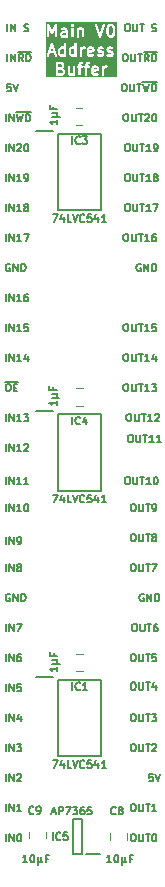
<source format=gto>
%TF.GenerationSoftware,KiCad,Pcbnew,9.0.7-9.0.7~ubuntu24.04.1*%
%TF.CreationDate,2026-01-23T19:46:08+02:00*%
%TF.ProjectId,Main Address Buffer,4d61696e-2041-4646-9472-657373204275,V0*%
%TF.SameCoordinates,Original*%
%TF.FileFunction,Legend,Top*%
%TF.FilePolarity,Positive*%
%FSLAX46Y46*%
G04 Gerber Fmt 4.6, Leading zero omitted, Abs format (unit mm)*
G04 Created by KiCad (PCBNEW 9.0.7-9.0.7~ubuntu24.04.1) date 2026-01-23 19:46:08*
%MOMM*%
%LPD*%
G01*
G04 APERTURE LIST*
%ADD10C,0.150000*%
%ADD11C,0.200000*%
%ADD12C,0.120000*%
G04 APERTURE END LIST*
D10*
X1598493Y-47941201D02*
X1538017Y-47910963D01*
X1538017Y-47910963D02*
X1447303Y-47910963D01*
X1447303Y-47910963D02*
X1356588Y-47941201D01*
X1356588Y-47941201D02*
X1296112Y-48001677D01*
X1296112Y-48001677D02*
X1265874Y-48062153D01*
X1265874Y-48062153D02*
X1235636Y-48183105D01*
X1235636Y-48183105D02*
X1235636Y-48273820D01*
X1235636Y-48273820D02*
X1265874Y-48394772D01*
X1265874Y-48394772D02*
X1296112Y-48455248D01*
X1296112Y-48455248D02*
X1356588Y-48515725D01*
X1356588Y-48515725D02*
X1447303Y-48545963D01*
X1447303Y-48545963D02*
X1507779Y-48545963D01*
X1507779Y-48545963D02*
X1598493Y-48515725D01*
X1598493Y-48515725D02*
X1628731Y-48485486D01*
X1628731Y-48485486D02*
X1628731Y-48273820D01*
X1628731Y-48273820D02*
X1507779Y-48273820D01*
X1900874Y-48545963D02*
X1900874Y-47910963D01*
X1900874Y-47910963D02*
X2263731Y-48545963D01*
X2263731Y-48545963D02*
X2263731Y-47910963D01*
X2566112Y-48545963D02*
X2566112Y-47910963D01*
X2566112Y-47910963D02*
X2717302Y-47910963D01*
X2717302Y-47910963D02*
X2808017Y-47941201D01*
X2808017Y-47941201D02*
X2868493Y-48001677D01*
X2868493Y-48001677D02*
X2898731Y-48062153D01*
X2898731Y-48062153D02*
X2928969Y-48183105D01*
X2928969Y-48183105D02*
X2928969Y-48273820D01*
X2928969Y-48273820D02*
X2898731Y-48394772D01*
X2898731Y-48394772D02*
X2868493Y-48455248D01*
X2868493Y-48455248D02*
X2808017Y-48515725D01*
X2808017Y-48515725D02*
X2717302Y-48545963D01*
X2717302Y-48545963D02*
X2566112Y-48545963D01*
X1265874Y-28225963D02*
X1265874Y-27590963D01*
X1568255Y-28225963D02*
X1568255Y-27590963D01*
X1568255Y-27590963D02*
X1931112Y-28225963D01*
X1931112Y-28225963D02*
X1931112Y-27590963D01*
X2566112Y-28225963D02*
X2203255Y-28225963D01*
X2384683Y-28225963D02*
X2384683Y-27590963D01*
X2384683Y-27590963D02*
X2324207Y-27681677D01*
X2324207Y-27681677D02*
X2263731Y-27742153D01*
X2263731Y-27742153D02*
X2203255Y-27772391D01*
X3110398Y-27802629D02*
X3110398Y-28225963D01*
X2959207Y-27560725D02*
X2808017Y-28014296D01*
X2808017Y-28014296D02*
X3201112Y-28014296D01*
X12673887Y-20001201D02*
X12613411Y-19970963D01*
X12613411Y-19970963D02*
X12522697Y-19970963D01*
X12522697Y-19970963D02*
X12431982Y-20001201D01*
X12431982Y-20001201D02*
X12371506Y-20061677D01*
X12371506Y-20061677D02*
X12341268Y-20122153D01*
X12341268Y-20122153D02*
X12311030Y-20243105D01*
X12311030Y-20243105D02*
X12311030Y-20333820D01*
X12311030Y-20333820D02*
X12341268Y-20454772D01*
X12341268Y-20454772D02*
X12371506Y-20515248D01*
X12371506Y-20515248D02*
X12431982Y-20575725D01*
X12431982Y-20575725D02*
X12522697Y-20605963D01*
X12522697Y-20605963D02*
X12583173Y-20605963D01*
X12583173Y-20605963D02*
X12673887Y-20575725D01*
X12673887Y-20575725D02*
X12704125Y-20545486D01*
X12704125Y-20545486D02*
X12704125Y-20333820D01*
X12704125Y-20333820D02*
X12583173Y-20333820D01*
X12976268Y-20605963D02*
X12976268Y-19970963D01*
X12976268Y-19970963D02*
X13339125Y-20605963D01*
X13339125Y-20605963D02*
X13339125Y-19970963D01*
X13641506Y-20605963D02*
X13641506Y-19970963D01*
X13641506Y-19970963D02*
X13792696Y-19970963D01*
X13792696Y-19970963D02*
X13883411Y-20001201D01*
X13883411Y-20001201D02*
X13943887Y-20061677D01*
X13943887Y-20061677D02*
X13974125Y-20122153D01*
X13974125Y-20122153D02*
X14004363Y-20243105D01*
X14004363Y-20243105D02*
X14004363Y-20333820D01*
X14004363Y-20333820D02*
X13974125Y-20454772D01*
X13974125Y-20454772D02*
X13943887Y-20515248D01*
X13943887Y-20515248D02*
X13883411Y-20575725D01*
X13883411Y-20575725D02*
X13792696Y-20605963D01*
X13792696Y-20605963D02*
X13641506Y-20605963D01*
X11222458Y-4730963D02*
X11343411Y-4730963D01*
X11343411Y-4730963D02*
X11403887Y-4761201D01*
X11403887Y-4761201D02*
X11464363Y-4821677D01*
X11464363Y-4821677D02*
X11494601Y-4942629D01*
X11494601Y-4942629D02*
X11494601Y-5154296D01*
X11494601Y-5154296D02*
X11464363Y-5275248D01*
X11464363Y-5275248D02*
X11403887Y-5335725D01*
X11403887Y-5335725D02*
X11343411Y-5365963D01*
X11343411Y-5365963D02*
X11222458Y-5365963D01*
X11222458Y-5365963D02*
X11161982Y-5335725D01*
X11161982Y-5335725D02*
X11101506Y-5275248D01*
X11101506Y-5275248D02*
X11071268Y-5154296D01*
X11071268Y-5154296D02*
X11071268Y-4942629D01*
X11071268Y-4942629D02*
X11101506Y-4821677D01*
X11101506Y-4821677D02*
X11161982Y-4761201D01*
X11161982Y-4761201D02*
X11222458Y-4730963D01*
X11766744Y-4730963D02*
X11766744Y-5245010D01*
X11766744Y-5245010D02*
X11796982Y-5305486D01*
X11796982Y-5305486D02*
X11827220Y-5335725D01*
X11827220Y-5335725D02*
X11887696Y-5365963D01*
X11887696Y-5365963D02*
X12008649Y-5365963D01*
X12008649Y-5365963D02*
X12069125Y-5335725D01*
X12069125Y-5335725D02*
X12099363Y-5305486D01*
X12099363Y-5305486D02*
X12129601Y-5245010D01*
X12129601Y-5245010D02*
X12129601Y-4730963D01*
X12341268Y-4730963D02*
X12704125Y-4730963D01*
X12522696Y-5365963D02*
X12522696Y-4730963D01*
X12855316Y-4730963D02*
X13006506Y-5365963D01*
X13006506Y-5365963D02*
X13127459Y-4912391D01*
X13127459Y-4912391D02*
X13248411Y-5365963D01*
X13248411Y-5365963D02*
X13399602Y-4730963D01*
X13641506Y-5365963D02*
X13641506Y-4730963D01*
X13641506Y-4730963D02*
X13792696Y-4730963D01*
X13792696Y-4730963D02*
X13883411Y-4761201D01*
X13883411Y-4761201D02*
X13943887Y-4821677D01*
X13943887Y-4821677D02*
X13974125Y-4882153D01*
X13974125Y-4882153D02*
X14004363Y-5003105D01*
X14004363Y-5003105D02*
X14004363Y-5093820D01*
X14004363Y-5093820D02*
X13974125Y-5214772D01*
X13974125Y-5214772D02*
X13943887Y-5275248D01*
X13943887Y-5275248D02*
X13883411Y-5335725D01*
X13883411Y-5335725D02*
X13792696Y-5365963D01*
X13792696Y-5365963D02*
X13641506Y-5365963D01*
X12828102Y-4554675D02*
X14061816Y-4554675D01*
X11754648Y-34448963D02*
X11875601Y-34448963D01*
X11875601Y-34448963D02*
X11936077Y-34479201D01*
X11936077Y-34479201D02*
X11996553Y-34539677D01*
X11996553Y-34539677D02*
X12026791Y-34660629D01*
X12026791Y-34660629D02*
X12026791Y-34872296D01*
X12026791Y-34872296D02*
X11996553Y-34993248D01*
X11996553Y-34993248D02*
X11936077Y-35053725D01*
X11936077Y-35053725D02*
X11875601Y-35083963D01*
X11875601Y-35083963D02*
X11754648Y-35083963D01*
X11754648Y-35083963D02*
X11694172Y-35053725D01*
X11694172Y-35053725D02*
X11633696Y-34993248D01*
X11633696Y-34993248D02*
X11603458Y-34872296D01*
X11603458Y-34872296D02*
X11603458Y-34660629D01*
X11603458Y-34660629D02*
X11633696Y-34539677D01*
X11633696Y-34539677D02*
X11694172Y-34479201D01*
X11694172Y-34479201D02*
X11754648Y-34448963D01*
X12298934Y-34448963D02*
X12298934Y-34963010D01*
X12298934Y-34963010D02*
X12329172Y-35023486D01*
X12329172Y-35023486D02*
X12359410Y-35053725D01*
X12359410Y-35053725D02*
X12419886Y-35083963D01*
X12419886Y-35083963D02*
X12540839Y-35083963D01*
X12540839Y-35083963D02*
X12601315Y-35053725D01*
X12601315Y-35053725D02*
X12631553Y-35023486D01*
X12631553Y-35023486D02*
X12661791Y-34963010D01*
X12661791Y-34963010D02*
X12661791Y-34448963D01*
X12873458Y-34448963D02*
X13236315Y-34448963D01*
X13054886Y-35083963D02*
X13054886Y-34448963D01*
X13780601Y-35083963D02*
X13417744Y-35083963D01*
X13599172Y-35083963D02*
X13599172Y-34448963D01*
X13599172Y-34448963D02*
X13538696Y-34539677D01*
X13538696Y-34539677D02*
X13478220Y-34600153D01*
X13478220Y-34600153D02*
X13417744Y-34630391D01*
X14385363Y-35083963D02*
X14022506Y-35083963D01*
X14203934Y-35083963D02*
X14203934Y-34448963D01*
X14203934Y-34448963D02*
X14143458Y-34539677D01*
X14143458Y-34539677D02*
X14082982Y-34600153D01*
X14082982Y-34600153D02*
X14022506Y-34630391D01*
X1695255Y-4730963D02*
X1392874Y-4730963D01*
X1392874Y-4730963D02*
X1362636Y-5033344D01*
X1362636Y-5033344D02*
X1392874Y-5003105D01*
X1392874Y-5003105D02*
X1453350Y-4972867D01*
X1453350Y-4972867D02*
X1604541Y-4972867D01*
X1604541Y-4972867D02*
X1665017Y-5003105D01*
X1665017Y-5003105D02*
X1695255Y-5033344D01*
X1695255Y-5033344D02*
X1725493Y-5093820D01*
X1725493Y-5093820D02*
X1725493Y-5245010D01*
X1725493Y-5245010D02*
X1695255Y-5305486D01*
X1695255Y-5305486D02*
X1665017Y-5335725D01*
X1665017Y-5335725D02*
X1604541Y-5365963D01*
X1604541Y-5365963D02*
X1453350Y-5365963D01*
X1453350Y-5365963D02*
X1392874Y-5335725D01*
X1392874Y-5335725D02*
X1362636Y-5305486D01*
X1906922Y-4730963D02*
X2118588Y-5365963D01*
X2118588Y-5365963D02*
X2330255Y-4730963D01*
X11978410Y-42830963D02*
X12099363Y-42830963D01*
X12099363Y-42830963D02*
X12159839Y-42861201D01*
X12159839Y-42861201D02*
X12220315Y-42921677D01*
X12220315Y-42921677D02*
X12250553Y-43042629D01*
X12250553Y-43042629D02*
X12250553Y-43254296D01*
X12250553Y-43254296D02*
X12220315Y-43375248D01*
X12220315Y-43375248D02*
X12159839Y-43435725D01*
X12159839Y-43435725D02*
X12099363Y-43465963D01*
X12099363Y-43465963D02*
X11978410Y-43465963D01*
X11978410Y-43465963D02*
X11917934Y-43435725D01*
X11917934Y-43435725D02*
X11857458Y-43375248D01*
X11857458Y-43375248D02*
X11827220Y-43254296D01*
X11827220Y-43254296D02*
X11827220Y-43042629D01*
X11827220Y-43042629D02*
X11857458Y-42921677D01*
X11857458Y-42921677D02*
X11917934Y-42861201D01*
X11917934Y-42861201D02*
X11978410Y-42830963D01*
X12522696Y-42830963D02*
X12522696Y-43345010D01*
X12522696Y-43345010D02*
X12552934Y-43405486D01*
X12552934Y-43405486D02*
X12583172Y-43435725D01*
X12583172Y-43435725D02*
X12643648Y-43465963D01*
X12643648Y-43465963D02*
X12764601Y-43465963D01*
X12764601Y-43465963D02*
X12825077Y-43435725D01*
X12825077Y-43435725D02*
X12855315Y-43405486D01*
X12855315Y-43405486D02*
X12885553Y-43345010D01*
X12885553Y-43345010D02*
X12885553Y-42830963D01*
X13097220Y-42830963D02*
X13460077Y-42830963D01*
X13278648Y-43465963D02*
X13278648Y-42830963D01*
X13762458Y-43103105D02*
X13701982Y-43072867D01*
X13701982Y-43072867D02*
X13671744Y-43042629D01*
X13671744Y-43042629D02*
X13641506Y-42982153D01*
X13641506Y-42982153D02*
X13641506Y-42951915D01*
X13641506Y-42951915D02*
X13671744Y-42891439D01*
X13671744Y-42891439D02*
X13701982Y-42861201D01*
X13701982Y-42861201D02*
X13762458Y-42830963D01*
X13762458Y-42830963D02*
X13883411Y-42830963D01*
X13883411Y-42830963D02*
X13943887Y-42861201D01*
X13943887Y-42861201D02*
X13974125Y-42891439D01*
X13974125Y-42891439D02*
X14004363Y-42951915D01*
X14004363Y-42951915D02*
X14004363Y-42982153D01*
X14004363Y-42982153D02*
X13974125Y-43042629D01*
X13974125Y-43042629D02*
X13943887Y-43072867D01*
X13943887Y-43072867D02*
X13883411Y-43103105D01*
X13883411Y-43103105D02*
X13762458Y-43103105D01*
X13762458Y-43103105D02*
X13701982Y-43133344D01*
X13701982Y-43133344D02*
X13671744Y-43163582D01*
X13671744Y-43163582D02*
X13641506Y-43224058D01*
X13641506Y-43224058D02*
X13641506Y-43345010D01*
X13641506Y-43345010D02*
X13671744Y-43405486D01*
X13671744Y-43405486D02*
X13701982Y-43435725D01*
X13701982Y-43435725D02*
X13762458Y-43465963D01*
X13762458Y-43465963D02*
X13883411Y-43465963D01*
X13883411Y-43465963D02*
X13943887Y-43435725D01*
X13943887Y-43435725D02*
X13974125Y-43405486D01*
X13974125Y-43405486D02*
X14004363Y-43345010D01*
X14004363Y-43345010D02*
X14004363Y-43224058D01*
X14004363Y-43224058D02*
X13974125Y-43163582D01*
X13974125Y-43163582D02*
X13943887Y-43133344D01*
X13943887Y-43133344D02*
X13883411Y-43103105D01*
X1265874Y-18065963D02*
X1265874Y-17430963D01*
X1568255Y-18065963D02*
X1568255Y-17430963D01*
X1568255Y-17430963D02*
X1931112Y-18065963D01*
X1931112Y-18065963D02*
X1931112Y-17430963D01*
X2566112Y-18065963D02*
X2203255Y-18065963D01*
X2384683Y-18065963D02*
X2384683Y-17430963D01*
X2384683Y-17430963D02*
X2324207Y-17521677D01*
X2324207Y-17521677D02*
X2263731Y-17582153D01*
X2263731Y-17582153D02*
X2203255Y-17612391D01*
X2777779Y-17430963D02*
X3201112Y-17430963D01*
X3201112Y-17430963D02*
X2928969Y-18065963D01*
X11500648Y-9810963D02*
X11621601Y-9810963D01*
X11621601Y-9810963D02*
X11682077Y-9841201D01*
X11682077Y-9841201D02*
X11742553Y-9901677D01*
X11742553Y-9901677D02*
X11772791Y-10022629D01*
X11772791Y-10022629D02*
X11772791Y-10234296D01*
X11772791Y-10234296D02*
X11742553Y-10355248D01*
X11742553Y-10355248D02*
X11682077Y-10415725D01*
X11682077Y-10415725D02*
X11621601Y-10445963D01*
X11621601Y-10445963D02*
X11500648Y-10445963D01*
X11500648Y-10445963D02*
X11440172Y-10415725D01*
X11440172Y-10415725D02*
X11379696Y-10355248D01*
X11379696Y-10355248D02*
X11349458Y-10234296D01*
X11349458Y-10234296D02*
X11349458Y-10022629D01*
X11349458Y-10022629D02*
X11379696Y-9901677D01*
X11379696Y-9901677D02*
X11440172Y-9841201D01*
X11440172Y-9841201D02*
X11500648Y-9810963D01*
X12044934Y-9810963D02*
X12044934Y-10325010D01*
X12044934Y-10325010D02*
X12075172Y-10385486D01*
X12075172Y-10385486D02*
X12105410Y-10415725D01*
X12105410Y-10415725D02*
X12165886Y-10445963D01*
X12165886Y-10445963D02*
X12286839Y-10445963D01*
X12286839Y-10445963D02*
X12347315Y-10415725D01*
X12347315Y-10415725D02*
X12377553Y-10385486D01*
X12377553Y-10385486D02*
X12407791Y-10325010D01*
X12407791Y-10325010D02*
X12407791Y-9810963D01*
X12619458Y-9810963D02*
X12982315Y-9810963D01*
X12800886Y-10445963D02*
X12800886Y-9810963D01*
X13526601Y-10445963D02*
X13163744Y-10445963D01*
X13345172Y-10445963D02*
X13345172Y-9810963D01*
X13345172Y-9810963D02*
X13284696Y-9901677D01*
X13284696Y-9901677D02*
X13224220Y-9962153D01*
X13224220Y-9962153D02*
X13163744Y-9992391D01*
X13828982Y-10445963D02*
X13949934Y-10445963D01*
X13949934Y-10445963D02*
X14010411Y-10415725D01*
X14010411Y-10415725D02*
X14040649Y-10385486D01*
X14040649Y-10385486D02*
X14101125Y-10294772D01*
X14101125Y-10294772D02*
X14131363Y-10173820D01*
X14131363Y-10173820D02*
X14131363Y-9931915D01*
X14131363Y-9931915D02*
X14101125Y-9871439D01*
X14101125Y-9871439D02*
X14070887Y-9841201D01*
X14070887Y-9841201D02*
X14010411Y-9810963D01*
X14010411Y-9810963D02*
X13889458Y-9810963D01*
X13889458Y-9810963D02*
X13828982Y-9841201D01*
X13828982Y-9841201D02*
X13798744Y-9871439D01*
X13798744Y-9871439D02*
X13768506Y-9931915D01*
X13768506Y-9931915D02*
X13768506Y-10083105D01*
X13768506Y-10083105D02*
X13798744Y-10143582D01*
X13798744Y-10143582D02*
X13828982Y-10173820D01*
X13828982Y-10173820D02*
X13889458Y-10204058D01*
X13889458Y-10204058D02*
X14010411Y-10204058D01*
X14010411Y-10204058D02*
X14070887Y-10173820D01*
X14070887Y-10173820D02*
X14101125Y-10143582D01*
X14101125Y-10143582D02*
X14131363Y-10083105D01*
X11500648Y-38004963D02*
X11621601Y-38004963D01*
X11621601Y-38004963D02*
X11682077Y-38035201D01*
X11682077Y-38035201D02*
X11742553Y-38095677D01*
X11742553Y-38095677D02*
X11772791Y-38216629D01*
X11772791Y-38216629D02*
X11772791Y-38428296D01*
X11772791Y-38428296D02*
X11742553Y-38549248D01*
X11742553Y-38549248D02*
X11682077Y-38609725D01*
X11682077Y-38609725D02*
X11621601Y-38639963D01*
X11621601Y-38639963D02*
X11500648Y-38639963D01*
X11500648Y-38639963D02*
X11440172Y-38609725D01*
X11440172Y-38609725D02*
X11379696Y-38549248D01*
X11379696Y-38549248D02*
X11349458Y-38428296D01*
X11349458Y-38428296D02*
X11349458Y-38216629D01*
X11349458Y-38216629D02*
X11379696Y-38095677D01*
X11379696Y-38095677D02*
X11440172Y-38035201D01*
X11440172Y-38035201D02*
X11500648Y-38004963D01*
X12044934Y-38004963D02*
X12044934Y-38519010D01*
X12044934Y-38519010D02*
X12075172Y-38579486D01*
X12075172Y-38579486D02*
X12105410Y-38609725D01*
X12105410Y-38609725D02*
X12165886Y-38639963D01*
X12165886Y-38639963D02*
X12286839Y-38639963D01*
X12286839Y-38639963D02*
X12347315Y-38609725D01*
X12347315Y-38609725D02*
X12377553Y-38579486D01*
X12377553Y-38579486D02*
X12407791Y-38519010D01*
X12407791Y-38519010D02*
X12407791Y-38004963D01*
X12619458Y-38004963D02*
X12982315Y-38004963D01*
X12800886Y-38639963D02*
X12800886Y-38004963D01*
X13526601Y-38639963D02*
X13163744Y-38639963D01*
X13345172Y-38639963D02*
X13345172Y-38004963D01*
X13345172Y-38004963D02*
X13284696Y-38095677D01*
X13284696Y-38095677D02*
X13224220Y-38156153D01*
X13224220Y-38156153D02*
X13163744Y-38186391D01*
X13919696Y-38004963D02*
X13980173Y-38004963D01*
X13980173Y-38004963D02*
X14040649Y-38035201D01*
X14040649Y-38035201D02*
X14070887Y-38065439D01*
X14070887Y-38065439D02*
X14101125Y-38125915D01*
X14101125Y-38125915D02*
X14131363Y-38246867D01*
X14131363Y-38246867D02*
X14131363Y-38398058D01*
X14131363Y-38398058D02*
X14101125Y-38519010D01*
X14101125Y-38519010D02*
X14070887Y-38579486D01*
X14070887Y-38579486D02*
X14040649Y-38609725D01*
X14040649Y-38609725D02*
X13980173Y-38639963D01*
X13980173Y-38639963D02*
X13919696Y-38639963D01*
X13919696Y-38639963D02*
X13859220Y-38609725D01*
X13859220Y-38609725D02*
X13828982Y-38579486D01*
X13828982Y-38579486D02*
X13798744Y-38519010D01*
X13798744Y-38519010D02*
X13768506Y-38398058D01*
X13768506Y-38398058D02*
X13768506Y-38246867D01*
X13768506Y-38246867D02*
X13798744Y-38125915D01*
X13798744Y-38125915D02*
X13828982Y-38065439D01*
X13828982Y-38065439D02*
X13859220Y-38035201D01*
X13859220Y-38035201D02*
X13919696Y-38004963D01*
X11313172Y-2190963D02*
X11434125Y-2190963D01*
X11434125Y-2190963D02*
X11494601Y-2221201D01*
X11494601Y-2221201D02*
X11555077Y-2281677D01*
X11555077Y-2281677D02*
X11585315Y-2402629D01*
X11585315Y-2402629D02*
X11585315Y-2614296D01*
X11585315Y-2614296D02*
X11555077Y-2735248D01*
X11555077Y-2735248D02*
X11494601Y-2795725D01*
X11494601Y-2795725D02*
X11434125Y-2825963D01*
X11434125Y-2825963D02*
X11313172Y-2825963D01*
X11313172Y-2825963D02*
X11252696Y-2795725D01*
X11252696Y-2795725D02*
X11192220Y-2735248D01*
X11192220Y-2735248D02*
X11161982Y-2614296D01*
X11161982Y-2614296D02*
X11161982Y-2402629D01*
X11161982Y-2402629D02*
X11192220Y-2281677D01*
X11192220Y-2281677D02*
X11252696Y-2221201D01*
X11252696Y-2221201D02*
X11313172Y-2190963D01*
X11857458Y-2190963D02*
X11857458Y-2705010D01*
X11857458Y-2705010D02*
X11887696Y-2765486D01*
X11887696Y-2765486D02*
X11917934Y-2795725D01*
X11917934Y-2795725D02*
X11978410Y-2825963D01*
X11978410Y-2825963D02*
X12099363Y-2825963D01*
X12099363Y-2825963D02*
X12159839Y-2795725D01*
X12159839Y-2795725D02*
X12190077Y-2765486D01*
X12190077Y-2765486D02*
X12220315Y-2705010D01*
X12220315Y-2705010D02*
X12220315Y-2190963D01*
X12431982Y-2190963D02*
X12794839Y-2190963D01*
X12613410Y-2825963D02*
X12613410Y-2190963D01*
X13369363Y-2825963D02*
X13157696Y-2523582D01*
X13006506Y-2825963D02*
X13006506Y-2190963D01*
X13006506Y-2190963D02*
X13248411Y-2190963D01*
X13248411Y-2190963D02*
X13308887Y-2221201D01*
X13308887Y-2221201D02*
X13339125Y-2251439D01*
X13339125Y-2251439D02*
X13369363Y-2311915D01*
X13369363Y-2311915D02*
X13369363Y-2402629D01*
X13369363Y-2402629D02*
X13339125Y-2463105D01*
X13339125Y-2463105D02*
X13308887Y-2493344D01*
X13308887Y-2493344D02*
X13248411Y-2523582D01*
X13248411Y-2523582D02*
X13006506Y-2523582D01*
X13641506Y-2825963D02*
X13641506Y-2190963D01*
X13641506Y-2190963D02*
X13792696Y-2190963D01*
X13792696Y-2190963D02*
X13883411Y-2221201D01*
X13883411Y-2221201D02*
X13943887Y-2281677D01*
X13943887Y-2281677D02*
X13974125Y-2342153D01*
X13974125Y-2342153D02*
X14004363Y-2463105D01*
X14004363Y-2463105D02*
X14004363Y-2553820D01*
X14004363Y-2553820D02*
X13974125Y-2674772D01*
X13974125Y-2674772D02*
X13943887Y-2735248D01*
X13943887Y-2735248D02*
X13883411Y-2795725D01*
X13883411Y-2795725D02*
X13792696Y-2825963D01*
X13792696Y-2825963D02*
X13641506Y-2825963D01*
X12918816Y-2014675D02*
X14061816Y-2014675D01*
X11978410Y-58070963D02*
X12099363Y-58070963D01*
X12099363Y-58070963D02*
X12159839Y-58101201D01*
X12159839Y-58101201D02*
X12220315Y-58161677D01*
X12220315Y-58161677D02*
X12250553Y-58282629D01*
X12250553Y-58282629D02*
X12250553Y-58494296D01*
X12250553Y-58494296D02*
X12220315Y-58615248D01*
X12220315Y-58615248D02*
X12159839Y-58675725D01*
X12159839Y-58675725D02*
X12099363Y-58705963D01*
X12099363Y-58705963D02*
X11978410Y-58705963D01*
X11978410Y-58705963D02*
X11917934Y-58675725D01*
X11917934Y-58675725D02*
X11857458Y-58615248D01*
X11857458Y-58615248D02*
X11827220Y-58494296D01*
X11827220Y-58494296D02*
X11827220Y-58282629D01*
X11827220Y-58282629D02*
X11857458Y-58161677D01*
X11857458Y-58161677D02*
X11917934Y-58101201D01*
X11917934Y-58101201D02*
X11978410Y-58070963D01*
X12522696Y-58070963D02*
X12522696Y-58585010D01*
X12522696Y-58585010D02*
X12552934Y-58645486D01*
X12552934Y-58645486D02*
X12583172Y-58675725D01*
X12583172Y-58675725D02*
X12643648Y-58705963D01*
X12643648Y-58705963D02*
X12764601Y-58705963D01*
X12764601Y-58705963D02*
X12825077Y-58675725D01*
X12825077Y-58675725D02*
X12855315Y-58645486D01*
X12855315Y-58645486D02*
X12885553Y-58585010D01*
X12885553Y-58585010D02*
X12885553Y-58070963D01*
X13097220Y-58070963D02*
X13460077Y-58070963D01*
X13278648Y-58705963D02*
X13278648Y-58070963D01*
X13611268Y-58070963D02*
X14004363Y-58070963D01*
X14004363Y-58070963D02*
X13792696Y-58312867D01*
X13792696Y-58312867D02*
X13883411Y-58312867D01*
X13883411Y-58312867D02*
X13943887Y-58343105D01*
X13943887Y-58343105D02*
X13974125Y-58373344D01*
X13974125Y-58373344D02*
X14004363Y-58433820D01*
X14004363Y-58433820D02*
X14004363Y-58585010D01*
X14004363Y-58585010D02*
X13974125Y-58645486D01*
X13974125Y-58645486D02*
X13943887Y-58675725D01*
X13943887Y-58675725D02*
X13883411Y-58705963D01*
X13883411Y-58705963D02*
X13701982Y-58705963D01*
X13701982Y-58705963D02*
X13641506Y-58675725D01*
X13641506Y-58675725D02*
X13611268Y-58645486D01*
X1265874Y-58705963D02*
X1265874Y-58070963D01*
X1568255Y-58705963D02*
X1568255Y-58070963D01*
X1568255Y-58070963D02*
X1931112Y-58705963D01*
X1931112Y-58705963D02*
X1931112Y-58070963D01*
X2505636Y-58282629D02*
X2505636Y-58705963D01*
X2354445Y-58040725D02*
X2203255Y-58494296D01*
X2203255Y-58494296D02*
X2596350Y-58494296D01*
X11978410Y-52990963D02*
X12099363Y-52990963D01*
X12099363Y-52990963D02*
X12159839Y-53021201D01*
X12159839Y-53021201D02*
X12220315Y-53081677D01*
X12220315Y-53081677D02*
X12250553Y-53202629D01*
X12250553Y-53202629D02*
X12250553Y-53414296D01*
X12250553Y-53414296D02*
X12220315Y-53535248D01*
X12220315Y-53535248D02*
X12159839Y-53595725D01*
X12159839Y-53595725D02*
X12099363Y-53625963D01*
X12099363Y-53625963D02*
X11978410Y-53625963D01*
X11978410Y-53625963D02*
X11917934Y-53595725D01*
X11917934Y-53595725D02*
X11857458Y-53535248D01*
X11857458Y-53535248D02*
X11827220Y-53414296D01*
X11827220Y-53414296D02*
X11827220Y-53202629D01*
X11827220Y-53202629D02*
X11857458Y-53081677D01*
X11857458Y-53081677D02*
X11917934Y-53021201D01*
X11917934Y-53021201D02*
X11978410Y-52990963D01*
X12522696Y-52990963D02*
X12522696Y-53505010D01*
X12522696Y-53505010D02*
X12552934Y-53565486D01*
X12552934Y-53565486D02*
X12583172Y-53595725D01*
X12583172Y-53595725D02*
X12643648Y-53625963D01*
X12643648Y-53625963D02*
X12764601Y-53625963D01*
X12764601Y-53625963D02*
X12825077Y-53595725D01*
X12825077Y-53595725D02*
X12855315Y-53565486D01*
X12855315Y-53565486D02*
X12885553Y-53505010D01*
X12885553Y-53505010D02*
X12885553Y-52990963D01*
X13097220Y-52990963D02*
X13460077Y-52990963D01*
X13278648Y-53625963D02*
X13278648Y-52990963D01*
X13974125Y-52990963D02*
X13671744Y-52990963D01*
X13671744Y-52990963D02*
X13641506Y-53293344D01*
X13641506Y-53293344D02*
X13671744Y-53263105D01*
X13671744Y-53263105D02*
X13732220Y-53232867D01*
X13732220Y-53232867D02*
X13883411Y-53232867D01*
X13883411Y-53232867D02*
X13943887Y-53263105D01*
X13943887Y-53263105D02*
X13974125Y-53293344D01*
X13974125Y-53293344D02*
X14004363Y-53353820D01*
X14004363Y-53353820D02*
X14004363Y-53505010D01*
X14004363Y-53505010D02*
X13974125Y-53565486D01*
X13974125Y-53565486D02*
X13943887Y-53595725D01*
X13943887Y-53595725D02*
X13883411Y-53625963D01*
X13883411Y-53625963D02*
X13732220Y-53625963D01*
X13732220Y-53625963D02*
X13671744Y-53595725D01*
X13671744Y-53595725D02*
X13641506Y-53565486D01*
X11978410Y-40290963D02*
X12099363Y-40290963D01*
X12099363Y-40290963D02*
X12159839Y-40321201D01*
X12159839Y-40321201D02*
X12220315Y-40381677D01*
X12220315Y-40381677D02*
X12250553Y-40502629D01*
X12250553Y-40502629D02*
X12250553Y-40714296D01*
X12250553Y-40714296D02*
X12220315Y-40835248D01*
X12220315Y-40835248D02*
X12159839Y-40895725D01*
X12159839Y-40895725D02*
X12099363Y-40925963D01*
X12099363Y-40925963D02*
X11978410Y-40925963D01*
X11978410Y-40925963D02*
X11917934Y-40895725D01*
X11917934Y-40895725D02*
X11857458Y-40835248D01*
X11857458Y-40835248D02*
X11827220Y-40714296D01*
X11827220Y-40714296D02*
X11827220Y-40502629D01*
X11827220Y-40502629D02*
X11857458Y-40381677D01*
X11857458Y-40381677D02*
X11917934Y-40321201D01*
X11917934Y-40321201D02*
X11978410Y-40290963D01*
X12522696Y-40290963D02*
X12522696Y-40805010D01*
X12522696Y-40805010D02*
X12552934Y-40865486D01*
X12552934Y-40865486D02*
X12583172Y-40895725D01*
X12583172Y-40895725D02*
X12643648Y-40925963D01*
X12643648Y-40925963D02*
X12764601Y-40925963D01*
X12764601Y-40925963D02*
X12825077Y-40895725D01*
X12825077Y-40895725D02*
X12855315Y-40865486D01*
X12855315Y-40865486D02*
X12885553Y-40805010D01*
X12885553Y-40805010D02*
X12885553Y-40290963D01*
X13097220Y-40290963D02*
X13460077Y-40290963D01*
X13278648Y-40925963D02*
X13278648Y-40290963D01*
X13701982Y-40925963D02*
X13822934Y-40925963D01*
X13822934Y-40925963D02*
X13883411Y-40895725D01*
X13883411Y-40895725D02*
X13913649Y-40865486D01*
X13913649Y-40865486D02*
X13974125Y-40774772D01*
X13974125Y-40774772D02*
X14004363Y-40653820D01*
X14004363Y-40653820D02*
X14004363Y-40411915D01*
X14004363Y-40411915D02*
X13974125Y-40351439D01*
X13974125Y-40351439D02*
X13943887Y-40321201D01*
X13943887Y-40321201D02*
X13883411Y-40290963D01*
X13883411Y-40290963D02*
X13762458Y-40290963D01*
X13762458Y-40290963D02*
X13701982Y-40321201D01*
X13701982Y-40321201D02*
X13671744Y-40351439D01*
X13671744Y-40351439D02*
X13641506Y-40411915D01*
X13641506Y-40411915D02*
X13641506Y-40563105D01*
X13641506Y-40563105D02*
X13671744Y-40623582D01*
X13671744Y-40623582D02*
X13701982Y-40653820D01*
X13701982Y-40653820D02*
X13762458Y-40684058D01*
X13762458Y-40684058D02*
X13883411Y-40684058D01*
X13883411Y-40684058D02*
X13943887Y-40653820D01*
X13943887Y-40653820D02*
X13974125Y-40623582D01*
X13974125Y-40623582D02*
X14004363Y-40563105D01*
X1265874Y-53625963D02*
X1265874Y-52990963D01*
X1568255Y-53625963D02*
X1568255Y-52990963D01*
X1568255Y-52990963D02*
X1931112Y-53625963D01*
X1931112Y-53625963D02*
X1931112Y-52990963D01*
X2505636Y-52990963D02*
X2384683Y-52990963D01*
X2384683Y-52990963D02*
X2324207Y-53021201D01*
X2324207Y-53021201D02*
X2293969Y-53051439D01*
X2293969Y-53051439D02*
X2233493Y-53142153D01*
X2233493Y-53142153D02*
X2203255Y-53263105D01*
X2203255Y-53263105D02*
X2203255Y-53505010D01*
X2203255Y-53505010D02*
X2233493Y-53565486D01*
X2233493Y-53565486D02*
X2263731Y-53595725D01*
X2263731Y-53595725D02*
X2324207Y-53625963D01*
X2324207Y-53625963D02*
X2445160Y-53625963D01*
X2445160Y-53625963D02*
X2505636Y-53595725D01*
X2505636Y-53595725D02*
X2535874Y-53565486D01*
X2535874Y-53565486D02*
X2566112Y-53505010D01*
X2566112Y-53505010D02*
X2566112Y-53353820D01*
X2566112Y-53353820D02*
X2535874Y-53293344D01*
X2535874Y-53293344D02*
X2505636Y-53263105D01*
X2505636Y-53263105D02*
X2445160Y-53232867D01*
X2445160Y-53232867D02*
X2324207Y-53232867D01*
X2324207Y-53232867D02*
X2263731Y-53263105D01*
X2263731Y-53263105D02*
X2233493Y-53293344D01*
X2233493Y-53293344D02*
X2203255Y-53353820D01*
X1265874Y-33305963D02*
X1265874Y-32670963D01*
X1568255Y-33305963D02*
X1568255Y-32670963D01*
X1568255Y-32670963D02*
X1931112Y-33305963D01*
X1931112Y-33305963D02*
X1931112Y-32670963D01*
X2566112Y-33305963D02*
X2203255Y-33305963D01*
X2384683Y-33305963D02*
X2384683Y-32670963D01*
X2384683Y-32670963D02*
X2324207Y-32761677D01*
X2324207Y-32761677D02*
X2263731Y-32822153D01*
X2263731Y-32822153D02*
X2203255Y-32852391D01*
X2777779Y-32670963D02*
X3170874Y-32670963D01*
X3170874Y-32670963D02*
X2959207Y-32912867D01*
X2959207Y-32912867D02*
X3049922Y-32912867D01*
X3049922Y-32912867D02*
X3110398Y-32943105D01*
X3110398Y-32943105D02*
X3140636Y-32973344D01*
X3140636Y-32973344D02*
X3170874Y-33033820D01*
X3170874Y-33033820D02*
X3170874Y-33185010D01*
X3170874Y-33185010D02*
X3140636Y-33245486D01*
X3140636Y-33245486D02*
X3110398Y-33275725D01*
X3110398Y-33275725D02*
X3049922Y-33305963D01*
X3049922Y-33305963D02*
X2868493Y-33305963D01*
X2868493Y-33305963D02*
X2808017Y-33275725D01*
X2808017Y-33275725D02*
X2777779Y-33245486D01*
X11373648Y-27590963D02*
X11494601Y-27590963D01*
X11494601Y-27590963D02*
X11555077Y-27621201D01*
X11555077Y-27621201D02*
X11615553Y-27681677D01*
X11615553Y-27681677D02*
X11645791Y-27802629D01*
X11645791Y-27802629D02*
X11645791Y-28014296D01*
X11645791Y-28014296D02*
X11615553Y-28135248D01*
X11615553Y-28135248D02*
X11555077Y-28195725D01*
X11555077Y-28195725D02*
X11494601Y-28225963D01*
X11494601Y-28225963D02*
X11373648Y-28225963D01*
X11373648Y-28225963D02*
X11313172Y-28195725D01*
X11313172Y-28195725D02*
X11252696Y-28135248D01*
X11252696Y-28135248D02*
X11222458Y-28014296D01*
X11222458Y-28014296D02*
X11222458Y-27802629D01*
X11222458Y-27802629D02*
X11252696Y-27681677D01*
X11252696Y-27681677D02*
X11313172Y-27621201D01*
X11313172Y-27621201D02*
X11373648Y-27590963D01*
X11917934Y-27590963D02*
X11917934Y-28105010D01*
X11917934Y-28105010D02*
X11948172Y-28165486D01*
X11948172Y-28165486D02*
X11978410Y-28195725D01*
X11978410Y-28195725D02*
X12038886Y-28225963D01*
X12038886Y-28225963D02*
X12159839Y-28225963D01*
X12159839Y-28225963D02*
X12220315Y-28195725D01*
X12220315Y-28195725D02*
X12250553Y-28165486D01*
X12250553Y-28165486D02*
X12280791Y-28105010D01*
X12280791Y-28105010D02*
X12280791Y-27590963D01*
X12492458Y-27590963D02*
X12855315Y-27590963D01*
X12673886Y-28225963D02*
X12673886Y-27590963D01*
X13399601Y-28225963D02*
X13036744Y-28225963D01*
X13218172Y-28225963D02*
X13218172Y-27590963D01*
X13218172Y-27590963D02*
X13157696Y-27681677D01*
X13157696Y-27681677D02*
X13097220Y-27742153D01*
X13097220Y-27742153D02*
X13036744Y-27772391D01*
X13943887Y-27802629D02*
X13943887Y-28225963D01*
X13792696Y-27560725D02*
X13641506Y-28014296D01*
X13641506Y-28014296D02*
X14034601Y-28014296D01*
X1265874Y-40925963D02*
X1265874Y-40290963D01*
X1568255Y-40925963D02*
X1568255Y-40290963D01*
X1568255Y-40290963D02*
X1931112Y-40925963D01*
X1931112Y-40925963D02*
X1931112Y-40290963D01*
X2566112Y-40925963D02*
X2203255Y-40925963D01*
X2384683Y-40925963D02*
X2384683Y-40290963D01*
X2384683Y-40290963D02*
X2324207Y-40381677D01*
X2324207Y-40381677D02*
X2263731Y-40442153D01*
X2263731Y-40442153D02*
X2203255Y-40472391D01*
X2959207Y-40290963D02*
X3019684Y-40290963D01*
X3019684Y-40290963D02*
X3080160Y-40321201D01*
X3080160Y-40321201D02*
X3110398Y-40351439D01*
X3110398Y-40351439D02*
X3140636Y-40411915D01*
X3140636Y-40411915D02*
X3170874Y-40532867D01*
X3170874Y-40532867D02*
X3170874Y-40684058D01*
X3170874Y-40684058D02*
X3140636Y-40805010D01*
X3140636Y-40805010D02*
X3110398Y-40865486D01*
X3110398Y-40865486D02*
X3080160Y-40895725D01*
X3080160Y-40895725D02*
X3019684Y-40925963D01*
X3019684Y-40925963D02*
X2959207Y-40925963D01*
X2959207Y-40925963D02*
X2898731Y-40895725D01*
X2898731Y-40895725D02*
X2868493Y-40865486D01*
X2868493Y-40865486D02*
X2838255Y-40805010D01*
X2838255Y-40805010D02*
X2808017Y-40684058D01*
X2808017Y-40684058D02*
X2808017Y-40532867D01*
X2808017Y-40532867D02*
X2838255Y-40411915D01*
X2838255Y-40411915D02*
X2868493Y-40351439D01*
X2868493Y-40351439D02*
X2898731Y-40321201D01*
X2898731Y-40321201D02*
X2959207Y-40290963D01*
X11494600Y349036D02*
X11615553Y349036D01*
X11615553Y349036D02*
X11676029Y318798D01*
X11676029Y318798D02*
X11736505Y258322D01*
X11736505Y258322D02*
X11766743Y137370D01*
X11766743Y137370D02*
X11766743Y-74296D01*
X11766743Y-74296D02*
X11736505Y-195248D01*
X11736505Y-195248D02*
X11676029Y-255725D01*
X11676029Y-255725D02*
X11615553Y-285963D01*
X11615553Y-285963D02*
X11494600Y-285963D01*
X11494600Y-285963D02*
X11434124Y-255725D01*
X11434124Y-255725D02*
X11373648Y-195248D01*
X11373648Y-195248D02*
X11343410Y-74296D01*
X11343410Y-74296D02*
X11343410Y137370D01*
X11343410Y137370D02*
X11373648Y258322D01*
X11373648Y258322D02*
X11434124Y318798D01*
X11434124Y318798D02*
X11494600Y349036D01*
X12038886Y349036D02*
X12038886Y-165010D01*
X12038886Y-165010D02*
X12069124Y-225486D01*
X12069124Y-225486D02*
X12099362Y-255725D01*
X12099362Y-255725D02*
X12159838Y-285963D01*
X12159838Y-285963D02*
X12280791Y-285963D01*
X12280791Y-285963D02*
X12341267Y-255725D01*
X12341267Y-255725D02*
X12371505Y-225486D01*
X12371505Y-225486D02*
X12401743Y-165010D01*
X12401743Y-165010D02*
X12401743Y349036D01*
X12613410Y349036D02*
X12976267Y349036D01*
X12794838Y-285963D02*
X12794838Y349036D01*
X13641506Y-255725D02*
X13732220Y-285963D01*
X13732220Y-285963D02*
X13883411Y-285963D01*
X13883411Y-285963D02*
X13943887Y-255725D01*
X13943887Y-255725D02*
X13974125Y-225486D01*
X13974125Y-225486D02*
X14004363Y-165010D01*
X14004363Y-165010D02*
X14004363Y-104534D01*
X14004363Y-104534D02*
X13974125Y-44058D01*
X13974125Y-44058D02*
X13943887Y-13820D01*
X13943887Y-13820D02*
X13883411Y16417D01*
X13883411Y16417D02*
X13762458Y46655D01*
X13762458Y46655D02*
X13701982Y76894D01*
X13701982Y76894D02*
X13671744Y107132D01*
X13671744Y107132D02*
X13641506Y167608D01*
X13641506Y167608D02*
X13641506Y228084D01*
X13641506Y228084D02*
X13671744Y288560D01*
X13671744Y288560D02*
X13701982Y318798D01*
X13701982Y318798D02*
X13762458Y349036D01*
X13762458Y349036D02*
X13913649Y349036D01*
X13913649Y349036D02*
X14004363Y318798D01*
X11373648Y-7270963D02*
X11494601Y-7270963D01*
X11494601Y-7270963D02*
X11555077Y-7301201D01*
X11555077Y-7301201D02*
X11615553Y-7361677D01*
X11615553Y-7361677D02*
X11645791Y-7482629D01*
X11645791Y-7482629D02*
X11645791Y-7694296D01*
X11645791Y-7694296D02*
X11615553Y-7815248D01*
X11615553Y-7815248D02*
X11555077Y-7875725D01*
X11555077Y-7875725D02*
X11494601Y-7905963D01*
X11494601Y-7905963D02*
X11373648Y-7905963D01*
X11373648Y-7905963D02*
X11313172Y-7875725D01*
X11313172Y-7875725D02*
X11252696Y-7815248D01*
X11252696Y-7815248D02*
X11222458Y-7694296D01*
X11222458Y-7694296D02*
X11222458Y-7482629D01*
X11222458Y-7482629D02*
X11252696Y-7361677D01*
X11252696Y-7361677D02*
X11313172Y-7301201D01*
X11313172Y-7301201D02*
X11373648Y-7270963D01*
X11917934Y-7270963D02*
X11917934Y-7785010D01*
X11917934Y-7785010D02*
X11948172Y-7845486D01*
X11948172Y-7845486D02*
X11978410Y-7875725D01*
X11978410Y-7875725D02*
X12038886Y-7905963D01*
X12038886Y-7905963D02*
X12159839Y-7905963D01*
X12159839Y-7905963D02*
X12220315Y-7875725D01*
X12220315Y-7875725D02*
X12250553Y-7845486D01*
X12250553Y-7845486D02*
X12280791Y-7785010D01*
X12280791Y-7785010D02*
X12280791Y-7270963D01*
X12492458Y-7270963D02*
X12855315Y-7270963D01*
X12673886Y-7905963D02*
X12673886Y-7270963D01*
X13036744Y-7331439D02*
X13066982Y-7301201D01*
X13066982Y-7301201D02*
X13127458Y-7270963D01*
X13127458Y-7270963D02*
X13278649Y-7270963D01*
X13278649Y-7270963D02*
X13339125Y-7301201D01*
X13339125Y-7301201D02*
X13369363Y-7331439D01*
X13369363Y-7331439D02*
X13399601Y-7391915D01*
X13399601Y-7391915D02*
X13399601Y-7452391D01*
X13399601Y-7452391D02*
X13369363Y-7543105D01*
X13369363Y-7543105D02*
X13006506Y-7905963D01*
X13006506Y-7905963D02*
X13399601Y-7905963D01*
X13792696Y-7270963D02*
X13853173Y-7270963D01*
X13853173Y-7270963D02*
X13913649Y-7301201D01*
X13913649Y-7301201D02*
X13943887Y-7331439D01*
X13943887Y-7331439D02*
X13974125Y-7391915D01*
X13974125Y-7391915D02*
X14004363Y-7512867D01*
X14004363Y-7512867D02*
X14004363Y-7664058D01*
X14004363Y-7664058D02*
X13974125Y-7785010D01*
X13974125Y-7785010D02*
X13943887Y-7845486D01*
X13943887Y-7845486D02*
X13913649Y-7875725D01*
X13913649Y-7875725D02*
X13853173Y-7905963D01*
X13853173Y-7905963D02*
X13792696Y-7905963D01*
X13792696Y-7905963D02*
X13732220Y-7875725D01*
X13732220Y-7875725D02*
X13701982Y-7845486D01*
X13701982Y-7845486D02*
X13671744Y-7785010D01*
X13671744Y-7785010D02*
X13641506Y-7664058D01*
X13641506Y-7664058D02*
X13641506Y-7512867D01*
X13641506Y-7512867D02*
X13671744Y-7391915D01*
X13671744Y-7391915D02*
X13701982Y-7331439D01*
X13701982Y-7331439D02*
X13732220Y-7301201D01*
X13732220Y-7301201D02*
X13792696Y-7270963D01*
X1392874Y-2825963D02*
X1392874Y-2190963D01*
X1695255Y-2825963D02*
X1695255Y-2190963D01*
X1695255Y-2190963D02*
X2058112Y-2825963D01*
X2058112Y-2825963D02*
X2058112Y-2190963D01*
X2723350Y-2825963D02*
X2511683Y-2523582D01*
X2360493Y-2825963D02*
X2360493Y-2190963D01*
X2360493Y-2190963D02*
X2602398Y-2190963D01*
X2602398Y-2190963D02*
X2662874Y-2221201D01*
X2662874Y-2221201D02*
X2693112Y-2251439D01*
X2693112Y-2251439D02*
X2723350Y-2311915D01*
X2723350Y-2311915D02*
X2723350Y-2402629D01*
X2723350Y-2402629D02*
X2693112Y-2463105D01*
X2693112Y-2463105D02*
X2662874Y-2493344D01*
X2662874Y-2493344D02*
X2602398Y-2523582D01*
X2602398Y-2523582D02*
X2360493Y-2523582D01*
X2995493Y-2825963D02*
X2995493Y-2190963D01*
X2995493Y-2190963D02*
X3146683Y-2190963D01*
X3146683Y-2190963D02*
X3237398Y-2221201D01*
X3237398Y-2221201D02*
X3297874Y-2281677D01*
X3297874Y-2281677D02*
X3328112Y-2342153D01*
X3328112Y-2342153D02*
X3358350Y-2463105D01*
X3358350Y-2463105D02*
X3358350Y-2553820D01*
X3358350Y-2553820D02*
X3328112Y-2674772D01*
X3328112Y-2674772D02*
X3297874Y-2735248D01*
X3297874Y-2735248D02*
X3237398Y-2795725D01*
X3237398Y-2795725D02*
X3146683Y-2825963D01*
X3146683Y-2825963D02*
X2995493Y-2825963D01*
X2272803Y-2014675D02*
X3415803Y-2014675D01*
X1265874Y-38639963D02*
X1265874Y-38004963D01*
X1568255Y-38639963D02*
X1568255Y-38004963D01*
X1568255Y-38004963D02*
X1931112Y-38639963D01*
X1931112Y-38639963D02*
X1931112Y-38004963D01*
X2566112Y-38639963D02*
X2203255Y-38639963D01*
X2384683Y-38639963D02*
X2384683Y-38004963D01*
X2384683Y-38004963D02*
X2324207Y-38095677D01*
X2324207Y-38095677D02*
X2263731Y-38156153D01*
X2263731Y-38156153D02*
X2203255Y-38186391D01*
X3170874Y-38639963D02*
X2808017Y-38639963D01*
X2989445Y-38639963D02*
X2989445Y-38004963D01*
X2989445Y-38004963D02*
X2928969Y-38095677D01*
X2928969Y-38095677D02*
X2868493Y-38156153D01*
X2868493Y-38156153D02*
X2808017Y-38186391D01*
X11373648Y-17430963D02*
X11494601Y-17430963D01*
X11494601Y-17430963D02*
X11555077Y-17461201D01*
X11555077Y-17461201D02*
X11615553Y-17521677D01*
X11615553Y-17521677D02*
X11645791Y-17642629D01*
X11645791Y-17642629D02*
X11645791Y-17854296D01*
X11645791Y-17854296D02*
X11615553Y-17975248D01*
X11615553Y-17975248D02*
X11555077Y-18035725D01*
X11555077Y-18035725D02*
X11494601Y-18065963D01*
X11494601Y-18065963D02*
X11373648Y-18065963D01*
X11373648Y-18065963D02*
X11313172Y-18035725D01*
X11313172Y-18035725D02*
X11252696Y-17975248D01*
X11252696Y-17975248D02*
X11222458Y-17854296D01*
X11222458Y-17854296D02*
X11222458Y-17642629D01*
X11222458Y-17642629D02*
X11252696Y-17521677D01*
X11252696Y-17521677D02*
X11313172Y-17461201D01*
X11313172Y-17461201D02*
X11373648Y-17430963D01*
X11917934Y-17430963D02*
X11917934Y-17945010D01*
X11917934Y-17945010D02*
X11948172Y-18005486D01*
X11948172Y-18005486D02*
X11978410Y-18035725D01*
X11978410Y-18035725D02*
X12038886Y-18065963D01*
X12038886Y-18065963D02*
X12159839Y-18065963D01*
X12159839Y-18065963D02*
X12220315Y-18035725D01*
X12220315Y-18035725D02*
X12250553Y-18005486D01*
X12250553Y-18005486D02*
X12280791Y-17945010D01*
X12280791Y-17945010D02*
X12280791Y-17430963D01*
X12492458Y-17430963D02*
X12855315Y-17430963D01*
X12673886Y-18065963D02*
X12673886Y-17430963D01*
X13399601Y-18065963D02*
X13036744Y-18065963D01*
X13218172Y-18065963D02*
X13218172Y-17430963D01*
X13218172Y-17430963D02*
X13157696Y-17521677D01*
X13157696Y-17521677D02*
X13097220Y-17582153D01*
X13097220Y-17582153D02*
X13036744Y-17612391D01*
X13943887Y-17430963D02*
X13822934Y-17430963D01*
X13822934Y-17430963D02*
X13762458Y-17461201D01*
X13762458Y-17461201D02*
X13732220Y-17491439D01*
X13732220Y-17491439D02*
X13671744Y-17582153D01*
X13671744Y-17582153D02*
X13641506Y-17703105D01*
X13641506Y-17703105D02*
X13641506Y-17945010D01*
X13641506Y-17945010D02*
X13671744Y-18005486D01*
X13671744Y-18005486D02*
X13701982Y-18035725D01*
X13701982Y-18035725D02*
X13762458Y-18065963D01*
X13762458Y-18065963D02*
X13883411Y-18065963D01*
X13883411Y-18065963D02*
X13943887Y-18035725D01*
X13943887Y-18035725D02*
X13974125Y-18005486D01*
X13974125Y-18005486D02*
X14004363Y-17945010D01*
X14004363Y-17945010D02*
X14004363Y-17793820D01*
X14004363Y-17793820D02*
X13974125Y-17733344D01*
X13974125Y-17733344D02*
X13943887Y-17703105D01*
X13943887Y-17703105D02*
X13883411Y-17672867D01*
X13883411Y-17672867D02*
X13762458Y-17672867D01*
X13762458Y-17672867D02*
X13701982Y-17703105D01*
X13701982Y-17703105D02*
X13671744Y-17733344D01*
X13671744Y-17733344D02*
X13641506Y-17793820D01*
X11978410Y-55403963D02*
X12099363Y-55403963D01*
X12099363Y-55403963D02*
X12159839Y-55434201D01*
X12159839Y-55434201D02*
X12220315Y-55494677D01*
X12220315Y-55494677D02*
X12250553Y-55615629D01*
X12250553Y-55615629D02*
X12250553Y-55827296D01*
X12250553Y-55827296D02*
X12220315Y-55948248D01*
X12220315Y-55948248D02*
X12159839Y-56008725D01*
X12159839Y-56008725D02*
X12099363Y-56038963D01*
X12099363Y-56038963D02*
X11978410Y-56038963D01*
X11978410Y-56038963D02*
X11917934Y-56008725D01*
X11917934Y-56008725D02*
X11857458Y-55948248D01*
X11857458Y-55948248D02*
X11827220Y-55827296D01*
X11827220Y-55827296D02*
X11827220Y-55615629D01*
X11827220Y-55615629D02*
X11857458Y-55494677D01*
X11857458Y-55494677D02*
X11917934Y-55434201D01*
X11917934Y-55434201D02*
X11978410Y-55403963D01*
X12522696Y-55403963D02*
X12522696Y-55918010D01*
X12522696Y-55918010D02*
X12552934Y-55978486D01*
X12552934Y-55978486D02*
X12583172Y-56008725D01*
X12583172Y-56008725D02*
X12643648Y-56038963D01*
X12643648Y-56038963D02*
X12764601Y-56038963D01*
X12764601Y-56038963D02*
X12825077Y-56008725D01*
X12825077Y-56008725D02*
X12855315Y-55978486D01*
X12855315Y-55978486D02*
X12885553Y-55918010D01*
X12885553Y-55918010D02*
X12885553Y-55403963D01*
X13097220Y-55403963D02*
X13460077Y-55403963D01*
X13278648Y-56038963D02*
X13278648Y-55403963D01*
X13943887Y-55615629D02*
X13943887Y-56038963D01*
X13792696Y-55373725D02*
X13641506Y-55827296D01*
X13641506Y-55827296D02*
X14034601Y-55827296D01*
X11978410Y-60610963D02*
X12099363Y-60610963D01*
X12099363Y-60610963D02*
X12159839Y-60641201D01*
X12159839Y-60641201D02*
X12220315Y-60701677D01*
X12220315Y-60701677D02*
X12250553Y-60822629D01*
X12250553Y-60822629D02*
X12250553Y-61034296D01*
X12250553Y-61034296D02*
X12220315Y-61155248D01*
X12220315Y-61155248D02*
X12159839Y-61215725D01*
X12159839Y-61215725D02*
X12099363Y-61245963D01*
X12099363Y-61245963D02*
X11978410Y-61245963D01*
X11978410Y-61245963D02*
X11917934Y-61215725D01*
X11917934Y-61215725D02*
X11857458Y-61155248D01*
X11857458Y-61155248D02*
X11827220Y-61034296D01*
X11827220Y-61034296D02*
X11827220Y-60822629D01*
X11827220Y-60822629D02*
X11857458Y-60701677D01*
X11857458Y-60701677D02*
X11917934Y-60641201D01*
X11917934Y-60641201D02*
X11978410Y-60610963D01*
X12522696Y-60610963D02*
X12522696Y-61125010D01*
X12522696Y-61125010D02*
X12552934Y-61185486D01*
X12552934Y-61185486D02*
X12583172Y-61215725D01*
X12583172Y-61215725D02*
X12643648Y-61245963D01*
X12643648Y-61245963D02*
X12764601Y-61245963D01*
X12764601Y-61245963D02*
X12825077Y-61215725D01*
X12825077Y-61215725D02*
X12855315Y-61185486D01*
X12855315Y-61185486D02*
X12885553Y-61125010D01*
X12885553Y-61125010D02*
X12885553Y-60610963D01*
X13097220Y-60610963D02*
X13460077Y-60610963D01*
X13278648Y-61245963D02*
X13278648Y-60610963D01*
X13641506Y-60671439D02*
X13671744Y-60641201D01*
X13671744Y-60641201D02*
X13732220Y-60610963D01*
X13732220Y-60610963D02*
X13883411Y-60610963D01*
X13883411Y-60610963D02*
X13943887Y-60641201D01*
X13943887Y-60641201D02*
X13974125Y-60671439D01*
X13974125Y-60671439D02*
X14004363Y-60731915D01*
X14004363Y-60731915D02*
X14004363Y-60792391D01*
X14004363Y-60792391D02*
X13974125Y-60883105D01*
X13974125Y-60883105D02*
X13611268Y-61245963D01*
X13611268Y-61245963D02*
X14004363Y-61245963D01*
X1265874Y-56165963D02*
X1265874Y-55530963D01*
X1568255Y-56165963D02*
X1568255Y-55530963D01*
X1568255Y-55530963D02*
X1931112Y-56165963D01*
X1931112Y-56165963D02*
X1931112Y-55530963D01*
X2535874Y-55530963D02*
X2233493Y-55530963D01*
X2233493Y-55530963D02*
X2203255Y-55833344D01*
X2203255Y-55833344D02*
X2233493Y-55803105D01*
X2233493Y-55803105D02*
X2293969Y-55772867D01*
X2293969Y-55772867D02*
X2445160Y-55772867D01*
X2445160Y-55772867D02*
X2505636Y-55803105D01*
X2505636Y-55803105D02*
X2535874Y-55833344D01*
X2535874Y-55833344D02*
X2566112Y-55893820D01*
X2566112Y-55893820D02*
X2566112Y-56045010D01*
X2566112Y-56045010D02*
X2535874Y-56105486D01*
X2535874Y-56105486D02*
X2505636Y-56135725D01*
X2505636Y-56135725D02*
X2445160Y-56165963D01*
X2445160Y-56165963D02*
X2293969Y-56165963D01*
X2293969Y-56165963D02*
X2233493Y-56135725D01*
X2233493Y-56135725D02*
X2203255Y-56105486D01*
X11373648Y-25050963D02*
X11494601Y-25050963D01*
X11494601Y-25050963D02*
X11555077Y-25081201D01*
X11555077Y-25081201D02*
X11615553Y-25141677D01*
X11615553Y-25141677D02*
X11645791Y-25262629D01*
X11645791Y-25262629D02*
X11645791Y-25474296D01*
X11645791Y-25474296D02*
X11615553Y-25595248D01*
X11615553Y-25595248D02*
X11555077Y-25655725D01*
X11555077Y-25655725D02*
X11494601Y-25685963D01*
X11494601Y-25685963D02*
X11373648Y-25685963D01*
X11373648Y-25685963D02*
X11313172Y-25655725D01*
X11313172Y-25655725D02*
X11252696Y-25595248D01*
X11252696Y-25595248D02*
X11222458Y-25474296D01*
X11222458Y-25474296D02*
X11222458Y-25262629D01*
X11222458Y-25262629D02*
X11252696Y-25141677D01*
X11252696Y-25141677D02*
X11313172Y-25081201D01*
X11313172Y-25081201D02*
X11373648Y-25050963D01*
X11917934Y-25050963D02*
X11917934Y-25565010D01*
X11917934Y-25565010D02*
X11948172Y-25625486D01*
X11948172Y-25625486D02*
X11978410Y-25655725D01*
X11978410Y-25655725D02*
X12038886Y-25685963D01*
X12038886Y-25685963D02*
X12159839Y-25685963D01*
X12159839Y-25685963D02*
X12220315Y-25655725D01*
X12220315Y-25655725D02*
X12250553Y-25625486D01*
X12250553Y-25625486D02*
X12280791Y-25565010D01*
X12280791Y-25565010D02*
X12280791Y-25050963D01*
X12492458Y-25050963D02*
X12855315Y-25050963D01*
X12673886Y-25685963D02*
X12673886Y-25050963D01*
X13399601Y-25685963D02*
X13036744Y-25685963D01*
X13218172Y-25685963D02*
X13218172Y-25050963D01*
X13218172Y-25050963D02*
X13157696Y-25141677D01*
X13157696Y-25141677D02*
X13097220Y-25202153D01*
X13097220Y-25202153D02*
X13036744Y-25232391D01*
X13974125Y-25050963D02*
X13671744Y-25050963D01*
X13671744Y-25050963D02*
X13641506Y-25353344D01*
X13641506Y-25353344D02*
X13671744Y-25323105D01*
X13671744Y-25323105D02*
X13732220Y-25292867D01*
X13732220Y-25292867D02*
X13883411Y-25292867D01*
X13883411Y-25292867D02*
X13943887Y-25323105D01*
X13943887Y-25323105D02*
X13974125Y-25353344D01*
X13974125Y-25353344D02*
X14004363Y-25413820D01*
X14004363Y-25413820D02*
X14004363Y-25565010D01*
X14004363Y-25565010D02*
X13974125Y-25625486D01*
X13974125Y-25625486D02*
X13943887Y-25655725D01*
X13943887Y-25655725D02*
X13883411Y-25685963D01*
X13883411Y-25685963D02*
X13732220Y-25685963D01*
X13732220Y-25685963D02*
X13671744Y-25655725D01*
X13671744Y-25655725D02*
X13641506Y-25625486D01*
X1265874Y-15525963D02*
X1265874Y-14890963D01*
X1568255Y-15525963D02*
X1568255Y-14890963D01*
X1568255Y-14890963D02*
X1931112Y-15525963D01*
X1931112Y-15525963D02*
X1931112Y-14890963D01*
X2566112Y-15525963D02*
X2203255Y-15525963D01*
X2384683Y-15525963D02*
X2384683Y-14890963D01*
X2384683Y-14890963D02*
X2324207Y-14981677D01*
X2324207Y-14981677D02*
X2263731Y-15042153D01*
X2263731Y-15042153D02*
X2203255Y-15072391D01*
X2928969Y-15163105D02*
X2868493Y-15132867D01*
X2868493Y-15132867D02*
X2838255Y-15102629D01*
X2838255Y-15102629D02*
X2808017Y-15042153D01*
X2808017Y-15042153D02*
X2808017Y-15011915D01*
X2808017Y-15011915D02*
X2838255Y-14951439D01*
X2838255Y-14951439D02*
X2868493Y-14921201D01*
X2868493Y-14921201D02*
X2928969Y-14890963D01*
X2928969Y-14890963D02*
X3049922Y-14890963D01*
X3049922Y-14890963D02*
X3110398Y-14921201D01*
X3110398Y-14921201D02*
X3140636Y-14951439D01*
X3140636Y-14951439D02*
X3170874Y-15011915D01*
X3170874Y-15011915D02*
X3170874Y-15042153D01*
X3170874Y-15042153D02*
X3140636Y-15102629D01*
X3140636Y-15102629D02*
X3110398Y-15132867D01*
X3110398Y-15132867D02*
X3049922Y-15163105D01*
X3049922Y-15163105D02*
X2928969Y-15163105D01*
X2928969Y-15163105D02*
X2868493Y-15193344D01*
X2868493Y-15193344D02*
X2838255Y-15223582D01*
X2838255Y-15223582D02*
X2808017Y-15284058D01*
X2808017Y-15284058D02*
X2808017Y-15405010D01*
X2808017Y-15405010D02*
X2838255Y-15465486D01*
X2838255Y-15465486D02*
X2868493Y-15495725D01*
X2868493Y-15495725D02*
X2928969Y-15525963D01*
X2928969Y-15525963D02*
X3049922Y-15525963D01*
X3049922Y-15525963D02*
X3110398Y-15495725D01*
X3110398Y-15495725D02*
X3140636Y-15465486D01*
X3140636Y-15465486D02*
X3170874Y-15405010D01*
X3170874Y-15405010D02*
X3170874Y-15284058D01*
X3170874Y-15284058D02*
X3140636Y-15223582D01*
X3140636Y-15223582D02*
X3110398Y-15193344D01*
X3110398Y-15193344D02*
X3049922Y-15163105D01*
X11978410Y-65690963D02*
X12099363Y-65690963D01*
X12099363Y-65690963D02*
X12159839Y-65721201D01*
X12159839Y-65721201D02*
X12220315Y-65781677D01*
X12220315Y-65781677D02*
X12250553Y-65902629D01*
X12250553Y-65902629D02*
X12250553Y-66114296D01*
X12250553Y-66114296D02*
X12220315Y-66235248D01*
X12220315Y-66235248D02*
X12159839Y-66295725D01*
X12159839Y-66295725D02*
X12099363Y-66325963D01*
X12099363Y-66325963D02*
X11978410Y-66325963D01*
X11978410Y-66325963D02*
X11917934Y-66295725D01*
X11917934Y-66295725D02*
X11857458Y-66235248D01*
X11857458Y-66235248D02*
X11827220Y-66114296D01*
X11827220Y-66114296D02*
X11827220Y-65902629D01*
X11827220Y-65902629D02*
X11857458Y-65781677D01*
X11857458Y-65781677D02*
X11917934Y-65721201D01*
X11917934Y-65721201D02*
X11978410Y-65690963D01*
X12522696Y-65690963D02*
X12522696Y-66205010D01*
X12522696Y-66205010D02*
X12552934Y-66265486D01*
X12552934Y-66265486D02*
X12583172Y-66295725D01*
X12583172Y-66295725D02*
X12643648Y-66325963D01*
X12643648Y-66325963D02*
X12764601Y-66325963D01*
X12764601Y-66325963D02*
X12825077Y-66295725D01*
X12825077Y-66295725D02*
X12855315Y-66265486D01*
X12855315Y-66265486D02*
X12885553Y-66205010D01*
X12885553Y-66205010D02*
X12885553Y-65690963D01*
X13097220Y-65690963D02*
X13460077Y-65690963D01*
X13278648Y-66325963D02*
X13278648Y-65690963D01*
X14004363Y-66325963D02*
X13641506Y-66325963D01*
X13822934Y-66325963D02*
X13822934Y-65690963D01*
X13822934Y-65690963D02*
X13762458Y-65781677D01*
X13762458Y-65781677D02*
X13701982Y-65842153D01*
X13701982Y-65842153D02*
X13641506Y-65872391D01*
X1265874Y-51085963D02*
X1265874Y-50450963D01*
X1568255Y-51085963D02*
X1568255Y-50450963D01*
X1568255Y-50450963D02*
X1931112Y-51085963D01*
X1931112Y-51085963D02*
X1931112Y-50450963D01*
X2173017Y-50450963D02*
X2596350Y-50450963D01*
X2596350Y-50450963D02*
X2324207Y-51085963D01*
X1265874Y-66325963D02*
X1265874Y-65690963D01*
X1568255Y-66325963D02*
X1568255Y-65690963D01*
X1568255Y-65690963D02*
X1931112Y-66325963D01*
X1931112Y-66325963D02*
X1931112Y-65690963D01*
X2566112Y-66325963D02*
X2203255Y-66325963D01*
X2384683Y-66325963D02*
X2384683Y-65690963D01*
X2384683Y-65690963D02*
X2324207Y-65781677D01*
X2324207Y-65781677D02*
X2263731Y-65842153D01*
X2263731Y-65842153D02*
X2203255Y-65872391D01*
X1265874Y-46005963D02*
X1265874Y-45370963D01*
X1568255Y-46005963D02*
X1568255Y-45370963D01*
X1568255Y-45370963D02*
X1931112Y-46005963D01*
X1931112Y-46005963D02*
X1931112Y-45370963D01*
X2324207Y-45643105D02*
X2263731Y-45612867D01*
X2263731Y-45612867D02*
X2233493Y-45582629D01*
X2233493Y-45582629D02*
X2203255Y-45522153D01*
X2203255Y-45522153D02*
X2203255Y-45491915D01*
X2203255Y-45491915D02*
X2233493Y-45431439D01*
X2233493Y-45431439D02*
X2263731Y-45401201D01*
X2263731Y-45401201D02*
X2324207Y-45370963D01*
X2324207Y-45370963D02*
X2445160Y-45370963D01*
X2445160Y-45370963D02*
X2505636Y-45401201D01*
X2505636Y-45401201D02*
X2535874Y-45431439D01*
X2535874Y-45431439D02*
X2566112Y-45491915D01*
X2566112Y-45491915D02*
X2566112Y-45522153D01*
X2566112Y-45522153D02*
X2535874Y-45582629D01*
X2535874Y-45582629D02*
X2505636Y-45612867D01*
X2505636Y-45612867D02*
X2445160Y-45643105D01*
X2445160Y-45643105D02*
X2324207Y-45643105D01*
X2324207Y-45643105D02*
X2263731Y-45673344D01*
X2263731Y-45673344D02*
X2233493Y-45703582D01*
X2233493Y-45703582D02*
X2203255Y-45764058D01*
X2203255Y-45764058D02*
X2203255Y-45885010D01*
X2203255Y-45885010D02*
X2233493Y-45945486D01*
X2233493Y-45945486D02*
X2263731Y-45975725D01*
X2263731Y-45975725D02*
X2324207Y-46005963D01*
X2324207Y-46005963D02*
X2445160Y-46005963D01*
X2445160Y-46005963D02*
X2505636Y-45975725D01*
X2505636Y-45975725D02*
X2535874Y-45945486D01*
X2535874Y-45945486D02*
X2566112Y-45885010D01*
X2566112Y-45885010D02*
X2566112Y-45764058D01*
X2566112Y-45764058D02*
X2535874Y-45703582D01*
X2535874Y-45703582D02*
X2505636Y-45673344D01*
X2505636Y-45673344D02*
X2445160Y-45643105D01*
X1598493Y-20001201D02*
X1538017Y-19970963D01*
X1538017Y-19970963D02*
X1447303Y-19970963D01*
X1447303Y-19970963D02*
X1356588Y-20001201D01*
X1356588Y-20001201D02*
X1296112Y-20061677D01*
X1296112Y-20061677D02*
X1265874Y-20122153D01*
X1265874Y-20122153D02*
X1235636Y-20243105D01*
X1235636Y-20243105D02*
X1235636Y-20333820D01*
X1235636Y-20333820D02*
X1265874Y-20454772D01*
X1265874Y-20454772D02*
X1296112Y-20515248D01*
X1296112Y-20515248D02*
X1356588Y-20575725D01*
X1356588Y-20575725D02*
X1447303Y-20605963D01*
X1447303Y-20605963D02*
X1507779Y-20605963D01*
X1507779Y-20605963D02*
X1598493Y-20575725D01*
X1598493Y-20575725D02*
X1628731Y-20545486D01*
X1628731Y-20545486D02*
X1628731Y-20333820D01*
X1628731Y-20333820D02*
X1507779Y-20333820D01*
X1900874Y-20605963D02*
X1900874Y-19970963D01*
X1900874Y-19970963D02*
X2263731Y-20605963D01*
X2263731Y-20605963D02*
X2263731Y-19970963D01*
X2566112Y-20605963D02*
X2566112Y-19970963D01*
X2566112Y-19970963D02*
X2717302Y-19970963D01*
X2717302Y-19970963D02*
X2808017Y-20001201D01*
X2808017Y-20001201D02*
X2868493Y-20061677D01*
X2868493Y-20061677D02*
X2898731Y-20122153D01*
X2898731Y-20122153D02*
X2928969Y-20243105D01*
X2928969Y-20243105D02*
X2928969Y-20333820D01*
X2928969Y-20333820D02*
X2898731Y-20454772D01*
X2898731Y-20454772D02*
X2868493Y-20515248D01*
X2868493Y-20515248D02*
X2808017Y-20575725D01*
X2808017Y-20575725D02*
X2717302Y-20605963D01*
X2717302Y-20605963D02*
X2566112Y-20605963D01*
X11373648Y-30130963D02*
X11494601Y-30130963D01*
X11494601Y-30130963D02*
X11555077Y-30161201D01*
X11555077Y-30161201D02*
X11615553Y-30221677D01*
X11615553Y-30221677D02*
X11645791Y-30342629D01*
X11645791Y-30342629D02*
X11645791Y-30554296D01*
X11645791Y-30554296D02*
X11615553Y-30675248D01*
X11615553Y-30675248D02*
X11555077Y-30735725D01*
X11555077Y-30735725D02*
X11494601Y-30765963D01*
X11494601Y-30765963D02*
X11373648Y-30765963D01*
X11373648Y-30765963D02*
X11313172Y-30735725D01*
X11313172Y-30735725D02*
X11252696Y-30675248D01*
X11252696Y-30675248D02*
X11222458Y-30554296D01*
X11222458Y-30554296D02*
X11222458Y-30342629D01*
X11222458Y-30342629D02*
X11252696Y-30221677D01*
X11252696Y-30221677D02*
X11313172Y-30161201D01*
X11313172Y-30161201D02*
X11373648Y-30130963D01*
X11917934Y-30130963D02*
X11917934Y-30645010D01*
X11917934Y-30645010D02*
X11948172Y-30705486D01*
X11948172Y-30705486D02*
X11978410Y-30735725D01*
X11978410Y-30735725D02*
X12038886Y-30765963D01*
X12038886Y-30765963D02*
X12159839Y-30765963D01*
X12159839Y-30765963D02*
X12220315Y-30735725D01*
X12220315Y-30735725D02*
X12250553Y-30705486D01*
X12250553Y-30705486D02*
X12280791Y-30645010D01*
X12280791Y-30645010D02*
X12280791Y-30130963D01*
X12492458Y-30130963D02*
X12855315Y-30130963D01*
X12673886Y-30765963D02*
X12673886Y-30130963D01*
X13399601Y-30765963D02*
X13036744Y-30765963D01*
X13218172Y-30765963D02*
X13218172Y-30130963D01*
X13218172Y-30130963D02*
X13157696Y-30221677D01*
X13157696Y-30221677D02*
X13097220Y-30282153D01*
X13097220Y-30282153D02*
X13036744Y-30312391D01*
X13611268Y-30130963D02*
X14004363Y-30130963D01*
X14004363Y-30130963D02*
X13792696Y-30372867D01*
X13792696Y-30372867D02*
X13883411Y-30372867D01*
X13883411Y-30372867D02*
X13943887Y-30403105D01*
X13943887Y-30403105D02*
X13974125Y-30433344D01*
X13974125Y-30433344D02*
X14004363Y-30493820D01*
X14004363Y-30493820D02*
X14004363Y-30645010D01*
X14004363Y-30645010D02*
X13974125Y-30705486D01*
X13974125Y-30705486D02*
X13943887Y-30735725D01*
X13943887Y-30735725D02*
X13883411Y-30765963D01*
X13883411Y-30765963D02*
X13701982Y-30765963D01*
X13701982Y-30765963D02*
X13641506Y-30735725D01*
X13641506Y-30735725D02*
X13611268Y-30705486D01*
X11627648Y-32670963D02*
X11748601Y-32670963D01*
X11748601Y-32670963D02*
X11809077Y-32701201D01*
X11809077Y-32701201D02*
X11869553Y-32761677D01*
X11869553Y-32761677D02*
X11899791Y-32882629D01*
X11899791Y-32882629D02*
X11899791Y-33094296D01*
X11899791Y-33094296D02*
X11869553Y-33215248D01*
X11869553Y-33215248D02*
X11809077Y-33275725D01*
X11809077Y-33275725D02*
X11748601Y-33305963D01*
X11748601Y-33305963D02*
X11627648Y-33305963D01*
X11627648Y-33305963D02*
X11567172Y-33275725D01*
X11567172Y-33275725D02*
X11506696Y-33215248D01*
X11506696Y-33215248D02*
X11476458Y-33094296D01*
X11476458Y-33094296D02*
X11476458Y-32882629D01*
X11476458Y-32882629D02*
X11506696Y-32761677D01*
X11506696Y-32761677D02*
X11567172Y-32701201D01*
X11567172Y-32701201D02*
X11627648Y-32670963D01*
X12171934Y-32670963D02*
X12171934Y-33185010D01*
X12171934Y-33185010D02*
X12202172Y-33245486D01*
X12202172Y-33245486D02*
X12232410Y-33275725D01*
X12232410Y-33275725D02*
X12292886Y-33305963D01*
X12292886Y-33305963D02*
X12413839Y-33305963D01*
X12413839Y-33305963D02*
X12474315Y-33275725D01*
X12474315Y-33275725D02*
X12504553Y-33245486D01*
X12504553Y-33245486D02*
X12534791Y-33185010D01*
X12534791Y-33185010D02*
X12534791Y-32670963D01*
X12746458Y-32670963D02*
X13109315Y-32670963D01*
X12927886Y-33305963D02*
X12927886Y-32670963D01*
X13653601Y-33305963D02*
X13290744Y-33305963D01*
X13472172Y-33305963D02*
X13472172Y-32670963D01*
X13472172Y-32670963D02*
X13411696Y-32761677D01*
X13411696Y-32761677D02*
X13351220Y-32822153D01*
X13351220Y-32822153D02*
X13290744Y-32852391D01*
X13895506Y-32731439D02*
X13925744Y-32701201D01*
X13925744Y-32701201D02*
X13986220Y-32670963D01*
X13986220Y-32670963D02*
X14137411Y-32670963D01*
X14137411Y-32670963D02*
X14197887Y-32701201D01*
X14197887Y-32701201D02*
X14228125Y-32731439D01*
X14228125Y-32731439D02*
X14258363Y-32791915D01*
X14258363Y-32791915D02*
X14258363Y-32852391D01*
X14258363Y-32852391D02*
X14228125Y-32943105D01*
X14228125Y-32943105D02*
X13865268Y-33305963D01*
X13865268Y-33305963D02*
X14258363Y-33305963D01*
X13683839Y-63150963D02*
X13381458Y-63150963D01*
X13381458Y-63150963D02*
X13351220Y-63453344D01*
X13351220Y-63453344D02*
X13381458Y-63423105D01*
X13381458Y-63423105D02*
X13441934Y-63392867D01*
X13441934Y-63392867D02*
X13593125Y-63392867D01*
X13593125Y-63392867D02*
X13653601Y-63423105D01*
X13653601Y-63423105D02*
X13683839Y-63453344D01*
X13683839Y-63453344D02*
X13714077Y-63513820D01*
X13714077Y-63513820D02*
X13714077Y-63665010D01*
X13714077Y-63665010D02*
X13683839Y-63725486D01*
X13683839Y-63725486D02*
X13653601Y-63755725D01*
X13653601Y-63755725D02*
X13593125Y-63785963D01*
X13593125Y-63785963D02*
X13441934Y-63785963D01*
X13441934Y-63785963D02*
X13381458Y-63755725D01*
X13381458Y-63755725D02*
X13351220Y-63725486D01*
X13895506Y-63150963D02*
X14107172Y-63785963D01*
X14107172Y-63785963D02*
X14318839Y-63150963D01*
X1386826Y-30130963D02*
X1507779Y-30130963D01*
X1507779Y-30130963D02*
X1568255Y-30161201D01*
X1568255Y-30161201D02*
X1628731Y-30221677D01*
X1628731Y-30221677D02*
X1658969Y-30342629D01*
X1658969Y-30342629D02*
X1658969Y-30554296D01*
X1658969Y-30554296D02*
X1628731Y-30675248D01*
X1628731Y-30675248D02*
X1568255Y-30735725D01*
X1568255Y-30735725D02*
X1507779Y-30765963D01*
X1507779Y-30765963D02*
X1386826Y-30765963D01*
X1386826Y-30765963D02*
X1326350Y-30735725D01*
X1326350Y-30735725D02*
X1265874Y-30675248D01*
X1265874Y-30675248D02*
X1235636Y-30554296D01*
X1235636Y-30554296D02*
X1235636Y-30342629D01*
X1235636Y-30342629D02*
X1265874Y-30221677D01*
X1265874Y-30221677D02*
X1326350Y-30161201D01*
X1326350Y-30161201D02*
X1386826Y-30130963D01*
X1931112Y-30433344D02*
X2142779Y-30433344D01*
X2233493Y-30765963D02*
X1931112Y-30765963D01*
X1931112Y-30765963D02*
X1931112Y-30130963D01*
X1931112Y-30130963D02*
X2233493Y-30130963D01*
X1178184Y-29954675D02*
X2290946Y-29954675D01*
X11500648Y-14890963D02*
X11621601Y-14890963D01*
X11621601Y-14890963D02*
X11682077Y-14921201D01*
X11682077Y-14921201D02*
X11742553Y-14981677D01*
X11742553Y-14981677D02*
X11772791Y-15102629D01*
X11772791Y-15102629D02*
X11772791Y-15314296D01*
X11772791Y-15314296D02*
X11742553Y-15435248D01*
X11742553Y-15435248D02*
X11682077Y-15495725D01*
X11682077Y-15495725D02*
X11621601Y-15525963D01*
X11621601Y-15525963D02*
X11500648Y-15525963D01*
X11500648Y-15525963D02*
X11440172Y-15495725D01*
X11440172Y-15495725D02*
X11379696Y-15435248D01*
X11379696Y-15435248D02*
X11349458Y-15314296D01*
X11349458Y-15314296D02*
X11349458Y-15102629D01*
X11349458Y-15102629D02*
X11379696Y-14981677D01*
X11379696Y-14981677D02*
X11440172Y-14921201D01*
X11440172Y-14921201D02*
X11500648Y-14890963D01*
X12044934Y-14890963D02*
X12044934Y-15405010D01*
X12044934Y-15405010D02*
X12075172Y-15465486D01*
X12075172Y-15465486D02*
X12105410Y-15495725D01*
X12105410Y-15495725D02*
X12165886Y-15525963D01*
X12165886Y-15525963D02*
X12286839Y-15525963D01*
X12286839Y-15525963D02*
X12347315Y-15495725D01*
X12347315Y-15495725D02*
X12377553Y-15465486D01*
X12377553Y-15465486D02*
X12407791Y-15405010D01*
X12407791Y-15405010D02*
X12407791Y-14890963D01*
X12619458Y-14890963D02*
X12982315Y-14890963D01*
X12800886Y-15525963D02*
X12800886Y-14890963D01*
X13526601Y-15525963D02*
X13163744Y-15525963D01*
X13345172Y-15525963D02*
X13345172Y-14890963D01*
X13345172Y-14890963D02*
X13284696Y-14981677D01*
X13284696Y-14981677D02*
X13224220Y-15042153D01*
X13224220Y-15042153D02*
X13163744Y-15072391D01*
X13738268Y-14890963D02*
X14161601Y-14890963D01*
X14161601Y-14890963D02*
X13889458Y-15525963D01*
X1265874Y-12985963D02*
X1265874Y-12350963D01*
X1568255Y-12985963D02*
X1568255Y-12350963D01*
X1568255Y-12350963D02*
X1931112Y-12985963D01*
X1931112Y-12985963D02*
X1931112Y-12350963D01*
X2566112Y-12985963D02*
X2203255Y-12985963D01*
X2384683Y-12985963D02*
X2384683Y-12350963D01*
X2384683Y-12350963D02*
X2324207Y-12441677D01*
X2324207Y-12441677D02*
X2263731Y-12502153D01*
X2263731Y-12502153D02*
X2203255Y-12532391D01*
X2868493Y-12985963D02*
X2989445Y-12985963D01*
X2989445Y-12985963D02*
X3049922Y-12955725D01*
X3049922Y-12955725D02*
X3080160Y-12925486D01*
X3080160Y-12925486D02*
X3140636Y-12834772D01*
X3140636Y-12834772D02*
X3170874Y-12713820D01*
X3170874Y-12713820D02*
X3170874Y-12471915D01*
X3170874Y-12471915D02*
X3140636Y-12411439D01*
X3140636Y-12411439D02*
X3110398Y-12381201D01*
X3110398Y-12381201D02*
X3049922Y-12350963D01*
X3049922Y-12350963D02*
X2928969Y-12350963D01*
X2928969Y-12350963D02*
X2868493Y-12381201D01*
X2868493Y-12381201D02*
X2838255Y-12411439D01*
X2838255Y-12411439D02*
X2808017Y-12471915D01*
X2808017Y-12471915D02*
X2808017Y-12623105D01*
X2808017Y-12623105D02*
X2838255Y-12683582D01*
X2838255Y-12683582D02*
X2868493Y-12713820D01*
X2868493Y-12713820D02*
X2928969Y-12744058D01*
X2928969Y-12744058D02*
X3049922Y-12744058D01*
X3049922Y-12744058D02*
X3110398Y-12713820D01*
X3110398Y-12713820D02*
X3140636Y-12683582D01*
X3140636Y-12683582D02*
X3170874Y-12623105D01*
X1265874Y-10445963D02*
X1265874Y-9810963D01*
X1568255Y-10445963D02*
X1568255Y-9810963D01*
X1568255Y-9810963D02*
X1931112Y-10445963D01*
X1931112Y-10445963D02*
X1931112Y-9810963D01*
X2203255Y-9871439D02*
X2233493Y-9841201D01*
X2233493Y-9841201D02*
X2293969Y-9810963D01*
X2293969Y-9810963D02*
X2445160Y-9810963D01*
X2445160Y-9810963D02*
X2505636Y-9841201D01*
X2505636Y-9841201D02*
X2535874Y-9871439D01*
X2535874Y-9871439D02*
X2566112Y-9931915D01*
X2566112Y-9931915D02*
X2566112Y-9992391D01*
X2566112Y-9992391D02*
X2535874Y-10083105D01*
X2535874Y-10083105D02*
X2173017Y-10445963D01*
X2173017Y-10445963D02*
X2566112Y-10445963D01*
X2959207Y-9810963D02*
X3019684Y-9810963D01*
X3019684Y-9810963D02*
X3080160Y-9841201D01*
X3080160Y-9841201D02*
X3110398Y-9871439D01*
X3110398Y-9871439D02*
X3140636Y-9931915D01*
X3140636Y-9931915D02*
X3170874Y-10052867D01*
X3170874Y-10052867D02*
X3170874Y-10204058D01*
X3170874Y-10204058D02*
X3140636Y-10325010D01*
X3140636Y-10325010D02*
X3110398Y-10385486D01*
X3110398Y-10385486D02*
X3080160Y-10415725D01*
X3080160Y-10415725D02*
X3019684Y-10445963D01*
X3019684Y-10445963D02*
X2959207Y-10445963D01*
X2959207Y-10445963D02*
X2898731Y-10415725D01*
X2898731Y-10415725D02*
X2868493Y-10385486D01*
X2868493Y-10385486D02*
X2838255Y-10325010D01*
X2838255Y-10325010D02*
X2808017Y-10204058D01*
X2808017Y-10204058D02*
X2808017Y-10052867D01*
X2808017Y-10052867D02*
X2838255Y-9931915D01*
X2838255Y-9931915D02*
X2868493Y-9871439D01*
X2868493Y-9871439D02*
X2898731Y-9841201D01*
X2898731Y-9841201D02*
X2959207Y-9810963D01*
X11500648Y-12350963D02*
X11621601Y-12350963D01*
X11621601Y-12350963D02*
X11682077Y-12381201D01*
X11682077Y-12381201D02*
X11742553Y-12441677D01*
X11742553Y-12441677D02*
X11772791Y-12562629D01*
X11772791Y-12562629D02*
X11772791Y-12774296D01*
X11772791Y-12774296D02*
X11742553Y-12895248D01*
X11742553Y-12895248D02*
X11682077Y-12955725D01*
X11682077Y-12955725D02*
X11621601Y-12985963D01*
X11621601Y-12985963D02*
X11500648Y-12985963D01*
X11500648Y-12985963D02*
X11440172Y-12955725D01*
X11440172Y-12955725D02*
X11379696Y-12895248D01*
X11379696Y-12895248D02*
X11349458Y-12774296D01*
X11349458Y-12774296D02*
X11349458Y-12562629D01*
X11349458Y-12562629D02*
X11379696Y-12441677D01*
X11379696Y-12441677D02*
X11440172Y-12381201D01*
X11440172Y-12381201D02*
X11500648Y-12350963D01*
X12044934Y-12350963D02*
X12044934Y-12865010D01*
X12044934Y-12865010D02*
X12075172Y-12925486D01*
X12075172Y-12925486D02*
X12105410Y-12955725D01*
X12105410Y-12955725D02*
X12165886Y-12985963D01*
X12165886Y-12985963D02*
X12286839Y-12985963D01*
X12286839Y-12985963D02*
X12347315Y-12955725D01*
X12347315Y-12955725D02*
X12377553Y-12925486D01*
X12377553Y-12925486D02*
X12407791Y-12865010D01*
X12407791Y-12865010D02*
X12407791Y-12350963D01*
X12619458Y-12350963D02*
X12982315Y-12350963D01*
X12800886Y-12985963D02*
X12800886Y-12350963D01*
X13526601Y-12985963D02*
X13163744Y-12985963D01*
X13345172Y-12985963D02*
X13345172Y-12350963D01*
X13345172Y-12350963D02*
X13284696Y-12441677D01*
X13284696Y-12441677D02*
X13224220Y-12502153D01*
X13224220Y-12502153D02*
X13163744Y-12532391D01*
X13889458Y-12623105D02*
X13828982Y-12592867D01*
X13828982Y-12592867D02*
X13798744Y-12562629D01*
X13798744Y-12562629D02*
X13768506Y-12502153D01*
X13768506Y-12502153D02*
X13768506Y-12471915D01*
X13768506Y-12471915D02*
X13798744Y-12411439D01*
X13798744Y-12411439D02*
X13828982Y-12381201D01*
X13828982Y-12381201D02*
X13889458Y-12350963D01*
X13889458Y-12350963D02*
X14010411Y-12350963D01*
X14010411Y-12350963D02*
X14070887Y-12381201D01*
X14070887Y-12381201D02*
X14101125Y-12411439D01*
X14101125Y-12411439D02*
X14131363Y-12471915D01*
X14131363Y-12471915D02*
X14131363Y-12502153D01*
X14131363Y-12502153D02*
X14101125Y-12562629D01*
X14101125Y-12562629D02*
X14070887Y-12592867D01*
X14070887Y-12592867D02*
X14010411Y-12623105D01*
X14010411Y-12623105D02*
X13889458Y-12623105D01*
X13889458Y-12623105D02*
X13828982Y-12653344D01*
X13828982Y-12653344D02*
X13798744Y-12683582D01*
X13798744Y-12683582D02*
X13768506Y-12744058D01*
X13768506Y-12744058D02*
X13768506Y-12865010D01*
X13768506Y-12865010D02*
X13798744Y-12925486D01*
X13798744Y-12925486D02*
X13828982Y-12955725D01*
X13828982Y-12955725D02*
X13889458Y-12985963D01*
X13889458Y-12985963D02*
X14010411Y-12985963D01*
X14010411Y-12985963D02*
X14070887Y-12955725D01*
X14070887Y-12955725D02*
X14101125Y-12925486D01*
X14101125Y-12925486D02*
X14131363Y-12865010D01*
X14131363Y-12865010D02*
X14131363Y-12744058D01*
X14131363Y-12744058D02*
X14101125Y-12683582D01*
X14101125Y-12683582D02*
X14070887Y-12653344D01*
X14070887Y-12653344D02*
X14010411Y-12623105D01*
X1265874Y-23145963D02*
X1265874Y-22510963D01*
X1568255Y-23145963D02*
X1568255Y-22510963D01*
X1568255Y-22510963D02*
X1931112Y-23145963D01*
X1931112Y-23145963D02*
X1931112Y-22510963D01*
X2566112Y-23145963D02*
X2203255Y-23145963D01*
X2384683Y-23145963D02*
X2384683Y-22510963D01*
X2384683Y-22510963D02*
X2324207Y-22601677D01*
X2324207Y-22601677D02*
X2263731Y-22662153D01*
X2263731Y-22662153D02*
X2203255Y-22692391D01*
X3110398Y-22510963D02*
X2989445Y-22510963D01*
X2989445Y-22510963D02*
X2928969Y-22541201D01*
X2928969Y-22541201D02*
X2898731Y-22571439D01*
X2898731Y-22571439D02*
X2838255Y-22662153D01*
X2838255Y-22662153D02*
X2808017Y-22783105D01*
X2808017Y-22783105D02*
X2808017Y-23025010D01*
X2808017Y-23025010D02*
X2838255Y-23085486D01*
X2838255Y-23085486D02*
X2868493Y-23115725D01*
X2868493Y-23115725D02*
X2928969Y-23145963D01*
X2928969Y-23145963D02*
X3049922Y-23145963D01*
X3049922Y-23145963D02*
X3110398Y-23115725D01*
X3110398Y-23115725D02*
X3140636Y-23085486D01*
X3140636Y-23085486D02*
X3170874Y-23025010D01*
X3170874Y-23025010D02*
X3170874Y-22873820D01*
X3170874Y-22873820D02*
X3140636Y-22813344D01*
X3140636Y-22813344D02*
X3110398Y-22783105D01*
X3110398Y-22783105D02*
X3049922Y-22752867D01*
X3049922Y-22752867D02*
X2928969Y-22752867D01*
X2928969Y-22752867D02*
X2868493Y-22783105D01*
X2868493Y-22783105D02*
X2838255Y-22813344D01*
X2838255Y-22813344D02*
X2808017Y-22873820D01*
X1265874Y-35845963D02*
X1265874Y-35210963D01*
X1568255Y-35845963D02*
X1568255Y-35210963D01*
X1568255Y-35210963D02*
X1931112Y-35845963D01*
X1931112Y-35845963D02*
X1931112Y-35210963D01*
X2566112Y-35845963D02*
X2203255Y-35845963D01*
X2384683Y-35845963D02*
X2384683Y-35210963D01*
X2384683Y-35210963D02*
X2324207Y-35301677D01*
X2324207Y-35301677D02*
X2263731Y-35362153D01*
X2263731Y-35362153D02*
X2203255Y-35392391D01*
X2808017Y-35271439D02*
X2838255Y-35241201D01*
X2838255Y-35241201D02*
X2898731Y-35210963D01*
X2898731Y-35210963D02*
X3049922Y-35210963D01*
X3049922Y-35210963D02*
X3110398Y-35241201D01*
X3110398Y-35241201D02*
X3140636Y-35271439D01*
X3140636Y-35271439D02*
X3170874Y-35331915D01*
X3170874Y-35331915D02*
X3170874Y-35392391D01*
X3170874Y-35392391D02*
X3140636Y-35483105D01*
X3140636Y-35483105D02*
X2777779Y-35845963D01*
X2777779Y-35845963D02*
X3170874Y-35845963D01*
X1265874Y-68865963D02*
X1265874Y-68230963D01*
X1568255Y-68865963D02*
X1568255Y-68230963D01*
X1568255Y-68230963D02*
X1931112Y-68865963D01*
X1931112Y-68865963D02*
X1931112Y-68230963D01*
X2354445Y-68230963D02*
X2414922Y-68230963D01*
X2414922Y-68230963D02*
X2475398Y-68261201D01*
X2475398Y-68261201D02*
X2505636Y-68291439D01*
X2505636Y-68291439D02*
X2535874Y-68351915D01*
X2535874Y-68351915D02*
X2566112Y-68472867D01*
X2566112Y-68472867D02*
X2566112Y-68624058D01*
X2566112Y-68624058D02*
X2535874Y-68745010D01*
X2535874Y-68745010D02*
X2505636Y-68805486D01*
X2505636Y-68805486D02*
X2475398Y-68835725D01*
X2475398Y-68835725D02*
X2414922Y-68865963D01*
X2414922Y-68865963D02*
X2354445Y-68865963D01*
X2354445Y-68865963D02*
X2293969Y-68835725D01*
X2293969Y-68835725D02*
X2263731Y-68805486D01*
X2263731Y-68805486D02*
X2233493Y-68745010D01*
X2233493Y-68745010D02*
X2203255Y-68624058D01*
X2203255Y-68624058D02*
X2203255Y-68472867D01*
X2203255Y-68472867D02*
X2233493Y-68351915D01*
X2233493Y-68351915D02*
X2263731Y-68291439D01*
X2263731Y-68291439D02*
X2293969Y-68261201D01*
X2293969Y-68261201D02*
X2354445Y-68230963D01*
X1265874Y-63785963D02*
X1265874Y-63150963D01*
X1568255Y-63785963D02*
X1568255Y-63150963D01*
X1568255Y-63150963D02*
X1931112Y-63785963D01*
X1931112Y-63785963D02*
X1931112Y-63150963D01*
X2203255Y-63211439D02*
X2233493Y-63181201D01*
X2233493Y-63181201D02*
X2293969Y-63150963D01*
X2293969Y-63150963D02*
X2445160Y-63150963D01*
X2445160Y-63150963D02*
X2505636Y-63181201D01*
X2505636Y-63181201D02*
X2535874Y-63211439D01*
X2535874Y-63211439D02*
X2566112Y-63271915D01*
X2566112Y-63271915D02*
X2566112Y-63332391D01*
X2566112Y-63332391D02*
X2535874Y-63423105D01*
X2535874Y-63423105D02*
X2173017Y-63785963D01*
X2173017Y-63785963D02*
X2566112Y-63785963D01*
D11*
G36*
X6018361Y-3542430D02*
G01*
X6037813Y-3561882D01*
X6067618Y-3621492D01*
X6067618Y-3717135D01*
X6037813Y-3776743D01*
X6013144Y-3801413D01*
X5953535Y-3831219D01*
X5696190Y-3831219D01*
X5696190Y-3507409D01*
X5913296Y-3507409D01*
X6018361Y-3542430D01*
G37*
G36*
X5965525Y-3061024D02*
G01*
X5990194Y-3085692D01*
X6019999Y-3145302D01*
X6019999Y-3193326D01*
X5990194Y-3252935D01*
X5965525Y-3277603D01*
X5905916Y-3307409D01*
X5696190Y-3307409D01*
X5696190Y-3031219D01*
X5905916Y-3031219D01*
X5965525Y-3061024D01*
G37*
G36*
X8950226Y-3386707D02*
G01*
X8967676Y-3421607D01*
X8696191Y-3475904D01*
X8696191Y-3431016D01*
X8718346Y-3386706D01*
X8762655Y-3364552D01*
X8905917Y-3364552D01*
X8950226Y-3386707D01*
G37*
G36*
X6162856Y-1764030D02*
G01*
X6162856Y-2211852D01*
X6144011Y-2221275D01*
X6000749Y-2221275D01*
X5941139Y-2191470D01*
X5916472Y-2166802D01*
X5886666Y-2107190D01*
X5886666Y-1868691D01*
X5916471Y-1809081D01*
X5941139Y-1784412D01*
X6000749Y-1754608D01*
X6144011Y-1754608D01*
X6162856Y-1764030D01*
G37*
G36*
X7067618Y-1764030D02*
G01*
X7067618Y-2211852D01*
X7048773Y-2221275D01*
X6905511Y-2221275D01*
X6845901Y-2191470D01*
X6821234Y-2166802D01*
X6791428Y-2107190D01*
X6791428Y-1868691D01*
X6821233Y-1809081D01*
X6845901Y-1784412D01*
X6905511Y-1754608D01*
X7048773Y-1754608D01*
X7067618Y-1764030D01*
G37*
G36*
X8569273Y-1776763D02*
G01*
X8586723Y-1811663D01*
X8315238Y-1865960D01*
X8315238Y-1821072D01*
X8337393Y-1776762D01*
X8381702Y-1754608D01*
X8524964Y-1754608D01*
X8569273Y-1776763D01*
G37*
G36*
X5266971Y-1935560D02*
G01*
X5068266Y-1935560D01*
X5167618Y-1637502D01*
X5266971Y-1935560D01*
G37*
G36*
X6329523Y-601908D02*
G01*
X6310678Y-611331D01*
X6119797Y-611331D01*
X6075487Y-589176D01*
X6053333Y-544866D01*
X6053333Y-496842D01*
X6075488Y-452532D01*
X6119797Y-430378D01*
X6329523Y-430378D01*
X6329523Y-601908D01*
G37*
G36*
X10227430Y158862D02*
G01*
X10252099Y134194D01*
X10287552Y63287D01*
X10329523Y-104592D01*
X10329523Y-318068D01*
X10287552Y-485949D01*
X10252099Y-556855D01*
X10227430Y-581525D01*
X10167821Y-611331D01*
X10119797Y-611331D01*
X10060187Y-581526D01*
X10035520Y-556858D01*
X10000065Y-485949D01*
X9958095Y-318068D01*
X9958095Y-104593D01*
X10000065Y63287D01*
X10035519Y134194D01*
X10060187Y158863D01*
X10119797Y188668D01*
X10167821Y188668D01*
X10227430Y158862D01*
G37*
G36*
X10640634Y-4142330D02*
G01*
X4623959Y-4142330D01*
X4623959Y-2931219D01*
X5496190Y-2931219D01*
X5496190Y-3931219D01*
X5498111Y-3950728D01*
X5513043Y-3986776D01*
X5540633Y-4014366D01*
X5576681Y-4029298D01*
X5596190Y-4031219D01*
X5977142Y-4031219D01*
X5996651Y-4029298D01*
X5999971Y-4027922D01*
X6003555Y-4027668D01*
X6021863Y-4020662D01*
X6117101Y-3973043D01*
X6125496Y-3967758D01*
X6127938Y-3966747D01*
X6130685Y-3964491D01*
X6133691Y-3962600D01*
X6135421Y-3960605D01*
X6143091Y-3954310D01*
X6190710Y-3906690D01*
X6197002Y-3899023D01*
X6198999Y-3897292D01*
X6200892Y-3894284D01*
X6203147Y-3891537D01*
X6204158Y-3889095D01*
X6209442Y-3880701D01*
X6257061Y-3785464D01*
X6264067Y-3767155D01*
X6264321Y-3763571D01*
X6265697Y-3760251D01*
X6267618Y-3740742D01*
X6267618Y-3597885D01*
X6265697Y-3578376D01*
X6264321Y-3575055D01*
X6264067Y-3571472D01*
X6257061Y-3553163D01*
X6209442Y-3457926D01*
X6204156Y-3449529D01*
X6203146Y-3447089D01*
X6200892Y-3444343D01*
X6198999Y-3441335D01*
X6197001Y-3439602D01*
X6190709Y-3431936D01*
X6143091Y-3384317D01*
X6142302Y-3383669D01*
X6143090Y-3382882D01*
X6149382Y-3375215D01*
X6151380Y-3373483D01*
X6153273Y-3370474D01*
X6155527Y-3367729D01*
X6156537Y-3365288D01*
X6161823Y-3356892D01*
X6207993Y-3264552D01*
X6496190Y-3264552D01*
X6496190Y-3788361D01*
X6498111Y-3807870D01*
X6499486Y-3811190D01*
X6499741Y-3814773D01*
X6506747Y-3833082D01*
X6554366Y-3928321D01*
X6556419Y-3931584D01*
X6556933Y-3933123D01*
X6558595Y-3935039D01*
X6564809Y-3944911D01*
X6574280Y-3953125D01*
X6582497Y-3962600D01*
X6592367Y-3968812D01*
X6594285Y-3970476D01*
X6595825Y-3970989D01*
X6599088Y-3973043D01*
X6694325Y-4020662D01*
X6712634Y-4027668D01*
X6716217Y-4027922D01*
X6719538Y-4029298D01*
X6739047Y-4031219D01*
X6881904Y-4031219D01*
X6901413Y-4029298D01*
X6904733Y-4027922D01*
X6908317Y-4027668D01*
X6926625Y-4020662D01*
X6959208Y-4004370D01*
X6969204Y-4014366D01*
X7005252Y-4029298D01*
X7044270Y-4029298D01*
X7080318Y-4014366D01*
X7107908Y-3986776D01*
X7122840Y-3950728D01*
X7124761Y-3931219D01*
X7124761Y-3264552D01*
X7122840Y-3245043D01*
X7260016Y-3245043D01*
X7260016Y-3284061D01*
X7274948Y-3320109D01*
X7302538Y-3347699D01*
X7338586Y-3362631D01*
X7358095Y-3364552D01*
X7400952Y-3364552D01*
X7400952Y-3931219D01*
X7402873Y-3950728D01*
X7417805Y-3986776D01*
X7445395Y-4014366D01*
X7481443Y-4029298D01*
X7520461Y-4029298D01*
X7556509Y-4014366D01*
X7584099Y-3986776D01*
X7599031Y-3950728D01*
X7600952Y-3931219D01*
X7600952Y-3364552D01*
X7739047Y-3364552D01*
X7758556Y-3362631D01*
X7794604Y-3347699D01*
X7822194Y-3320109D01*
X7834285Y-3290918D01*
X7846377Y-3320109D01*
X7873967Y-3347699D01*
X7910015Y-3362631D01*
X7929524Y-3364552D01*
X7972381Y-3364552D01*
X7972381Y-3931219D01*
X7974302Y-3950728D01*
X7989234Y-3986776D01*
X8016824Y-4014366D01*
X8052872Y-4029298D01*
X8091890Y-4029298D01*
X8127938Y-4014366D01*
X8155528Y-3986776D01*
X8170460Y-3950728D01*
X8172381Y-3931219D01*
X8172381Y-3407409D01*
X8496191Y-3407409D01*
X8496191Y-3788361D01*
X8498112Y-3807870D01*
X8499487Y-3811190D01*
X8499742Y-3814773D01*
X8506748Y-3833082D01*
X8554367Y-3928321D01*
X8556420Y-3931584D01*
X8556934Y-3933123D01*
X8558596Y-3935039D01*
X8564810Y-3944911D01*
X8574281Y-3953125D01*
X8582498Y-3962600D01*
X8592368Y-3968812D01*
X8594286Y-3970476D01*
X8595826Y-3970989D01*
X8599089Y-3973043D01*
X8694326Y-4020662D01*
X8712635Y-4027668D01*
X8716218Y-4027922D01*
X8719539Y-4029298D01*
X8739048Y-4031219D01*
X8929524Y-4031219D01*
X8949033Y-4029298D01*
X8952353Y-4027922D01*
X8955937Y-4027668D01*
X8974245Y-4020662D01*
X9069483Y-3973043D01*
X9086073Y-3962600D01*
X9111638Y-3933123D01*
X9123976Y-3896107D01*
X9121211Y-3857187D01*
X9103762Y-3822289D01*
X9074285Y-3796724D01*
X9037269Y-3784385D01*
X8998349Y-3787151D01*
X8980040Y-3794157D01*
X8905917Y-3831219D01*
X8762655Y-3831219D01*
X8718345Y-3809064D01*
X8696191Y-3764754D01*
X8696191Y-3679865D01*
X9091887Y-3600726D01*
X9091890Y-3600726D01*
X9091892Y-3600724D01*
X9091992Y-3600705D01*
X9110746Y-3594995D01*
X9118886Y-3589543D01*
X9127938Y-3585794D01*
X9134939Y-3578792D01*
X9143165Y-3573284D01*
X9148599Y-3565132D01*
X9155528Y-3558204D01*
X9159317Y-3549056D01*
X9164809Y-3540819D01*
X9166710Y-3531208D01*
X9170460Y-3522156D01*
X9172381Y-3502647D01*
X9172381Y-3407409D01*
X9170460Y-3387900D01*
X9169084Y-3384579D01*
X9168830Y-3380996D01*
X9161824Y-3362687D01*
X9114205Y-3267450D01*
X9112380Y-3264552D01*
X9400953Y-3264552D01*
X9400953Y-3931219D01*
X9402874Y-3950728D01*
X9417806Y-3986776D01*
X9445396Y-4014366D01*
X9481444Y-4029298D01*
X9520462Y-4029298D01*
X9556510Y-4014366D01*
X9584100Y-3986776D01*
X9599032Y-3950728D01*
X9600953Y-3931219D01*
X9600953Y-3478635D01*
X9630758Y-3419025D01*
X9655426Y-3394356D01*
X9715036Y-3364552D01*
X9786667Y-3364552D01*
X9806176Y-3362631D01*
X9842224Y-3347699D01*
X9869814Y-3320109D01*
X9884746Y-3284061D01*
X9884746Y-3245043D01*
X9869814Y-3208995D01*
X9842224Y-3181405D01*
X9806176Y-3166473D01*
X9786667Y-3164552D01*
X9691429Y-3164552D01*
X9671920Y-3166473D01*
X9668599Y-3167848D01*
X9665016Y-3168103D01*
X9646707Y-3175109D01*
X9582378Y-3207273D01*
X9556510Y-3181405D01*
X9520462Y-3166473D01*
X9481444Y-3166473D01*
X9445396Y-3181405D01*
X9417806Y-3208995D01*
X9402874Y-3245043D01*
X9400953Y-3264552D01*
X9112380Y-3264552D01*
X9112150Y-3264186D01*
X9111638Y-3262648D01*
X9109976Y-3260732D01*
X9103762Y-3250859D01*
X9094286Y-3242641D01*
X9086073Y-3233171D01*
X9076201Y-3226957D01*
X9074285Y-3225295D01*
X9072746Y-3224781D01*
X9069483Y-3222728D01*
X8974245Y-3175109D01*
X8955937Y-3168103D01*
X8952353Y-3167848D01*
X8949033Y-3166473D01*
X8929524Y-3164552D01*
X8739048Y-3164552D01*
X8719539Y-3166473D01*
X8716218Y-3167848D01*
X8712635Y-3168103D01*
X8694326Y-3175109D01*
X8599089Y-3222728D01*
X8595825Y-3224782D01*
X8594287Y-3225295D01*
X8592371Y-3226956D01*
X8582498Y-3233171D01*
X8574280Y-3242646D01*
X8564810Y-3250860D01*
X8558596Y-3260731D01*
X8556934Y-3262648D01*
X8556420Y-3264186D01*
X8554367Y-3267450D01*
X8506748Y-3362688D01*
X8499742Y-3380996D01*
X8499487Y-3384579D01*
X8498112Y-3387900D01*
X8496191Y-3407409D01*
X8172381Y-3407409D01*
X8172381Y-3364552D01*
X8310476Y-3364552D01*
X8329985Y-3362631D01*
X8366033Y-3347699D01*
X8393623Y-3320109D01*
X8408555Y-3284061D01*
X8408555Y-3245043D01*
X8393623Y-3208995D01*
X8366033Y-3181405D01*
X8329985Y-3166473D01*
X8310476Y-3164552D01*
X8172381Y-3164552D01*
X8172381Y-3097683D01*
X8194536Y-3053373D01*
X8238845Y-3031219D01*
X8310476Y-3031219D01*
X8329985Y-3029298D01*
X8366033Y-3014366D01*
X8393623Y-2986776D01*
X8408555Y-2950728D01*
X8408555Y-2911710D01*
X8393623Y-2875662D01*
X8366033Y-2848072D01*
X8329985Y-2833140D01*
X8310476Y-2831219D01*
X8215238Y-2831219D01*
X8195729Y-2833140D01*
X8192408Y-2834515D01*
X8188825Y-2834770D01*
X8170516Y-2841776D01*
X8075279Y-2889395D01*
X8072015Y-2891449D01*
X8070477Y-2891962D01*
X8068561Y-2893623D01*
X8058688Y-2899838D01*
X8050470Y-2909313D01*
X8041000Y-2917527D01*
X8034786Y-2927398D01*
X8033124Y-2929315D01*
X8032610Y-2930853D01*
X8030557Y-2934117D01*
X7982938Y-3029355D01*
X7975932Y-3047663D01*
X7975677Y-3051246D01*
X7974302Y-3054567D01*
X7972381Y-3074076D01*
X7972381Y-3164552D01*
X7929524Y-3164552D01*
X7910015Y-3166473D01*
X7873967Y-3181405D01*
X7846377Y-3208995D01*
X7834285Y-3238185D01*
X7822194Y-3208995D01*
X7794604Y-3181405D01*
X7758556Y-3166473D01*
X7739047Y-3164552D01*
X7600952Y-3164552D01*
X7600952Y-3097683D01*
X7623107Y-3053373D01*
X7667416Y-3031219D01*
X7739047Y-3031219D01*
X7758556Y-3029298D01*
X7794604Y-3014366D01*
X7822194Y-2986776D01*
X7837126Y-2950728D01*
X7837126Y-2911710D01*
X7822194Y-2875662D01*
X7794604Y-2848072D01*
X7758556Y-2833140D01*
X7739047Y-2831219D01*
X7643809Y-2831219D01*
X7624300Y-2833140D01*
X7620979Y-2834515D01*
X7617396Y-2834770D01*
X7599087Y-2841776D01*
X7503850Y-2889395D01*
X7500586Y-2891449D01*
X7499048Y-2891962D01*
X7497132Y-2893623D01*
X7487259Y-2899838D01*
X7479041Y-2909313D01*
X7469571Y-2917527D01*
X7463357Y-2927398D01*
X7461695Y-2929315D01*
X7461181Y-2930853D01*
X7459128Y-2934117D01*
X7411509Y-3029355D01*
X7404503Y-3047663D01*
X7404248Y-3051246D01*
X7402873Y-3054567D01*
X7400952Y-3074076D01*
X7400952Y-3164552D01*
X7358095Y-3164552D01*
X7338586Y-3166473D01*
X7302538Y-3181405D01*
X7274948Y-3208995D01*
X7260016Y-3245043D01*
X7122840Y-3245043D01*
X7107908Y-3208995D01*
X7080318Y-3181405D01*
X7044270Y-3166473D01*
X7005252Y-3166473D01*
X6969204Y-3181405D01*
X6941614Y-3208995D01*
X6926682Y-3245043D01*
X6924761Y-3264552D01*
X6924761Y-3794559D01*
X6917906Y-3801413D01*
X6858297Y-3831219D01*
X6762654Y-3831219D01*
X6718344Y-3809064D01*
X6696190Y-3764754D01*
X6696190Y-3264552D01*
X6694269Y-3245043D01*
X6679337Y-3208995D01*
X6651747Y-3181405D01*
X6615699Y-3166473D01*
X6576681Y-3166473D01*
X6540633Y-3181405D01*
X6513043Y-3208995D01*
X6498111Y-3245043D01*
X6496190Y-3264552D01*
X6207993Y-3264552D01*
X6209442Y-3261655D01*
X6216448Y-3243346D01*
X6216702Y-3239762D01*
X6218078Y-3236442D01*
X6219999Y-3216933D01*
X6219999Y-3121695D01*
X6218078Y-3102186D01*
X6216702Y-3098865D01*
X6216448Y-3095282D01*
X6209442Y-3076973D01*
X6161823Y-2981736D01*
X6156537Y-2973339D01*
X6155527Y-2970899D01*
X6153273Y-2968153D01*
X6151380Y-2965145D01*
X6149382Y-2963412D01*
X6143090Y-2955746D01*
X6095472Y-2908127D01*
X6087801Y-2901832D01*
X6086072Y-2899838D01*
X6083064Y-2897944D01*
X6080318Y-2895691D01*
X6077878Y-2894680D01*
X6069482Y-2889395D01*
X5974244Y-2841776D01*
X5955936Y-2834770D01*
X5952352Y-2834515D01*
X5949032Y-2833140D01*
X5929523Y-2831219D01*
X5596190Y-2831219D01*
X5576681Y-2833140D01*
X5540633Y-2848072D01*
X5513043Y-2875662D01*
X5498111Y-2911710D01*
X5496190Y-2931219D01*
X4623959Y-2931219D01*
X4623959Y-2308768D01*
X4735070Y-2308768D01*
X4737836Y-2347688D01*
X4755286Y-2382587D01*
X4784762Y-2408152D01*
X4821778Y-2420490D01*
X4860698Y-2417724D01*
X4895597Y-2400274D01*
X4921162Y-2370798D01*
X4929153Y-2352898D01*
X5001599Y-2135560D01*
X5333637Y-2135560D01*
X5406083Y-2352897D01*
X5414074Y-2370798D01*
X5439639Y-2400274D01*
X5474538Y-2417723D01*
X5513458Y-2420490D01*
X5550474Y-2408151D01*
X5579950Y-2382586D01*
X5597400Y-2347687D01*
X5600166Y-2308767D01*
X5595819Y-2289652D01*
X5447630Y-1845084D01*
X5686666Y-1845084D01*
X5686666Y-2130798D01*
X5688587Y-2150307D01*
X5689962Y-2153627D01*
X5690217Y-2157211D01*
X5697223Y-2175519D01*
X5744842Y-2270757D01*
X5750125Y-2279149D01*
X5751137Y-2281593D01*
X5753393Y-2284342D01*
X5755285Y-2287347D01*
X5757279Y-2289076D01*
X5763574Y-2296746D01*
X5811192Y-2344366D01*
X5818860Y-2350659D01*
X5820592Y-2352656D01*
X5823600Y-2354549D01*
X5826346Y-2356803D01*
X5828786Y-2357813D01*
X5837183Y-2363099D01*
X5932420Y-2410718D01*
X5950729Y-2417724D01*
X5954312Y-2417978D01*
X5957633Y-2419354D01*
X5977142Y-2421275D01*
X6167618Y-2421275D01*
X6187127Y-2419354D01*
X6190447Y-2417978D01*
X6194031Y-2417724D01*
X6212339Y-2410718D01*
X6216942Y-2408416D01*
X6243347Y-2419354D01*
X6282365Y-2419354D01*
X6318413Y-2404422D01*
X6346003Y-2376832D01*
X6360935Y-2340784D01*
X6362856Y-2321275D01*
X6362856Y-1845084D01*
X6591428Y-1845084D01*
X6591428Y-2130798D01*
X6593349Y-2150307D01*
X6594724Y-2153627D01*
X6594979Y-2157211D01*
X6601985Y-2175519D01*
X6649604Y-2270757D01*
X6654887Y-2279149D01*
X6655899Y-2281593D01*
X6658155Y-2284342D01*
X6660047Y-2287347D01*
X6662041Y-2289076D01*
X6668336Y-2296746D01*
X6715954Y-2344366D01*
X6723622Y-2350659D01*
X6725354Y-2352656D01*
X6728362Y-2354549D01*
X6731108Y-2356803D01*
X6733548Y-2357813D01*
X6741945Y-2363099D01*
X6837182Y-2410718D01*
X6855491Y-2417724D01*
X6859074Y-2417978D01*
X6862395Y-2419354D01*
X6881904Y-2421275D01*
X7072380Y-2421275D01*
X7091889Y-2419354D01*
X7095209Y-2417978D01*
X7098793Y-2417724D01*
X7117101Y-2410718D01*
X7121704Y-2408416D01*
X7148109Y-2419354D01*
X7187127Y-2419354D01*
X7223175Y-2404422D01*
X7250765Y-2376832D01*
X7265697Y-2340784D01*
X7267618Y-2321275D01*
X7267618Y-1654608D01*
X7543809Y-1654608D01*
X7543809Y-2321275D01*
X7545730Y-2340784D01*
X7560662Y-2376832D01*
X7588252Y-2404422D01*
X7624300Y-2419354D01*
X7663318Y-2419354D01*
X7699366Y-2404422D01*
X7726956Y-2376832D01*
X7741888Y-2340784D01*
X7743809Y-2321275D01*
X7743809Y-1868691D01*
X7773614Y-1809081D01*
X7785230Y-1797465D01*
X8115238Y-1797465D01*
X8115238Y-2178417D01*
X8117159Y-2197926D01*
X8118534Y-2201246D01*
X8118789Y-2204829D01*
X8125795Y-2223138D01*
X8173414Y-2318377D01*
X8175467Y-2321640D01*
X8175981Y-2323179D01*
X8177643Y-2325095D01*
X8183857Y-2334967D01*
X8193328Y-2343181D01*
X8201545Y-2352656D01*
X8211415Y-2358868D01*
X8213333Y-2360532D01*
X8214873Y-2361045D01*
X8218136Y-2363099D01*
X8313373Y-2410718D01*
X8331682Y-2417724D01*
X8335265Y-2417978D01*
X8338586Y-2419354D01*
X8358095Y-2421275D01*
X8548571Y-2421275D01*
X8568080Y-2419354D01*
X8571400Y-2417978D01*
X8574984Y-2417724D01*
X8593292Y-2410718D01*
X8688530Y-2363099D01*
X8705120Y-2352656D01*
X8730685Y-2323179D01*
X8743023Y-2286163D01*
X8740258Y-2247243D01*
X8722809Y-2212345D01*
X8693332Y-2186780D01*
X8656316Y-2174441D01*
X8617396Y-2177207D01*
X8599087Y-2184213D01*
X8524964Y-2221275D01*
X8381702Y-2221275D01*
X8337392Y-2199120D01*
X8315238Y-2154810D01*
X8315238Y-2069921D01*
X8710934Y-1990782D01*
X8710937Y-1990782D01*
X8710939Y-1990780D01*
X8711039Y-1990761D01*
X8729793Y-1985051D01*
X8737933Y-1979599D01*
X8746985Y-1975850D01*
X8753986Y-1968848D01*
X8762212Y-1963340D01*
X8767646Y-1955188D01*
X8774575Y-1948260D01*
X8778365Y-1939111D01*
X8783856Y-1930875D01*
X8785757Y-1921264D01*
X8789507Y-1912212D01*
X8791428Y-1892703D01*
X8791428Y-1797465D01*
X8972381Y-1797465D01*
X8972381Y-1845084D01*
X8974302Y-1864593D01*
X8975677Y-1867913D01*
X8975932Y-1871497D01*
X8982938Y-1889805D01*
X9030557Y-1985043D01*
X9032610Y-1988306D01*
X9033124Y-1989845D01*
X9034786Y-1991761D01*
X9041000Y-2001633D01*
X9050470Y-2009846D01*
X9058688Y-2019322D01*
X9068561Y-2025536D01*
X9070477Y-2027198D01*
X9072015Y-2027710D01*
X9075279Y-2029765D01*
X9170516Y-2077384D01*
X9188825Y-2084390D01*
X9192408Y-2084644D01*
X9195729Y-2086020D01*
X9215238Y-2087941D01*
X9334488Y-2087941D01*
X9378797Y-2110096D01*
X9400952Y-2154405D01*
X9400952Y-2154810D01*
X9378797Y-2199119D01*
X9334488Y-2221275D01*
X9191226Y-2221275D01*
X9117102Y-2184213D01*
X9098794Y-2177207D01*
X9059874Y-2174441D01*
X9022858Y-2186780D01*
X8993381Y-2212344D01*
X8975932Y-2247243D01*
X8973166Y-2286163D01*
X8985505Y-2323179D01*
X9011069Y-2352656D01*
X9027660Y-2363099D01*
X9122897Y-2410718D01*
X9141206Y-2417724D01*
X9144789Y-2417978D01*
X9148110Y-2419354D01*
X9167619Y-2421275D01*
X9358095Y-2421275D01*
X9377604Y-2419354D01*
X9380924Y-2417978D01*
X9384508Y-2417724D01*
X9402816Y-2410718D01*
X9498054Y-2363099D01*
X9501316Y-2361045D01*
X9502856Y-2360532D01*
X9504772Y-2358869D01*
X9514644Y-2352656D01*
X9522859Y-2343182D01*
X9532333Y-2334967D01*
X9538546Y-2325095D01*
X9540209Y-2323179D01*
X9540721Y-2321640D01*
X9542776Y-2318377D01*
X9590395Y-2223138D01*
X9597401Y-2204830D01*
X9597655Y-2201246D01*
X9599031Y-2197926D01*
X9600952Y-2178417D01*
X9600952Y-2130798D01*
X9599031Y-2111289D01*
X9597655Y-2107968D01*
X9597401Y-2104385D01*
X9590395Y-2086076D01*
X9542776Y-1990839D01*
X9540721Y-1987575D01*
X9540209Y-1986037D01*
X9538547Y-1984121D01*
X9532333Y-1974248D01*
X9522857Y-1966030D01*
X9514644Y-1956560D01*
X9504772Y-1950346D01*
X9502856Y-1948684D01*
X9501317Y-1948170D01*
X9498054Y-1946117D01*
X9402816Y-1898498D01*
X9384508Y-1891492D01*
X9380924Y-1891237D01*
X9377604Y-1889862D01*
X9358095Y-1887941D01*
X9238845Y-1887941D01*
X9194536Y-1865786D01*
X9172381Y-1821476D01*
X9172381Y-1821072D01*
X9194536Y-1776762D01*
X9238845Y-1754608D01*
X9334488Y-1754608D01*
X9408611Y-1791670D01*
X9426920Y-1798676D01*
X9465840Y-1801442D01*
X9477771Y-1797465D01*
X9781905Y-1797465D01*
X9781905Y-1845084D01*
X9783826Y-1864593D01*
X9785201Y-1867913D01*
X9785456Y-1871497D01*
X9792462Y-1889805D01*
X9840081Y-1985043D01*
X9842134Y-1988306D01*
X9842648Y-1989845D01*
X9844310Y-1991761D01*
X9850524Y-2001633D01*
X9859994Y-2009846D01*
X9868212Y-2019322D01*
X9878085Y-2025536D01*
X9880001Y-2027198D01*
X9881539Y-2027710D01*
X9884803Y-2029765D01*
X9980040Y-2077384D01*
X9998349Y-2084390D01*
X10001932Y-2084644D01*
X10005253Y-2086020D01*
X10024762Y-2087941D01*
X10144012Y-2087941D01*
X10188321Y-2110096D01*
X10210476Y-2154405D01*
X10210476Y-2154810D01*
X10188321Y-2199119D01*
X10144012Y-2221275D01*
X10000750Y-2221275D01*
X9926626Y-2184213D01*
X9908318Y-2177207D01*
X9869398Y-2174441D01*
X9832382Y-2186780D01*
X9802905Y-2212344D01*
X9785456Y-2247243D01*
X9782690Y-2286163D01*
X9795029Y-2323179D01*
X9820593Y-2352656D01*
X9837184Y-2363099D01*
X9932421Y-2410718D01*
X9950730Y-2417724D01*
X9954313Y-2417978D01*
X9957634Y-2419354D01*
X9977143Y-2421275D01*
X10167619Y-2421275D01*
X10187128Y-2419354D01*
X10190448Y-2417978D01*
X10194032Y-2417724D01*
X10212340Y-2410718D01*
X10307578Y-2363099D01*
X10310840Y-2361045D01*
X10312380Y-2360532D01*
X10314296Y-2358869D01*
X10324168Y-2352656D01*
X10332383Y-2343182D01*
X10341857Y-2334967D01*
X10348070Y-2325095D01*
X10349733Y-2323179D01*
X10350245Y-2321640D01*
X10352300Y-2318377D01*
X10399919Y-2223138D01*
X10406925Y-2204830D01*
X10407179Y-2201246D01*
X10408555Y-2197926D01*
X10410476Y-2178417D01*
X10410476Y-2130798D01*
X10408555Y-2111289D01*
X10407179Y-2107968D01*
X10406925Y-2104385D01*
X10399919Y-2086076D01*
X10352300Y-1990839D01*
X10350245Y-1987575D01*
X10349733Y-1986037D01*
X10348071Y-1984121D01*
X10341857Y-1974248D01*
X10332381Y-1966030D01*
X10324168Y-1956560D01*
X10314296Y-1950346D01*
X10312380Y-1948684D01*
X10310841Y-1948170D01*
X10307578Y-1946117D01*
X10212340Y-1898498D01*
X10194032Y-1891492D01*
X10190448Y-1891237D01*
X10187128Y-1889862D01*
X10167619Y-1887941D01*
X10048369Y-1887941D01*
X10004060Y-1865786D01*
X9981905Y-1821476D01*
X9981905Y-1821072D01*
X10004060Y-1776762D01*
X10048369Y-1754608D01*
X10144012Y-1754608D01*
X10218135Y-1791670D01*
X10236444Y-1798676D01*
X10275364Y-1801442D01*
X10312380Y-1789103D01*
X10341857Y-1763538D01*
X10359306Y-1728640D01*
X10362071Y-1689720D01*
X10349733Y-1652704D01*
X10324168Y-1623227D01*
X10307578Y-1612784D01*
X10212340Y-1565165D01*
X10194032Y-1558159D01*
X10190448Y-1557904D01*
X10187128Y-1556529D01*
X10167619Y-1554608D01*
X10024762Y-1554608D01*
X10005253Y-1556529D01*
X10001932Y-1557904D01*
X9998349Y-1558159D01*
X9980040Y-1565165D01*
X9884803Y-1612784D01*
X9881539Y-1614838D01*
X9880001Y-1615351D01*
X9878085Y-1617012D01*
X9868212Y-1623227D01*
X9859994Y-1632702D01*
X9850524Y-1640916D01*
X9844310Y-1650787D01*
X9842648Y-1652704D01*
X9842134Y-1654242D01*
X9840081Y-1657506D01*
X9792462Y-1752744D01*
X9785456Y-1771052D01*
X9785201Y-1774635D01*
X9783826Y-1777956D01*
X9781905Y-1797465D01*
X9477771Y-1797465D01*
X9502856Y-1789103D01*
X9532333Y-1763538D01*
X9549782Y-1728640D01*
X9552547Y-1689720D01*
X9540209Y-1652704D01*
X9514644Y-1623227D01*
X9498054Y-1612784D01*
X9402816Y-1565165D01*
X9384508Y-1558159D01*
X9380924Y-1557904D01*
X9377604Y-1556529D01*
X9358095Y-1554608D01*
X9215238Y-1554608D01*
X9195729Y-1556529D01*
X9192408Y-1557904D01*
X9188825Y-1558159D01*
X9170516Y-1565165D01*
X9075279Y-1612784D01*
X9072015Y-1614838D01*
X9070477Y-1615351D01*
X9068561Y-1617012D01*
X9058688Y-1623227D01*
X9050470Y-1632702D01*
X9041000Y-1640916D01*
X9034786Y-1650787D01*
X9033124Y-1652704D01*
X9032610Y-1654242D01*
X9030557Y-1657506D01*
X8982938Y-1752744D01*
X8975932Y-1771052D01*
X8975677Y-1774635D01*
X8974302Y-1777956D01*
X8972381Y-1797465D01*
X8791428Y-1797465D01*
X8789507Y-1777956D01*
X8788131Y-1774635D01*
X8787877Y-1771052D01*
X8780871Y-1752743D01*
X8733252Y-1657506D01*
X8731197Y-1654242D01*
X8730685Y-1652704D01*
X8729023Y-1650788D01*
X8722809Y-1640915D01*
X8713333Y-1632697D01*
X8705120Y-1623227D01*
X8695248Y-1617013D01*
X8693332Y-1615351D01*
X8691793Y-1614837D01*
X8688530Y-1612784D01*
X8593292Y-1565165D01*
X8574984Y-1558159D01*
X8571400Y-1557904D01*
X8568080Y-1556529D01*
X8548571Y-1554608D01*
X8358095Y-1554608D01*
X8338586Y-1556529D01*
X8335265Y-1557904D01*
X8331682Y-1558159D01*
X8313373Y-1565165D01*
X8218136Y-1612784D01*
X8214872Y-1614838D01*
X8213334Y-1615351D01*
X8211418Y-1617012D01*
X8201545Y-1623227D01*
X8193327Y-1632702D01*
X8183857Y-1640916D01*
X8177643Y-1650787D01*
X8175981Y-1652704D01*
X8175467Y-1654242D01*
X8173414Y-1657506D01*
X8125795Y-1752744D01*
X8118789Y-1771052D01*
X8118534Y-1774635D01*
X8117159Y-1777956D01*
X8115238Y-1797465D01*
X7785230Y-1797465D01*
X7798282Y-1784412D01*
X7857892Y-1754608D01*
X7929523Y-1754608D01*
X7949032Y-1752687D01*
X7985080Y-1737755D01*
X8012670Y-1710165D01*
X8027602Y-1674117D01*
X8027602Y-1635099D01*
X8012670Y-1599051D01*
X7985080Y-1571461D01*
X7949032Y-1556529D01*
X7929523Y-1554608D01*
X7834285Y-1554608D01*
X7814776Y-1556529D01*
X7811455Y-1557904D01*
X7807872Y-1558159D01*
X7789563Y-1565165D01*
X7725234Y-1597329D01*
X7699366Y-1571461D01*
X7663318Y-1556529D01*
X7624300Y-1556529D01*
X7588252Y-1571461D01*
X7560662Y-1599051D01*
X7545730Y-1635099D01*
X7543809Y-1654608D01*
X7267618Y-1654608D01*
X7267618Y-1321275D01*
X7265697Y-1301766D01*
X7250765Y-1265718D01*
X7223175Y-1238128D01*
X7187127Y-1223196D01*
X7148109Y-1223196D01*
X7112061Y-1238128D01*
X7084471Y-1265718D01*
X7069539Y-1301766D01*
X7067618Y-1321275D01*
X7067618Y-1554608D01*
X6881904Y-1554608D01*
X6862395Y-1556529D01*
X6859074Y-1557904D01*
X6855491Y-1558159D01*
X6837182Y-1565165D01*
X6741945Y-1612784D01*
X6733548Y-1618069D01*
X6731108Y-1619080D01*
X6728362Y-1621333D01*
X6725354Y-1623227D01*
X6723621Y-1625224D01*
X6715955Y-1631517D01*
X6668336Y-1679135D01*
X6662041Y-1686805D01*
X6660047Y-1688535D01*
X6658153Y-1691542D01*
X6655900Y-1694289D01*
X6654889Y-1696728D01*
X6649604Y-1705125D01*
X6601985Y-1800363D01*
X6594979Y-1818671D01*
X6594724Y-1822254D01*
X6593349Y-1825575D01*
X6591428Y-1845084D01*
X6362856Y-1845084D01*
X6362856Y-1321275D01*
X6360935Y-1301766D01*
X6346003Y-1265718D01*
X6318413Y-1238128D01*
X6282365Y-1223196D01*
X6243347Y-1223196D01*
X6207299Y-1238128D01*
X6179709Y-1265718D01*
X6164777Y-1301766D01*
X6162856Y-1321275D01*
X6162856Y-1554608D01*
X5977142Y-1554608D01*
X5957633Y-1556529D01*
X5954312Y-1557904D01*
X5950729Y-1558159D01*
X5932420Y-1565165D01*
X5837183Y-1612784D01*
X5828786Y-1618069D01*
X5826346Y-1619080D01*
X5823600Y-1621333D01*
X5820592Y-1623227D01*
X5818859Y-1625224D01*
X5811193Y-1631517D01*
X5763574Y-1679135D01*
X5757279Y-1686805D01*
X5755285Y-1688535D01*
X5753391Y-1691542D01*
X5751138Y-1694289D01*
X5750127Y-1696728D01*
X5744842Y-1705125D01*
X5697223Y-1800363D01*
X5690217Y-1818671D01*
X5689962Y-1822254D01*
X5688587Y-1825575D01*
X5686666Y-1845084D01*
X5447630Y-1845084D01*
X5262486Y-1289652D01*
X5254495Y-1271752D01*
X5249810Y-1266350D01*
X5246617Y-1259964D01*
X5237148Y-1251751D01*
X5228930Y-1242276D01*
X5222538Y-1239079D01*
X5217141Y-1234399D01*
X5205247Y-1230434D01*
X5194031Y-1224826D01*
X5186903Y-1224319D01*
X5180125Y-1222060D01*
X5167620Y-1222949D01*
X5155111Y-1222060D01*
X5148329Y-1224320D01*
X5141205Y-1224827D01*
X5129996Y-1230430D01*
X5118095Y-1234398D01*
X5112694Y-1239081D01*
X5106306Y-1242276D01*
X5098090Y-1251747D01*
X5088619Y-1259963D01*
X5085424Y-1266352D01*
X5080741Y-1271752D01*
X5072750Y-1289653D01*
X4739417Y-2289652D01*
X4735070Y-2308768D01*
X4623959Y-2308768D01*
X4623959Y288668D01*
X4758095Y288668D01*
X4758095Y-711331D01*
X4760016Y-730840D01*
X4774948Y-766888D01*
X4802538Y-794478D01*
X4838586Y-809410D01*
X4877604Y-809410D01*
X4913652Y-794478D01*
X4941242Y-766888D01*
X4956174Y-730840D01*
X4958095Y-711331D01*
X4958095Y-162087D01*
X5100810Y-467905D01*
X5105040Y-475046D01*
X5105921Y-477468D01*
X5107489Y-479180D01*
X5110801Y-484771D01*
X5122008Y-495035D01*
X5132273Y-506243D01*
X5136298Y-508121D01*
X5139576Y-511123D01*
X5153855Y-516315D01*
X5167630Y-522744D01*
X5172070Y-522939D01*
X5176245Y-524457D01*
X5191428Y-523789D01*
X5206611Y-524457D01*
X5210785Y-522939D01*
X5215226Y-522744D01*
X5229004Y-516314D01*
X5243280Y-511123D01*
X5246555Y-508123D01*
X5250583Y-506244D01*
X5260850Y-495031D01*
X5272055Y-484771D01*
X5275366Y-479180D01*
X5276935Y-477468D01*
X5277815Y-475046D01*
X5282046Y-467905D01*
X5424761Y-162087D01*
X5424761Y-711331D01*
X5426682Y-730840D01*
X5441614Y-766888D01*
X5469204Y-794478D01*
X5505252Y-809410D01*
X5544270Y-809410D01*
X5580318Y-794478D01*
X5607908Y-766888D01*
X5622840Y-730840D01*
X5624761Y-711331D01*
X5624761Y-473235D01*
X5853333Y-473235D01*
X5853333Y-568473D01*
X5855254Y-587982D01*
X5856629Y-591302D01*
X5856884Y-594885D01*
X5863890Y-613194D01*
X5911509Y-708433D01*
X5913562Y-711696D01*
X5914076Y-713235D01*
X5915738Y-715151D01*
X5921952Y-725023D01*
X5931423Y-733237D01*
X5939640Y-742712D01*
X5949510Y-748924D01*
X5951428Y-750588D01*
X5952968Y-751101D01*
X5956231Y-753155D01*
X6051468Y-800774D01*
X6069777Y-807780D01*
X6073360Y-808034D01*
X6076681Y-809410D01*
X6096190Y-811331D01*
X6334285Y-811331D01*
X6353794Y-809410D01*
X6357114Y-808034D01*
X6360698Y-807780D01*
X6379006Y-800774D01*
X6383609Y-798472D01*
X6410014Y-809410D01*
X6449032Y-809410D01*
X6485080Y-794478D01*
X6512670Y-766888D01*
X6527602Y-730840D01*
X6529523Y-711331D01*
X6529523Y-187521D01*
X6527602Y-168012D01*
X6526226Y-164691D01*
X6525972Y-161108D01*
X6518966Y-142799D01*
X6471347Y-47562D01*
X6469522Y-44664D01*
X6805714Y-44664D01*
X6805714Y-711331D01*
X6807635Y-730840D01*
X6822567Y-766888D01*
X6850157Y-794478D01*
X6886205Y-809410D01*
X6925223Y-809410D01*
X6961271Y-794478D01*
X6988861Y-766888D01*
X7003793Y-730840D01*
X7005714Y-711331D01*
X7005714Y-44664D01*
X7281904Y-44664D01*
X7281904Y-711331D01*
X7283825Y-730840D01*
X7298757Y-766888D01*
X7326347Y-794478D01*
X7362395Y-809410D01*
X7401413Y-809410D01*
X7437461Y-794478D01*
X7465051Y-766888D01*
X7479983Y-730840D01*
X7481904Y-711331D01*
X7481904Y-181323D01*
X7488758Y-174468D01*
X7548368Y-144664D01*
X7644011Y-144664D01*
X7688320Y-166819D01*
X7710475Y-211128D01*
X7710475Y-711331D01*
X7712396Y-730840D01*
X7727328Y-766888D01*
X7754918Y-794478D01*
X7790966Y-809410D01*
X7829984Y-809410D01*
X7866032Y-794478D01*
X7893622Y-766888D01*
X7908554Y-730840D01*
X7910475Y-711331D01*
X7910475Y-187521D01*
X7908554Y-168012D01*
X7907178Y-164691D01*
X7906924Y-161108D01*
X7899918Y-142799D01*
X7852299Y-47562D01*
X7850244Y-44298D01*
X7849732Y-42760D01*
X7848070Y-40844D01*
X7841856Y-30971D01*
X7832380Y-22753D01*
X7824167Y-13283D01*
X7814295Y-7069D01*
X7812379Y-5407D01*
X7810840Y-4893D01*
X7807577Y-2840D01*
X7712339Y44779D01*
X7694031Y51785D01*
X7690447Y52039D01*
X7687127Y53415D01*
X7667618Y55336D01*
X7524761Y55336D01*
X7505252Y53415D01*
X7501931Y52039D01*
X7498348Y51785D01*
X7480039Y44779D01*
X7447456Y28487D01*
X7437461Y38483D01*
X7401413Y53415D01*
X7362395Y53415D01*
X7326347Y38483D01*
X7298757Y10893D01*
X7283825Y-25155D01*
X7281904Y-44664D01*
X7005714Y-44664D01*
X7003793Y-25155D01*
X6988861Y10893D01*
X6961271Y38483D01*
X6925223Y53415D01*
X6886205Y53415D01*
X6850157Y38483D01*
X6822567Y10893D01*
X6807635Y-25155D01*
X6805714Y-44664D01*
X6469522Y-44664D01*
X6469292Y-44298D01*
X6468780Y-42760D01*
X6467118Y-40844D01*
X6460904Y-30971D01*
X6451428Y-22753D01*
X6443215Y-13283D01*
X6433343Y-7069D01*
X6431427Y-5407D01*
X6429888Y-4893D01*
X6426625Y-2840D01*
X6331387Y44779D01*
X6313079Y51785D01*
X6309495Y52039D01*
X6306175Y53415D01*
X6286666Y55336D01*
X6096190Y55336D01*
X6076681Y53415D01*
X6073360Y52039D01*
X6069777Y51785D01*
X6051468Y44779D01*
X5956231Y-2840D01*
X5939640Y-13283D01*
X5914076Y-42760D01*
X5901737Y-79776D01*
X5904503Y-118696D01*
X5921952Y-153595D01*
X5951429Y-179159D01*
X5988445Y-191498D01*
X6027365Y-188732D01*
X6045673Y-181726D01*
X6119797Y-144664D01*
X6263059Y-144664D01*
X6307368Y-166819D01*
X6329523Y-211128D01*
X6329523Y-220955D01*
X6310678Y-230378D01*
X6096190Y-230378D01*
X6076681Y-232299D01*
X6073360Y-233674D01*
X6069777Y-233929D01*
X6051468Y-240935D01*
X5956231Y-288554D01*
X5952967Y-290608D01*
X5951429Y-291121D01*
X5949513Y-292782D01*
X5939640Y-298997D01*
X5931422Y-308472D01*
X5921952Y-316686D01*
X5915738Y-326557D01*
X5914076Y-328474D01*
X5913562Y-330012D01*
X5911509Y-333276D01*
X5863890Y-428514D01*
X5856884Y-446822D01*
X5856629Y-450405D01*
X5855254Y-453726D01*
X5853333Y-473235D01*
X5624761Y-473235D01*
X5624761Y260558D01*
X6760016Y260558D01*
X6760016Y221540D01*
X6774948Y185492D01*
X6787384Y170338D01*
X6835003Y122720D01*
X6850156Y110283D01*
X6860714Y105909D01*
X6886205Y95351D01*
X6925223Y95351D01*
X6961271Y110283D01*
X6976425Y122719D01*
X7024043Y170338D01*
X7036480Y185491D01*
X7051411Y221540D01*
X7051411Y260558D01*
X7049625Y264871D01*
X7044949Y276161D01*
X8806499Y276161D01*
X8810846Y257045D01*
X9144179Y-742953D01*
X9152170Y-760854D01*
X9156853Y-766253D01*
X9160048Y-772643D01*
X9169519Y-780858D01*
X9177735Y-790330D01*
X9184123Y-793524D01*
X9189524Y-798208D01*
X9201425Y-802175D01*
X9212634Y-807779D01*
X9219758Y-808285D01*
X9226540Y-810546D01*
X9239049Y-809656D01*
X9251554Y-810546D01*
X9258332Y-808286D01*
X9265460Y-807780D01*
X9276676Y-802171D01*
X9288570Y-798207D01*
X9293967Y-793526D01*
X9300359Y-790330D01*
X9308577Y-780854D01*
X9318046Y-772642D01*
X9321239Y-766255D01*
X9325924Y-760854D01*
X9333915Y-742954D01*
X9550805Y-92283D01*
X9758095Y-92283D01*
X9758095Y-330378D01*
X9758430Y-333780D01*
X9758213Y-335239D01*
X9759292Y-342536D01*
X9760016Y-349887D01*
X9760580Y-351250D01*
X9761081Y-354632D01*
X9808700Y-545107D01*
X9809213Y-546544D01*
X9809265Y-547267D01*
X9812373Y-555391D01*
X9815295Y-563568D01*
X9815725Y-564148D01*
X9816271Y-565575D01*
X9863890Y-660813D01*
X9869173Y-669205D01*
X9870185Y-671649D01*
X9872441Y-674398D01*
X9874333Y-677403D01*
X9876327Y-679132D01*
X9882622Y-686802D01*
X9930240Y-734422D01*
X9937908Y-740715D01*
X9939640Y-742712D01*
X9942648Y-744605D01*
X9945394Y-746859D01*
X9947834Y-747869D01*
X9956231Y-753155D01*
X10051468Y-800774D01*
X10069777Y-807780D01*
X10073360Y-808034D01*
X10076681Y-809410D01*
X10096190Y-811331D01*
X10191428Y-811331D01*
X10210937Y-809410D01*
X10214257Y-808034D01*
X10217841Y-807780D01*
X10236149Y-800774D01*
X10331387Y-753155D01*
X10339782Y-747870D01*
X10342224Y-746859D01*
X10344971Y-744603D01*
X10347977Y-742712D01*
X10349707Y-740717D01*
X10357377Y-734422D01*
X10404996Y-686802D01*
X10411288Y-679135D01*
X10413285Y-677404D01*
X10415178Y-674396D01*
X10417433Y-671649D01*
X10418444Y-669207D01*
X10423728Y-660813D01*
X10471347Y-565576D01*
X10471893Y-564147D01*
X10472323Y-563568D01*
X10475244Y-555391D01*
X10478353Y-547267D01*
X10478404Y-546546D01*
X10478918Y-545108D01*
X10526537Y-354632D01*
X10527037Y-351250D01*
X10527602Y-349887D01*
X10528325Y-342536D01*
X10529405Y-335239D01*
X10529187Y-333780D01*
X10529523Y-330378D01*
X10529523Y-92283D01*
X10529187Y-88880D01*
X10529405Y-87422D01*
X10528325Y-80124D01*
X10527602Y-72774D01*
X10527037Y-71410D01*
X10526537Y-68029D01*
X10478918Y122446D01*
X10478404Y123884D01*
X10478353Y124605D01*
X10475244Y132729D01*
X10472323Y140906D01*
X10471893Y141485D01*
X10471347Y142914D01*
X10423728Y238151D01*
X10418442Y246547D01*
X10417432Y248988D01*
X10415178Y251733D01*
X10413285Y254742D01*
X10411287Y256474D01*
X10404995Y264141D01*
X10357377Y311760D01*
X10349706Y318054D01*
X10347977Y320049D01*
X10344969Y321942D01*
X10342223Y324196D01*
X10339783Y325206D01*
X10331387Y330492D01*
X10236149Y378111D01*
X10217841Y385117D01*
X10214257Y385371D01*
X10210937Y386747D01*
X10191428Y388668D01*
X10096190Y388668D01*
X10076681Y386747D01*
X10073360Y385371D01*
X10069777Y385117D01*
X10051468Y378111D01*
X9956231Y330492D01*
X9947834Y325206D01*
X9945394Y324196D01*
X9942648Y321942D01*
X9939640Y320049D01*
X9937907Y318051D01*
X9930241Y311759D01*
X9882622Y264141D01*
X9876327Y256470D01*
X9874333Y254741D01*
X9872439Y251733D01*
X9870186Y248987D01*
X9869175Y246547D01*
X9863890Y238151D01*
X9816271Y142913D01*
X9815725Y141486D01*
X9815295Y140906D01*
X9812373Y132729D01*
X9809265Y124605D01*
X9809213Y123882D01*
X9808700Y122445D01*
X9761081Y-68029D01*
X9760580Y-71410D01*
X9760016Y-72774D01*
X9759292Y-80124D01*
X9758213Y-87422D01*
X9758430Y-88880D01*
X9758095Y-92283D01*
X9550805Y-92283D01*
X9667248Y257045D01*
X9671595Y276160D01*
X9668829Y315080D01*
X9651379Y349979D01*
X9621903Y375544D01*
X9584887Y387883D01*
X9545967Y385116D01*
X9511068Y367667D01*
X9485503Y338191D01*
X9477512Y320290D01*
X9239047Y-395104D01*
X9000582Y320291D01*
X8992591Y338191D01*
X8967026Y367667D01*
X8932127Y385117D01*
X8893207Y387883D01*
X8856191Y375545D01*
X8826715Y349980D01*
X8809265Y315081D01*
X8806499Y276161D01*
X7044949Y276161D01*
X7036480Y296607D01*
X7024043Y311760D01*
X6976425Y359379D01*
X6961271Y371815D01*
X6925223Y386747D01*
X6886205Y386747D01*
X6860714Y376188D01*
X6850156Y371815D01*
X6835003Y359378D01*
X6787384Y311760D01*
X6774949Y296607D01*
X6774948Y296606D01*
X6760016Y260558D01*
X5624761Y260558D01*
X5624761Y288668D01*
X5623498Y301491D01*
X5623602Y303851D01*
X5623141Y305118D01*
X5622840Y308177D01*
X5616199Y324207D01*
X5610268Y340520D01*
X5608761Y342165D01*
X5607908Y344225D01*
X5595646Y356486D01*
X5583916Y369296D01*
X5581892Y370240D01*
X5580318Y371815D01*
X5564302Y378449D01*
X5548559Y385796D01*
X5546329Y385893D01*
X5544270Y386747D01*
X5526918Y386747D01*
X5509578Y387509D01*
X5507482Y386747D01*
X5505252Y386747D01*
X5489221Y380106D01*
X5472909Y374175D01*
X5471263Y372668D01*
X5469204Y371815D01*
X5456936Y359547D01*
X5444134Y347823D01*
X5442567Y345178D01*
X5441614Y344225D01*
X5440710Y342043D01*
X5434143Y330957D01*
X5191427Y-189146D01*
X4948713Y330957D01*
X4942145Y342043D01*
X4941242Y344225D01*
X4940288Y345178D01*
X4938722Y347823D01*
X4925919Y359547D01*
X4913652Y371815D01*
X4911592Y372668D01*
X4909947Y374175D01*
X4893634Y380106D01*
X4877604Y386747D01*
X4875374Y386747D01*
X4873278Y387509D01*
X4855938Y386747D01*
X4838586Y386747D01*
X4836526Y385893D01*
X4834297Y385796D01*
X4818562Y378452D01*
X4802538Y371815D01*
X4800961Y370238D01*
X4798940Y369295D01*
X4787215Y356492D01*
X4774948Y344225D01*
X4774094Y342165D01*
X4772588Y340520D01*
X4766656Y324207D01*
X4760016Y308177D01*
X4759714Y305118D01*
X4759254Y303851D01*
X4759357Y301491D01*
X4758095Y288668D01*
X4623959Y288668D01*
X4623959Y499779D01*
X10640634Y499779D01*
X10640634Y-4142330D01*
G37*
D10*
X1265874Y-61245963D02*
X1265874Y-60610963D01*
X1568255Y-61245963D02*
X1568255Y-60610963D01*
X1568255Y-60610963D02*
X1931112Y-61245963D01*
X1931112Y-61245963D02*
X1931112Y-60610963D01*
X2173017Y-60610963D02*
X2566112Y-60610963D01*
X2566112Y-60610963D02*
X2354445Y-60852867D01*
X2354445Y-60852867D02*
X2445160Y-60852867D01*
X2445160Y-60852867D02*
X2505636Y-60883105D01*
X2505636Y-60883105D02*
X2535874Y-60913344D01*
X2535874Y-60913344D02*
X2566112Y-60973820D01*
X2566112Y-60973820D02*
X2566112Y-61125010D01*
X2566112Y-61125010D02*
X2535874Y-61185486D01*
X2535874Y-61185486D02*
X2505636Y-61215725D01*
X2505636Y-61215725D02*
X2445160Y-61245963D01*
X2445160Y-61245963D02*
X2263731Y-61245963D01*
X2263731Y-61245963D02*
X2203255Y-61215725D01*
X2203255Y-61215725D02*
X2173017Y-61185486D01*
X1265874Y-25685963D02*
X1265874Y-25050963D01*
X1568255Y-25685963D02*
X1568255Y-25050963D01*
X1568255Y-25050963D02*
X1931112Y-25685963D01*
X1931112Y-25685963D02*
X1931112Y-25050963D01*
X2566112Y-25685963D02*
X2203255Y-25685963D01*
X2384683Y-25685963D02*
X2384683Y-25050963D01*
X2384683Y-25050963D02*
X2324207Y-25141677D01*
X2324207Y-25141677D02*
X2263731Y-25202153D01*
X2263731Y-25202153D02*
X2203255Y-25232391D01*
X3140636Y-25050963D02*
X2838255Y-25050963D01*
X2838255Y-25050963D02*
X2808017Y-25353344D01*
X2808017Y-25353344D02*
X2838255Y-25323105D01*
X2838255Y-25323105D02*
X2898731Y-25292867D01*
X2898731Y-25292867D02*
X3049922Y-25292867D01*
X3049922Y-25292867D02*
X3110398Y-25323105D01*
X3110398Y-25323105D02*
X3140636Y-25353344D01*
X3140636Y-25353344D02*
X3170874Y-25413820D01*
X3170874Y-25413820D02*
X3170874Y-25565010D01*
X3170874Y-25565010D02*
X3140636Y-25625486D01*
X3140636Y-25625486D02*
X3110398Y-25655725D01*
X3110398Y-25655725D02*
X3049922Y-25685963D01*
X3049922Y-25685963D02*
X2898731Y-25685963D01*
X2898731Y-25685963D02*
X2838255Y-25655725D01*
X2838255Y-25655725D02*
X2808017Y-25625486D01*
X1265874Y-43719963D02*
X1265874Y-43084963D01*
X1568255Y-43719963D02*
X1568255Y-43084963D01*
X1568255Y-43084963D02*
X1931112Y-43719963D01*
X1931112Y-43719963D02*
X1931112Y-43084963D01*
X2263731Y-43719963D02*
X2384683Y-43719963D01*
X2384683Y-43719963D02*
X2445160Y-43689725D01*
X2445160Y-43689725D02*
X2475398Y-43659486D01*
X2475398Y-43659486D02*
X2535874Y-43568772D01*
X2535874Y-43568772D02*
X2566112Y-43447820D01*
X2566112Y-43447820D02*
X2566112Y-43205915D01*
X2566112Y-43205915D02*
X2535874Y-43145439D01*
X2535874Y-43145439D02*
X2505636Y-43115201D01*
X2505636Y-43115201D02*
X2445160Y-43084963D01*
X2445160Y-43084963D02*
X2324207Y-43084963D01*
X2324207Y-43084963D02*
X2263731Y-43115201D01*
X2263731Y-43115201D02*
X2233493Y-43145439D01*
X2233493Y-43145439D02*
X2203255Y-43205915D01*
X2203255Y-43205915D02*
X2203255Y-43357105D01*
X2203255Y-43357105D02*
X2233493Y-43417582D01*
X2233493Y-43417582D02*
X2263731Y-43447820D01*
X2263731Y-43447820D02*
X2324207Y-43478058D01*
X2324207Y-43478058D02*
X2445160Y-43478058D01*
X2445160Y-43478058D02*
X2505636Y-43447820D01*
X2505636Y-43447820D02*
X2535874Y-43417582D01*
X2535874Y-43417582D02*
X2566112Y-43357105D01*
X1392874Y-285963D02*
X1392874Y349036D01*
X1695255Y-285963D02*
X1695255Y349036D01*
X1695255Y349036D02*
X2058112Y-285963D01*
X2058112Y-285963D02*
X2058112Y349036D01*
X2814065Y-255725D02*
X2904779Y-285963D01*
X2904779Y-285963D02*
X3055970Y-285963D01*
X3055970Y-285963D02*
X3116446Y-255725D01*
X3116446Y-255725D02*
X3146684Y-225486D01*
X3146684Y-225486D02*
X3176922Y-165010D01*
X3176922Y-165010D02*
X3176922Y-104534D01*
X3176922Y-104534D02*
X3146684Y-44058D01*
X3146684Y-44058D02*
X3116446Y-13820D01*
X3116446Y-13820D02*
X3055970Y16417D01*
X3055970Y16417D02*
X2935017Y46655D01*
X2935017Y46655D02*
X2874541Y76894D01*
X2874541Y76894D02*
X2844303Y107132D01*
X2844303Y107132D02*
X2814065Y167608D01*
X2814065Y167608D02*
X2814065Y228084D01*
X2814065Y228084D02*
X2844303Y288560D01*
X2844303Y288560D02*
X2874541Y318798D01*
X2874541Y318798D02*
X2935017Y349036D01*
X2935017Y349036D02*
X3086208Y349036D01*
X3086208Y349036D02*
X3176922Y318798D01*
X11978410Y-45370963D02*
X12099363Y-45370963D01*
X12099363Y-45370963D02*
X12159839Y-45401201D01*
X12159839Y-45401201D02*
X12220315Y-45461677D01*
X12220315Y-45461677D02*
X12250553Y-45582629D01*
X12250553Y-45582629D02*
X12250553Y-45794296D01*
X12250553Y-45794296D02*
X12220315Y-45915248D01*
X12220315Y-45915248D02*
X12159839Y-45975725D01*
X12159839Y-45975725D02*
X12099363Y-46005963D01*
X12099363Y-46005963D02*
X11978410Y-46005963D01*
X11978410Y-46005963D02*
X11917934Y-45975725D01*
X11917934Y-45975725D02*
X11857458Y-45915248D01*
X11857458Y-45915248D02*
X11827220Y-45794296D01*
X11827220Y-45794296D02*
X11827220Y-45582629D01*
X11827220Y-45582629D02*
X11857458Y-45461677D01*
X11857458Y-45461677D02*
X11917934Y-45401201D01*
X11917934Y-45401201D02*
X11978410Y-45370963D01*
X12522696Y-45370963D02*
X12522696Y-45885010D01*
X12522696Y-45885010D02*
X12552934Y-45945486D01*
X12552934Y-45945486D02*
X12583172Y-45975725D01*
X12583172Y-45975725D02*
X12643648Y-46005963D01*
X12643648Y-46005963D02*
X12764601Y-46005963D01*
X12764601Y-46005963D02*
X12825077Y-45975725D01*
X12825077Y-45975725D02*
X12855315Y-45945486D01*
X12855315Y-45945486D02*
X12885553Y-45885010D01*
X12885553Y-45885010D02*
X12885553Y-45370963D01*
X13097220Y-45370963D02*
X13460077Y-45370963D01*
X13278648Y-46005963D02*
X13278648Y-45370963D01*
X13611268Y-45370963D02*
X14034601Y-45370963D01*
X14034601Y-45370963D02*
X13762458Y-46005963D01*
X1265874Y-7905963D02*
X1265874Y-7270963D01*
X1568255Y-7905963D02*
X1568255Y-7270963D01*
X1568255Y-7270963D02*
X1931112Y-7905963D01*
X1931112Y-7905963D02*
X1931112Y-7270963D01*
X2173017Y-7270963D02*
X2324207Y-7905963D01*
X2324207Y-7905963D02*
X2445160Y-7452391D01*
X2445160Y-7452391D02*
X2566112Y-7905963D01*
X2566112Y-7905963D02*
X2717303Y-7270963D01*
X2959207Y-7905963D02*
X2959207Y-7270963D01*
X2959207Y-7270963D02*
X3110397Y-7270963D01*
X3110397Y-7270963D02*
X3201112Y-7301201D01*
X3201112Y-7301201D02*
X3261588Y-7361677D01*
X3261588Y-7361677D02*
X3291826Y-7422153D01*
X3291826Y-7422153D02*
X3322064Y-7543105D01*
X3322064Y-7543105D02*
X3322064Y-7633820D01*
X3322064Y-7633820D02*
X3291826Y-7754772D01*
X3291826Y-7754772D02*
X3261588Y-7815248D01*
X3261588Y-7815248D02*
X3201112Y-7875725D01*
X3201112Y-7875725D02*
X3110397Y-7905963D01*
X3110397Y-7905963D02*
X2959207Y-7905963D01*
X2145803Y-7094675D02*
X3379517Y-7094675D01*
X12927887Y-47941201D02*
X12867411Y-47910963D01*
X12867411Y-47910963D02*
X12776697Y-47910963D01*
X12776697Y-47910963D02*
X12685982Y-47941201D01*
X12685982Y-47941201D02*
X12625506Y-48001677D01*
X12625506Y-48001677D02*
X12595268Y-48062153D01*
X12595268Y-48062153D02*
X12565030Y-48183105D01*
X12565030Y-48183105D02*
X12565030Y-48273820D01*
X12565030Y-48273820D02*
X12595268Y-48394772D01*
X12595268Y-48394772D02*
X12625506Y-48455248D01*
X12625506Y-48455248D02*
X12685982Y-48515725D01*
X12685982Y-48515725D02*
X12776697Y-48545963D01*
X12776697Y-48545963D02*
X12837173Y-48545963D01*
X12837173Y-48545963D02*
X12927887Y-48515725D01*
X12927887Y-48515725D02*
X12958125Y-48485486D01*
X12958125Y-48485486D02*
X12958125Y-48273820D01*
X12958125Y-48273820D02*
X12837173Y-48273820D01*
X13230268Y-48545963D02*
X13230268Y-47910963D01*
X13230268Y-47910963D02*
X13593125Y-48545963D01*
X13593125Y-48545963D02*
X13593125Y-47910963D01*
X13895506Y-48545963D02*
X13895506Y-47910963D01*
X13895506Y-47910963D02*
X14046696Y-47910963D01*
X14046696Y-47910963D02*
X14137411Y-47941201D01*
X14137411Y-47941201D02*
X14197887Y-48001677D01*
X14197887Y-48001677D02*
X14228125Y-48062153D01*
X14228125Y-48062153D02*
X14258363Y-48183105D01*
X14258363Y-48183105D02*
X14258363Y-48273820D01*
X14258363Y-48273820D02*
X14228125Y-48394772D01*
X14228125Y-48394772D02*
X14197887Y-48455248D01*
X14197887Y-48455248D02*
X14137411Y-48515725D01*
X14137411Y-48515725D02*
X14046696Y-48545963D01*
X14046696Y-48545963D02*
X13895506Y-48545963D01*
X12105410Y-50450963D02*
X12226363Y-50450963D01*
X12226363Y-50450963D02*
X12286839Y-50481201D01*
X12286839Y-50481201D02*
X12347315Y-50541677D01*
X12347315Y-50541677D02*
X12377553Y-50662629D01*
X12377553Y-50662629D02*
X12377553Y-50874296D01*
X12377553Y-50874296D02*
X12347315Y-50995248D01*
X12347315Y-50995248D02*
X12286839Y-51055725D01*
X12286839Y-51055725D02*
X12226363Y-51085963D01*
X12226363Y-51085963D02*
X12105410Y-51085963D01*
X12105410Y-51085963D02*
X12044934Y-51055725D01*
X12044934Y-51055725D02*
X11984458Y-50995248D01*
X11984458Y-50995248D02*
X11954220Y-50874296D01*
X11954220Y-50874296D02*
X11954220Y-50662629D01*
X11954220Y-50662629D02*
X11984458Y-50541677D01*
X11984458Y-50541677D02*
X12044934Y-50481201D01*
X12044934Y-50481201D02*
X12105410Y-50450963D01*
X12649696Y-50450963D02*
X12649696Y-50965010D01*
X12649696Y-50965010D02*
X12679934Y-51025486D01*
X12679934Y-51025486D02*
X12710172Y-51055725D01*
X12710172Y-51055725D02*
X12770648Y-51085963D01*
X12770648Y-51085963D02*
X12891601Y-51085963D01*
X12891601Y-51085963D02*
X12952077Y-51055725D01*
X12952077Y-51055725D02*
X12982315Y-51025486D01*
X12982315Y-51025486D02*
X13012553Y-50965010D01*
X13012553Y-50965010D02*
X13012553Y-50450963D01*
X13224220Y-50450963D02*
X13587077Y-50450963D01*
X13405648Y-51085963D02*
X13405648Y-50450963D01*
X14070887Y-50450963D02*
X13949934Y-50450963D01*
X13949934Y-50450963D02*
X13889458Y-50481201D01*
X13889458Y-50481201D02*
X13859220Y-50511439D01*
X13859220Y-50511439D02*
X13798744Y-50602153D01*
X13798744Y-50602153D02*
X13768506Y-50723105D01*
X13768506Y-50723105D02*
X13768506Y-50965010D01*
X13768506Y-50965010D02*
X13798744Y-51025486D01*
X13798744Y-51025486D02*
X13828982Y-51055725D01*
X13828982Y-51055725D02*
X13889458Y-51085963D01*
X13889458Y-51085963D02*
X14010411Y-51085963D01*
X14010411Y-51085963D02*
X14070887Y-51055725D01*
X14070887Y-51055725D02*
X14101125Y-51025486D01*
X14101125Y-51025486D02*
X14131363Y-50965010D01*
X14131363Y-50965010D02*
X14131363Y-50813820D01*
X14131363Y-50813820D02*
X14101125Y-50753344D01*
X14101125Y-50753344D02*
X14070887Y-50723105D01*
X14070887Y-50723105D02*
X14010411Y-50692867D01*
X14010411Y-50692867D02*
X13889458Y-50692867D01*
X13889458Y-50692867D02*
X13828982Y-50723105D01*
X13828982Y-50723105D02*
X13798744Y-50753344D01*
X13798744Y-50753344D02*
X13768506Y-50813820D01*
X11978410Y-68230963D02*
X12099363Y-68230963D01*
X12099363Y-68230963D02*
X12159839Y-68261201D01*
X12159839Y-68261201D02*
X12220315Y-68321677D01*
X12220315Y-68321677D02*
X12250553Y-68442629D01*
X12250553Y-68442629D02*
X12250553Y-68654296D01*
X12250553Y-68654296D02*
X12220315Y-68775248D01*
X12220315Y-68775248D02*
X12159839Y-68835725D01*
X12159839Y-68835725D02*
X12099363Y-68865963D01*
X12099363Y-68865963D02*
X11978410Y-68865963D01*
X11978410Y-68865963D02*
X11917934Y-68835725D01*
X11917934Y-68835725D02*
X11857458Y-68775248D01*
X11857458Y-68775248D02*
X11827220Y-68654296D01*
X11827220Y-68654296D02*
X11827220Y-68442629D01*
X11827220Y-68442629D02*
X11857458Y-68321677D01*
X11857458Y-68321677D02*
X11917934Y-68261201D01*
X11917934Y-68261201D02*
X11978410Y-68230963D01*
X12522696Y-68230963D02*
X12522696Y-68745010D01*
X12522696Y-68745010D02*
X12552934Y-68805486D01*
X12552934Y-68805486D02*
X12583172Y-68835725D01*
X12583172Y-68835725D02*
X12643648Y-68865963D01*
X12643648Y-68865963D02*
X12764601Y-68865963D01*
X12764601Y-68865963D02*
X12825077Y-68835725D01*
X12825077Y-68835725D02*
X12855315Y-68805486D01*
X12855315Y-68805486D02*
X12885553Y-68745010D01*
X12885553Y-68745010D02*
X12885553Y-68230963D01*
X13097220Y-68230963D02*
X13460077Y-68230963D01*
X13278648Y-68865963D02*
X13278648Y-68230963D01*
X13792696Y-68230963D02*
X13853173Y-68230963D01*
X13853173Y-68230963D02*
X13913649Y-68261201D01*
X13913649Y-68261201D02*
X13943887Y-68291439D01*
X13943887Y-68291439D02*
X13974125Y-68351915D01*
X13974125Y-68351915D02*
X14004363Y-68472867D01*
X14004363Y-68472867D02*
X14004363Y-68624058D01*
X14004363Y-68624058D02*
X13974125Y-68745010D01*
X13974125Y-68745010D02*
X13943887Y-68805486D01*
X13943887Y-68805486D02*
X13913649Y-68835725D01*
X13913649Y-68835725D02*
X13853173Y-68865963D01*
X13853173Y-68865963D02*
X13792696Y-68865963D01*
X13792696Y-68865963D02*
X13732220Y-68835725D01*
X13732220Y-68835725D02*
X13701982Y-68805486D01*
X13701982Y-68805486D02*
X13671744Y-68745010D01*
X13671744Y-68745010D02*
X13641506Y-68624058D01*
X13641506Y-68624058D02*
X13641506Y-68472867D01*
X13641506Y-68472867D02*
X13671744Y-68351915D01*
X13671744Y-68351915D02*
X13701982Y-68291439D01*
X13701982Y-68291439D02*
X13732220Y-68261201D01*
X13732220Y-68261201D02*
X13792696Y-68230963D01*
X6873119Y-56038963D02*
X6873119Y-55403963D01*
X7538357Y-55978486D02*
X7508119Y-56008725D01*
X7508119Y-56008725D02*
X7417405Y-56038963D01*
X7417405Y-56038963D02*
X7356929Y-56038963D01*
X7356929Y-56038963D02*
X7266214Y-56008725D01*
X7266214Y-56008725D02*
X7205738Y-55948248D01*
X7205738Y-55948248D02*
X7175500Y-55887772D01*
X7175500Y-55887772D02*
X7145262Y-55766820D01*
X7145262Y-55766820D02*
X7145262Y-55676105D01*
X7145262Y-55676105D02*
X7175500Y-55555153D01*
X7175500Y-55555153D02*
X7205738Y-55494677D01*
X7205738Y-55494677D02*
X7266214Y-55434201D01*
X7266214Y-55434201D02*
X7356929Y-55403963D01*
X7356929Y-55403963D02*
X7417405Y-55403963D01*
X7417405Y-55403963D02*
X7508119Y-55434201D01*
X7508119Y-55434201D02*
X7538357Y-55464439D01*
X8143119Y-56038963D02*
X7780262Y-56038963D01*
X7961690Y-56038963D02*
X7961690Y-55403963D01*
X7961690Y-55403963D02*
X7901214Y-55494677D01*
X7901214Y-55494677D02*
X7840738Y-55555153D01*
X7840738Y-55555153D02*
X7780262Y-55585391D01*
X5225142Y-62007963D02*
X5648475Y-62007963D01*
X5648475Y-62007963D02*
X5376332Y-62642963D01*
X6162523Y-62219629D02*
X6162523Y-62642963D01*
X6011332Y-61977725D02*
X5860142Y-62431296D01*
X5860142Y-62431296D02*
X6253237Y-62431296D01*
X6797523Y-62642963D02*
X6495142Y-62642963D01*
X6495142Y-62642963D02*
X6495142Y-62007963D01*
X6918476Y-62007963D02*
X7130142Y-62642963D01*
X7130142Y-62642963D02*
X7341809Y-62007963D01*
X7916333Y-62582486D02*
X7886095Y-62612725D01*
X7886095Y-62612725D02*
X7795381Y-62642963D01*
X7795381Y-62642963D02*
X7734905Y-62642963D01*
X7734905Y-62642963D02*
X7644190Y-62612725D01*
X7644190Y-62612725D02*
X7583714Y-62552248D01*
X7583714Y-62552248D02*
X7553476Y-62491772D01*
X7553476Y-62491772D02*
X7523238Y-62370820D01*
X7523238Y-62370820D02*
X7523238Y-62280105D01*
X7523238Y-62280105D02*
X7553476Y-62159153D01*
X7553476Y-62159153D02*
X7583714Y-62098677D01*
X7583714Y-62098677D02*
X7644190Y-62038201D01*
X7644190Y-62038201D02*
X7734905Y-62007963D01*
X7734905Y-62007963D02*
X7795381Y-62007963D01*
X7795381Y-62007963D02*
X7886095Y-62038201D01*
X7886095Y-62038201D02*
X7916333Y-62068439D01*
X8490857Y-62007963D02*
X8188476Y-62007963D01*
X8188476Y-62007963D02*
X8158238Y-62310344D01*
X8158238Y-62310344D02*
X8188476Y-62280105D01*
X8188476Y-62280105D02*
X8248952Y-62249867D01*
X8248952Y-62249867D02*
X8400143Y-62249867D01*
X8400143Y-62249867D02*
X8460619Y-62280105D01*
X8460619Y-62280105D02*
X8490857Y-62310344D01*
X8490857Y-62310344D02*
X8521095Y-62370820D01*
X8521095Y-62370820D02*
X8521095Y-62522010D01*
X8521095Y-62522010D02*
X8490857Y-62582486D01*
X8490857Y-62582486D02*
X8460619Y-62612725D01*
X8460619Y-62612725D02*
X8400143Y-62642963D01*
X8400143Y-62642963D02*
X8248952Y-62642963D01*
X8248952Y-62642963D02*
X8188476Y-62612725D01*
X8188476Y-62612725D02*
X8158238Y-62582486D01*
X9065381Y-62219629D02*
X9065381Y-62642963D01*
X8914190Y-61977725D02*
X8763000Y-62431296D01*
X8763000Y-62431296D02*
X9156095Y-62431296D01*
X9730619Y-62642963D02*
X9367762Y-62642963D01*
X9549190Y-62642963D02*
X9549190Y-62007963D01*
X9549190Y-62007963D02*
X9488714Y-62098677D01*
X9488714Y-62098677D02*
X9428238Y-62159153D01*
X9428238Y-62159153D02*
X9367762Y-62189391D01*
X6873119Y-33559963D02*
X6873119Y-32924963D01*
X7538357Y-33499486D02*
X7508119Y-33529725D01*
X7508119Y-33529725D02*
X7417405Y-33559963D01*
X7417405Y-33559963D02*
X7356929Y-33559963D01*
X7356929Y-33559963D02*
X7266214Y-33529725D01*
X7266214Y-33529725D02*
X7205738Y-33469248D01*
X7205738Y-33469248D02*
X7175500Y-33408772D01*
X7175500Y-33408772D02*
X7145262Y-33287820D01*
X7145262Y-33287820D02*
X7145262Y-33197105D01*
X7145262Y-33197105D02*
X7175500Y-33076153D01*
X7175500Y-33076153D02*
X7205738Y-33015677D01*
X7205738Y-33015677D02*
X7266214Y-32955201D01*
X7266214Y-32955201D02*
X7356929Y-32924963D01*
X7356929Y-32924963D02*
X7417405Y-32924963D01*
X7417405Y-32924963D02*
X7508119Y-32955201D01*
X7508119Y-32955201D02*
X7538357Y-32985439D01*
X8082643Y-33136629D02*
X8082643Y-33559963D01*
X7931452Y-32894725D02*
X7780262Y-33348296D01*
X7780262Y-33348296D02*
X8173357Y-33348296D01*
X5225142Y-39528963D02*
X5648475Y-39528963D01*
X5648475Y-39528963D02*
X5376332Y-40163963D01*
X6162523Y-39740629D02*
X6162523Y-40163963D01*
X6011332Y-39498725D02*
X5860142Y-39952296D01*
X5860142Y-39952296D02*
X6253237Y-39952296D01*
X6797523Y-40163963D02*
X6495142Y-40163963D01*
X6495142Y-40163963D02*
X6495142Y-39528963D01*
X6918476Y-39528963D02*
X7130142Y-40163963D01*
X7130142Y-40163963D02*
X7341809Y-39528963D01*
X7916333Y-40103486D02*
X7886095Y-40133725D01*
X7886095Y-40133725D02*
X7795381Y-40163963D01*
X7795381Y-40163963D02*
X7734905Y-40163963D01*
X7734905Y-40163963D02*
X7644190Y-40133725D01*
X7644190Y-40133725D02*
X7583714Y-40073248D01*
X7583714Y-40073248D02*
X7553476Y-40012772D01*
X7553476Y-40012772D02*
X7523238Y-39891820D01*
X7523238Y-39891820D02*
X7523238Y-39801105D01*
X7523238Y-39801105D02*
X7553476Y-39680153D01*
X7553476Y-39680153D02*
X7583714Y-39619677D01*
X7583714Y-39619677D02*
X7644190Y-39559201D01*
X7644190Y-39559201D02*
X7734905Y-39528963D01*
X7734905Y-39528963D02*
X7795381Y-39528963D01*
X7795381Y-39528963D02*
X7886095Y-39559201D01*
X7886095Y-39559201D02*
X7916333Y-39589439D01*
X8490857Y-39528963D02*
X8188476Y-39528963D01*
X8188476Y-39528963D02*
X8158238Y-39831344D01*
X8158238Y-39831344D02*
X8188476Y-39801105D01*
X8188476Y-39801105D02*
X8248952Y-39770867D01*
X8248952Y-39770867D02*
X8400143Y-39770867D01*
X8400143Y-39770867D02*
X8460619Y-39801105D01*
X8460619Y-39801105D02*
X8490857Y-39831344D01*
X8490857Y-39831344D02*
X8521095Y-39891820D01*
X8521095Y-39891820D02*
X8521095Y-40043010D01*
X8521095Y-40043010D02*
X8490857Y-40103486D01*
X8490857Y-40103486D02*
X8460619Y-40133725D01*
X8460619Y-40133725D02*
X8400143Y-40163963D01*
X8400143Y-40163963D02*
X8248952Y-40163963D01*
X8248952Y-40163963D02*
X8188476Y-40133725D01*
X8188476Y-40133725D02*
X8158238Y-40103486D01*
X9065381Y-39740629D02*
X9065381Y-40163963D01*
X8914190Y-39498725D02*
X8763000Y-39952296D01*
X8763000Y-39952296D02*
X9156095Y-39952296D01*
X9730619Y-40163963D02*
X9367762Y-40163963D01*
X9549190Y-40163963D02*
X9549190Y-39528963D01*
X9549190Y-39528963D02*
X9488714Y-39619677D01*
X9488714Y-39619677D02*
X9428238Y-39680153D01*
X9428238Y-39680153D02*
X9367762Y-39710391D01*
X5619963Y-7789333D02*
X5619963Y-8152190D01*
X5619963Y-7970762D02*
X4984963Y-7970762D01*
X4984963Y-7970762D02*
X5075677Y-8031238D01*
X5075677Y-8031238D02*
X5136153Y-8091714D01*
X5136153Y-8091714D02*
X5166391Y-8152190D01*
X5196629Y-7517190D02*
X5831629Y-7517190D01*
X5529248Y-7214809D02*
X5589725Y-7184571D01*
X5589725Y-7184571D02*
X5619963Y-7124095D01*
X5529248Y-7517190D02*
X5589725Y-7486952D01*
X5589725Y-7486952D02*
X5619963Y-7426476D01*
X5619963Y-7426476D02*
X5619963Y-7305523D01*
X5619963Y-7305523D02*
X5589725Y-7245047D01*
X5589725Y-7245047D02*
X5529248Y-7214809D01*
X5529248Y-7214809D02*
X5196629Y-7214809D01*
X5287344Y-6640285D02*
X5287344Y-6851952D01*
X5619963Y-6851952D02*
X4984963Y-6851952D01*
X4984963Y-6851952D02*
X4984963Y-6549571D01*
X5591163Y-31559733D02*
X5591163Y-31922590D01*
X5591163Y-31741162D02*
X4956163Y-31741162D01*
X4956163Y-31741162D02*
X5046877Y-31801638D01*
X5046877Y-31801638D02*
X5107353Y-31862114D01*
X5107353Y-31862114D02*
X5137591Y-31922590D01*
X5167829Y-31287590D02*
X5802829Y-31287590D01*
X5500448Y-30985209D02*
X5560925Y-30954971D01*
X5560925Y-30954971D02*
X5591163Y-30894495D01*
X5500448Y-31287590D02*
X5560925Y-31257352D01*
X5560925Y-31257352D02*
X5591163Y-31196876D01*
X5591163Y-31196876D02*
X5591163Y-31075923D01*
X5591163Y-31075923D02*
X5560925Y-31015447D01*
X5560925Y-31015447D02*
X5500448Y-30985209D01*
X5500448Y-30985209D02*
X5167829Y-30985209D01*
X5258544Y-30410685D02*
X5258544Y-30622352D01*
X5591163Y-30622352D02*
X4956163Y-30622352D01*
X4956163Y-30622352D02*
X4956163Y-30319971D01*
X5635963Y-54074333D02*
X5635963Y-54437190D01*
X5635963Y-54255762D02*
X5000963Y-54255762D01*
X5000963Y-54255762D02*
X5091677Y-54316238D01*
X5091677Y-54316238D02*
X5152153Y-54376714D01*
X5152153Y-54376714D02*
X5182391Y-54437190D01*
X5212629Y-53802190D02*
X5847629Y-53802190D01*
X5545248Y-53499809D02*
X5605725Y-53469571D01*
X5605725Y-53469571D02*
X5635963Y-53409095D01*
X5545248Y-53802190D02*
X5605725Y-53771952D01*
X5605725Y-53771952D02*
X5635963Y-53711476D01*
X5635963Y-53711476D02*
X5635963Y-53590523D01*
X5635963Y-53590523D02*
X5605725Y-53530047D01*
X5605725Y-53530047D02*
X5545248Y-53499809D01*
X5545248Y-53499809D02*
X5212629Y-53499809D01*
X5303344Y-52925285D02*
X5303344Y-53136952D01*
X5635963Y-53136952D02*
X5000963Y-53136952D01*
X5000963Y-53136952D02*
X5000963Y-52834571D01*
X3604166Y-66476486D02*
X3573928Y-66506725D01*
X3573928Y-66506725D02*
X3483214Y-66536963D01*
X3483214Y-66536963D02*
X3422738Y-66536963D01*
X3422738Y-66536963D02*
X3332023Y-66506725D01*
X3332023Y-66506725D02*
X3271547Y-66446248D01*
X3271547Y-66446248D02*
X3241309Y-66385772D01*
X3241309Y-66385772D02*
X3211071Y-66264820D01*
X3211071Y-66264820D02*
X3211071Y-66174105D01*
X3211071Y-66174105D02*
X3241309Y-66053153D01*
X3241309Y-66053153D02*
X3271547Y-65992677D01*
X3271547Y-65992677D02*
X3332023Y-65932201D01*
X3332023Y-65932201D02*
X3422738Y-65901963D01*
X3422738Y-65901963D02*
X3483214Y-65901963D01*
X3483214Y-65901963D02*
X3573928Y-65932201D01*
X3573928Y-65932201D02*
X3604166Y-65962439D01*
X3906547Y-66536963D02*
X4027499Y-66536963D01*
X4027499Y-66536963D02*
X4087976Y-66506725D01*
X4087976Y-66506725D02*
X4118214Y-66476486D01*
X4118214Y-66476486D02*
X4178690Y-66385772D01*
X4178690Y-66385772D02*
X4208928Y-66264820D01*
X4208928Y-66264820D02*
X4208928Y-66022915D01*
X4208928Y-66022915D02*
X4178690Y-65962439D01*
X4178690Y-65962439D02*
X4148452Y-65932201D01*
X4148452Y-65932201D02*
X4087976Y-65901963D01*
X4087976Y-65901963D02*
X3967023Y-65901963D01*
X3967023Y-65901963D02*
X3906547Y-65932201D01*
X3906547Y-65932201D02*
X3876309Y-65962439D01*
X3876309Y-65962439D02*
X3846071Y-66022915D01*
X3846071Y-66022915D02*
X3846071Y-66174105D01*
X3846071Y-66174105D02*
X3876309Y-66234582D01*
X3876309Y-66234582D02*
X3906547Y-66264820D01*
X3906547Y-66264820D02*
X3967023Y-66295058D01*
X3967023Y-66295058D02*
X4087976Y-66295058D01*
X4087976Y-66295058D02*
X4148452Y-66264820D01*
X4148452Y-66264820D02*
X4178690Y-66234582D01*
X4178690Y-66234582D02*
X4208928Y-66174105D01*
X3084285Y-70643963D02*
X2721428Y-70643963D01*
X2902856Y-70643963D02*
X2902856Y-70008963D01*
X2902856Y-70008963D02*
X2842380Y-70099677D01*
X2842380Y-70099677D02*
X2781904Y-70160153D01*
X2781904Y-70160153D02*
X2721428Y-70190391D01*
X3477380Y-70008963D02*
X3537857Y-70008963D01*
X3537857Y-70008963D02*
X3598333Y-70039201D01*
X3598333Y-70039201D02*
X3628571Y-70069439D01*
X3628571Y-70069439D02*
X3658809Y-70129915D01*
X3658809Y-70129915D02*
X3689047Y-70250867D01*
X3689047Y-70250867D02*
X3689047Y-70402058D01*
X3689047Y-70402058D02*
X3658809Y-70523010D01*
X3658809Y-70523010D02*
X3628571Y-70583486D01*
X3628571Y-70583486D02*
X3598333Y-70613725D01*
X3598333Y-70613725D02*
X3537857Y-70643963D01*
X3537857Y-70643963D02*
X3477380Y-70643963D01*
X3477380Y-70643963D02*
X3416904Y-70613725D01*
X3416904Y-70613725D02*
X3386666Y-70583486D01*
X3386666Y-70583486D02*
X3356428Y-70523010D01*
X3356428Y-70523010D02*
X3326190Y-70402058D01*
X3326190Y-70402058D02*
X3326190Y-70250867D01*
X3326190Y-70250867D02*
X3356428Y-70129915D01*
X3356428Y-70129915D02*
X3386666Y-70069439D01*
X3386666Y-70069439D02*
X3416904Y-70039201D01*
X3416904Y-70039201D02*
X3477380Y-70008963D01*
X3961190Y-70220629D02*
X3961190Y-70855629D01*
X4263571Y-70553248D02*
X4293809Y-70613725D01*
X4293809Y-70613725D02*
X4354285Y-70643963D01*
X3961190Y-70553248D02*
X3991428Y-70613725D01*
X3991428Y-70613725D02*
X4051904Y-70643963D01*
X4051904Y-70643963D02*
X4172857Y-70643963D01*
X4172857Y-70643963D02*
X4233333Y-70613725D01*
X4233333Y-70613725D02*
X4263571Y-70553248D01*
X4263571Y-70553248D02*
X4263571Y-70220629D01*
X4838095Y-70311344D02*
X4626428Y-70311344D01*
X4626428Y-70643963D02*
X4626428Y-70008963D01*
X4626428Y-70008963D02*
X4928809Y-70008963D01*
X10562166Y-66519486D02*
X10531928Y-66549725D01*
X10531928Y-66549725D02*
X10441214Y-66579963D01*
X10441214Y-66579963D02*
X10380738Y-66579963D01*
X10380738Y-66579963D02*
X10290023Y-66549725D01*
X10290023Y-66549725D02*
X10229547Y-66489248D01*
X10229547Y-66489248D02*
X10199309Y-66428772D01*
X10199309Y-66428772D02*
X10169071Y-66307820D01*
X10169071Y-66307820D02*
X10169071Y-66217105D01*
X10169071Y-66217105D02*
X10199309Y-66096153D01*
X10199309Y-66096153D02*
X10229547Y-66035677D01*
X10229547Y-66035677D02*
X10290023Y-65975201D01*
X10290023Y-65975201D02*
X10380738Y-65944963D01*
X10380738Y-65944963D02*
X10441214Y-65944963D01*
X10441214Y-65944963D02*
X10531928Y-65975201D01*
X10531928Y-65975201D02*
X10562166Y-66005439D01*
X10925023Y-66217105D02*
X10864547Y-66186867D01*
X10864547Y-66186867D02*
X10834309Y-66156629D01*
X10834309Y-66156629D02*
X10804071Y-66096153D01*
X10804071Y-66096153D02*
X10804071Y-66065915D01*
X10804071Y-66065915D02*
X10834309Y-66005439D01*
X10834309Y-66005439D02*
X10864547Y-65975201D01*
X10864547Y-65975201D02*
X10925023Y-65944963D01*
X10925023Y-65944963D02*
X11045976Y-65944963D01*
X11045976Y-65944963D02*
X11106452Y-65975201D01*
X11106452Y-65975201D02*
X11136690Y-66005439D01*
X11136690Y-66005439D02*
X11166928Y-66065915D01*
X11166928Y-66065915D02*
X11166928Y-66096153D01*
X11166928Y-66096153D02*
X11136690Y-66156629D01*
X11136690Y-66156629D02*
X11106452Y-66186867D01*
X11106452Y-66186867D02*
X11045976Y-66217105D01*
X11045976Y-66217105D02*
X10925023Y-66217105D01*
X10925023Y-66217105D02*
X10864547Y-66247344D01*
X10864547Y-66247344D02*
X10834309Y-66277582D01*
X10834309Y-66277582D02*
X10804071Y-66338058D01*
X10804071Y-66338058D02*
X10804071Y-66459010D01*
X10804071Y-66459010D02*
X10834309Y-66519486D01*
X10834309Y-66519486D02*
X10864547Y-66549725D01*
X10864547Y-66549725D02*
X10925023Y-66579963D01*
X10925023Y-66579963D02*
X11045976Y-66579963D01*
X11045976Y-66579963D02*
X11106452Y-66549725D01*
X11106452Y-66549725D02*
X11136690Y-66519486D01*
X11136690Y-66519486D02*
X11166928Y-66459010D01*
X11166928Y-66459010D02*
X11166928Y-66338058D01*
X11166928Y-66338058D02*
X11136690Y-66277582D01*
X11136690Y-66277582D02*
X11106452Y-66247344D01*
X11106452Y-66247344D02*
X11045976Y-66217105D01*
X10196285Y-70643963D02*
X9833428Y-70643963D01*
X10014856Y-70643963D02*
X10014856Y-70008963D01*
X10014856Y-70008963D02*
X9954380Y-70099677D01*
X9954380Y-70099677D02*
X9893904Y-70160153D01*
X9893904Y-70160153D02*
X9833428Y-70190391D01*
X10589380Y-70008963D02*
X10649857Y-70008963D01*
X10649857Y-70008963D02*
X10710333Y-70039201D01*
X10710333Y-70039201D02*
X10740571Y-70069439D01*
X10740571Y-70069439D02*
X10770809Y-70129915D01*
X10770809Y-70129915D02*
X10801047Y-70250867D01*
X10801047Y-70250867D02*
X10801047Y-70402058D01*
X10801047Y-70402058D02*
X10770809Y-70523010D01*
X10770809Y-70523010D02*
X10740571Y-70583486D01*
X10740571Y-70583486D02*
X10710333Y-70613725D01*
X10710333Y-70613725D02*
X10649857Y-70643963D01*
X10649857Y-70643963D02*
X10589380Y-70643963D01*
X10589380Y-70643963D02*
X10528904Y-70613725D01*
X10528904Y-70613725D02*
X10498666Y-70583486D01*
X10498666Y-70583486D02*
X10468428Y-70523010D01*
X10468428Y-70523010D02*
X10438190Y-70402058D01*
X10438190Y-70402058D02*
X10438190Y-70250867D01*
X10438190Y-70250867D02*
X10468428Y-70129915D01*
X10468428Y-70129915D02*
X10498666Y-70069439D01*
X10498666Y-70069439D02*
X10528904Y-70039201D01*
X10528904Y-70039201D02*
X10589380Y-70008963D01*
X11073190Y-70220629D02*
X11073190Y-70855629D01*
X11375571Y-70553248D02*
X11405809Y-70613725D01*
X11405809Y-70613725D02*
X11466285Y-70643963D01*
X11073190Y-70553248D02*
X11103428Y-70613725D01*
X11103428Y-70613725D02*
X11163904Y-70643963D01*
X11163904Y-70643963D02*
X11284857Y-70643963D01*
X11284857Y-70643963D02*
X11345333Y-70613725D01*
X11345333Y-70613725D02*
X11375571Y-70553248D01*
X11375571Y-70553248D02*
X11375571Y-70220629D01*
X11950095Y-70311344D02*
X11738428Y-70311344D01*
X11738428Y-70643963D02*
X11738428Y-70008963D01*
X11738428Y-70008963D02*
X12040809Y-70008963D01*
X6873119Y-9810963D02*
X6873119Y-9175963D01*
X7538357Y-9750486D02*
X7508119Y-9780725D01*
X7508119Y-9780725D02*
X7417405Y-9810963D01*
X7417405Y-9810963D02*
X7356929Y-9810963D01*
X7356929Y-9810963D02*
X7266214Y-9780725D01*
X7266214Y-9780725D02*
X7205738Y-9720248D01*
X7205738Y-9720248D02*
X7175500Y-9659772D01*
X7175500Y-9659772D02*
X7145262Y-9538820D01*
X7145262Y-9538820D02*
X7145262Y-9448105D01*
X7145262Y-9448105D02*
X7175500Y-9327153D01*
X7175500Y-9327153D02*
X7205738Y-9266677D01*
X7205738Y-9266677D02*
X7266214Y-9206201D01*
X7266214Y-9206201D02*
X7356929Y-9175963D01*
X7356929Y-9175963D02*
X7417405Y-9175963D01*
X7417405Y-9175963D02*
X7508119Y-9206201D01*
X7508119Y-9206201D02*
X7538357Y-9236439D01*
X7750024Y-9175963D02*
X8143119Y-9175963D01*
X8143119Y-9175963D02*
X7931452Y-9417867D01*
X7931452Y-9417867D02*
X8022167Y-9417867D01*
X8022167Y-9417867D02*
X8082643Y-9448105D01*
X8082643Y-9448105D02*
X8112881Y-9478344D01*
X8112881Y-9478344D02*
X8143119Y-9538820D01*
X8143119Y-9538820D02*
X8143119Y-9690010D01*
X8143119Y-9690010D02*
X8112881Y-9750486D01*
X8112881Y-9750486D02*
X8082643Y-9780725D01*
X8082643Y-9780725D02*
X8022167Y-9810963D01*
X8022167Y-9810963D02*
X7840738Y-9810963D01*
X7840738Y-9810963D02*
X7780262Y-9780725D01*
X7780262Y-9780725D02*
X7750024Y-9750486D01*
X5225142Y-15779963D02*
X5648475Y-15779963D01*
X5648475Y-15779963D02*
X5376332Y-16414963D01*
X6162523Y-15991629D02*
X6162523Y-16414963D01*
X6011332Y-15749725D02*
X5860142Y-16203296D01*
X5860142Y-16203296D02*
X6253237Y-16203296D01*
X6797523Y-16414963D02*
X6495142Y-16414963D01*
X6495142Y-16414963D02*
X6495142Y-15779963D01*
X6918476Y-15779963D02*
X7130142Y-16414963D01*
X7130142Y-16414963D02*
X7341809Y-15779963D01*
X7916333Y-16354486D02*
X7886095Y-16384725D01*
X7886095Y-16384725D02*
X7795381Y-16414963D01*
X7795381Y-16414963D02*
X7734905Y-16414963D01*
X7734905Y-16414963D02*
X7644190Y-16384725D01*
X7644190Y-16384725D02*
X7583714Y-16324248D01*
X7583714Y-16324248D02*
X7553476Y-16263772D01*
X7553476Y-16263772D02*
X7523238Y-16142820D01*
X7523238Y-16142820D02*
X7523238Y-16052105D01*
X7523238Y-16052105D02*
X7553476Y-15931153D01*
X7553476Y-15931153D02*
X7583714Y-15870677D01*
X7583714Y-15870677D02*
X7644190Y-15810201D01*
X7644190Y-15810201D02*
X7734905Y-15779963D01*
X7734905Y-15779963D02*
X7795381Y-15779963D01*
X7795381Y-15779963D02*
X7886095Y-15810201D01*
X7886095Y-15810201D02*
X7916333Y-15840439D01*
X8490857Y-15779963D02*
X8188476Y-15779963D01*
X8188476Y-15779963D02*
X8158238Y-16082344D01*
X8158238Y-16082344D02*
X8188476Y-16052105D01*
X8188476Y-16052105D02*
X8248952Y-16021867D01*
X8248952Y-16021867D02*
X8400143Y-16021867D01*
X8400143Y-16021867D02*
X8460619Y-16052105D01*
X8460619Y-16052105D02*
X8490857Y-16082344D01*
X8490857Y-16082344D02*
X8521095Y-16142820D01*
X8521095Y-16142820D02*
X8521095Y-16294010D01*
X8521095Y-16294010D02*
X8490857Y-16354486D01*
X8490857Y-16354486D02*
X8460619Y-16384725D01*
X8460619Y-16384725D02*
X8400143Y-16414963D01*
X8400143Y-16414963D02*
X8248952Y-16414963D01*
X8248952Y-16414963D02*
X8188476Y-16384725D01*
X8188476Y-16384725D02*
X8158238Y-16354486D01*
X9065381Y-15991629D02*
X9065381Y-16414963D01*
X8914190Y-15749725D02*
X8763000Y-16203296D01*
X8763000Y-16203296D02*
X9156095Y-16203296D01*
X9730619Y-16414963D02*
X9367762Y-16414963D01*
X9549190Y-16414963D02*
X9549190Y-15779963D01*
X9549190Y-15779963D02*
X9488714Y-15870677D01*
X9488714Y-15870677D02*
X9428238Y-15931153D01*
X9428238Y-15931153D02*
X9367762Y-15961391D01*
X5222119Y-68738963D02*
X5222119Y-68103963D01*
X5887357Y-68678486D02*
X5857119Y-68708725D01*
X5857119Y-68708725D02*
X5766405Y-68738963D01*
X5766405Y-68738963D02*
X5705929Y-68738963D01*
X5705929Y-68738963D02*
X5615214Y-68708725D01*
X5615214Y-68708725D02*
X5554738Y-68648248D01*
X5554738Y-68648248D02*
X5524500Y-68587772D01*
X5524500Y-68587772D02*
X5494262Y-68466820D01*
X5494262Y-68466820D02*
X5494262Y-68376105D01*
X5494262Y-68376105D02*
X5524500Y-68255153D01*
X5524500Y-68255153D02*
X5554738Y-68194677D01*
X5554738Y-68194677D02*
X5615214Y-68134201D01*
X5615214Y-68134201D02*
X5705929Y-68103963D01*
X5705929Y-68103963D02*
X5766405Y-68103963D01*
X5766405Y-68103963D02*
X5857119Y-68134201D01*
X5857119Y-68134201D02*
X5887357Y-68164439D01*
X6461881Y-68103963D02*
X6159500Y-68103963D01*
X6159500Y-68103963D02*
X6129262Y-68406344D01*
X6129262Y-68406344D02*
X6159500Y-68376105D01*
X6159500Y-68376105D02*
X6219976Y-68345867D01*
X6219976Y-68345867D02*
X6371167Y-68345867D01*
X6371167Y-68345867D02*
X6431643Y-68376105D01*
X6431643Y-68376105D02*
X6461881Y-68406344D01*
X6461881Y-68406344D02*
X6492119Y-68466820D01*
X6492119Y-68466820D02*
X6492119Y-68618010D01*
X6492119Y-68618010D02*
X6461881Y-68678486D01*
X6461881Y-68678486D02*
X6431643Y-68708725D01*
X6431643Y-68708725D02*
X6371167Y-68738963D01*
X6371167Y-68738963D02*
X6219976Y-68738963D01*
X6219976Y-68738963D02*
X6159500Y-68708725D01*
X6159500Y-68708725D02*
X6129262Y-68678486D01*
X5179785Y-66398534D02*
X5482166Y-66398534D01*
X5119309Y-66579963D02*
X5330975Y-65944963D01*
X5330975Y-65944963D02*
X5542642Y-66579963D01*
X5754309Y-66579963D02*
X5754309Y-65944963D01*
X5754309Y-65944963D02*
X5996214Y-65944963D01*
X5996214Y-65944963D02*
X6056690Y-65975201D01*
X6056690Y-65975201D02*
X6086928Y-66005439D01*
X6086928Y-66005439D02*
X6117166Y-66065915D01*
X6117166Y-66065915D02*
X6117166Y-66156629D01*
X6117166Y-66156629D02*
X6086928Y-66217105D01*
X6086928Y-66217105D02*
X6056690Y-66247344D01*
X6056690Y-66247344D02*
X5996214Y-66277582D01*
X5996214Y-66277582D02*
X5754309Y-66277582D01*
X6328833Y-65944963D02*
X6752166Y-65944963D01*
X6752166Y-65944963D02*
X6480023Y-66579963D01*
X6933595Y-65944963D02*
X7326690Y-65944963D01*
X7326690Y-65944963D02*
X7115023Y-66186867D01*
X7115023Y-66186867D02*
X7205738Y-66186867D01*
X7205738Y-66186867D02*
X7266214Y-66217105D01*
X7266214Y-66217105D02*
X7296452Y-66247344D01*
X7296452Y-66247344D02*
X7326690Y-66307820D01*
X7326690Y-66307820D02*
X7326690Y-66459010D01*
X7326690Y-66459010D02*
X7296452Y-66519486D01*
X7296452Y-66519486D02*
X7266214Y-66549725D01*
X7266214Y-66549725D02*
X7205738Y-66579963D01*
X7205738Y-66579963D02*
X7024309Y-66579963D01*
X7024309Y-66579963D02*
X6963833Y-66549725D01*
X6963833Y-66549725D02*
X6933595Y-66519486D01*
X7870976Y-65944963D02*
X7750023Y-65944963D01*
X7750023Y-65944963D02*
X7689547Y-65975201D01*
X7689547Y-65975201D02*
X7659309Y-66005439D01*
X7659309Y-66005439D02*
X7598833Y-66096153D01*
X7598833Y-66096153D02*
X7568595Y-66217105D01*
X7568595Y-66217105D02*
X7568595Y-66459010D01*
X7568595Y-66459010D02*
X7598833Y-66519486D01*
X7598833Y-66519486D02*
X7629071Y-66549725D01*
X7629071Y-66549725D02*
X7689547Y-66579963D01*
X7689547Y-66579963D02*
X7810500Y-66579963D01*
X7810500Y-66579963D02*
X7870976Y-66549725D01*
X7870976Y-66549725D02*
X7901214Y-66519486D01*
X7901214Y-66519486D02*
X7931452Y-66459010D01*
X7931452Y-66459010D02*
X7931452Y-66307820D01*
X7931452Y-66307820D02*
X7901214Y-66247344D01*
X7901214Y-66247344D02*
X7870976Y-66217105D01*
X7870976Y-66217105D02*
X7810500Y-66186867D01*
X7810500Y-66186867D02*
X7689547Y-66186867D01*
X7689547Y-66186867D02*
X7629071Y-66217105D01*
X7629071Y-66217105D02*
X7598833Y-66247344D01*
X7598833Y-66247344D02*
X7568595Y-66307820D01*
X8505976Y-65944963D02*
X8203595Y-65944963D01*
X8203595Y-65944963D02*
X8173357Y-66247344D01*
X8173357Y-66247344D02*
X8203595Y-66217105D01*
X8203595Y-66217105D02*
X8264071Y-66186867D01*
X8264071Y-66186867D02*
X8415262Y-66186867D01*
X8415262Y-66186867D02*
X8475738Y-66217105D01*
X8475738Y-66217105D02*
X8505976Y-66247344D01*
X8505976Y-66247344D02*
X8536214Y-66307820D01*
X8536214Y-66307820D02*
X8536214Y-66459010D01*
X8536214Y-66459010D02*
X8505976Y-66519486D01*
X8505976Y-66519486D02*
X8475738Y-66549725D01*
X8475738Y-66549725D02*
X8415262Y-66579963D01*
X8415262Y-66579963D02*
X8264071Y-66579963D01*
X8264071Y-66579963D02*
X8203595Y-66549725D01*
X8203595Y-66549725D02*
X8173357Y-66519486D01*
D11*
%TO.C,IC1*%
X3818000Y-54920000D02*
X5293000Y-54920000D01*
X5643000Y-55170000D02*
X9343000Y-55170000D01*
X5643000Y-61670000D02*
X5643000Y-55170000D01*
X9343000Y-55170000D02*
X9343000Y-61670000D01*
X9343000Y-61670000D02*
X5643000Y-61670000D01*
%TO.C,IC4*%
X3818000Y-32441000D02*
X5293000Y-32441000D01*
X5643000Y-32691000D02*
X9343000Y-32691000D01*
X5643000Y-39191000D02*
X5643000Y-32691000D01*
X9343000Y-32691000D02*
X9343000Y-39191000D01*
X9343000Y-39191000D02*
X5643000Y-39191000D01*
D12*
%TO.C,C3*%
X7738252Y-6758000D02*
X7215748Y-6758000D01*
X7738252Y-8228000D02*
X7215748Y-8228000D01*
%TO.C,C2*%
X7754252Y-30507000D02*
X7231748Y-30507000D01*
X7754252Y-31977000D02*
X7231748Y-31977000D01*
%TO.C,C1*%
X7754252Y-52986000D02*
X7231748Y-52986000D01*
X7754252Y-54456000D02*
X7231748Y-54456000D01*
%TO.C,C9*%
X3202000Y-68080748D02*
X3202000Y-68603252D01*
X4672000Y-68080748D02*
X4672000Y-68603252D01*
%TO.C,C8*%
X10060000Y-68698252D02*
X10060000Y-68175748D01*
X11530000Y-68698252D02*
X11530000Y-68175748D01*
D11*
%TO.C,IC3*%
X3818000Y-8692000D02*
X5293000Y-8692000D01*
X5643000Y-8942000D02*
X9343000Y-8942000D01*
X5643000Y-15442000D02*
X5643000Y-8942000D01*
X9343000Y-8942000D02*
X9343000Y-15442000D01*
X9343000Y-15442000D02*
X5643000Y-15442000D01*
%TO.C,IC5*%
X6991000Y-66953000D02*
X7741000Y-66953000D01*
X6991000Y-69953000D02*
X6991000Y-66953000D01*
X7741000Y-66953000D02*
X7741000Y-69953000D01*
X7741000Y-69953000D02*
X6991000Y-69953000D01*
X9241000Y-69953000D02*
X8091000Y-69953000D01*
%TD*%
M02*

</source>
